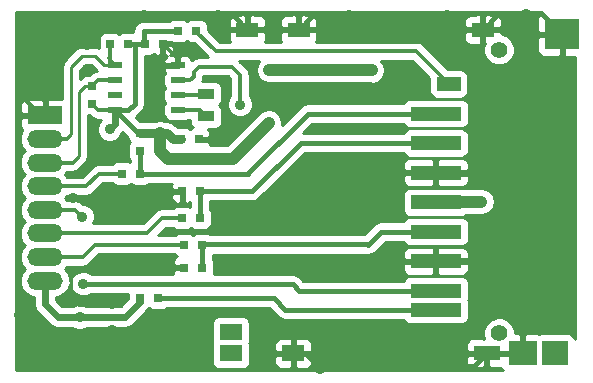
<source format=gtl>
G04 (created by PCBNEW-RS274X (2011-11-27 BZR 3249)-stable) date 21/02/2012 2:28:41 p.m.*
G01*
G70*
G90*
%MOIN*%
G04 Gerber Fmt 3.4, Leading zero omitted, Abs format*
%FSLAX34Y34*%
G04 APERTURE LIST*
%ADD10C,0.006000*%
%ADD11R,0.055000X0.035000*%
%ADD12R,0.045000X0.020000*%
%ADD13R,0.025000X0.031500*%
%ADD14R,0.076800X0.055100*%
%ADD15R,0.074800X0.051200*%
%ADD16R,0.114200X0.102400*%
%ADD17R,0.086600X0.050200*%
%ADD18R,0.094500X0.082700*%
%ADD19R,0.086600X0.082700*%
%ADD20C,0.055100*%
%ADD21R,0.169300X0.047200*%
%ADD22R,0.078700X0.047200*%
%ADD23R,0.031500X0.025000*%
%ADD24O,0.118100X0.059100*%
%ADD25R,0.118100X0.059100*%
%ADD26C,0.035000*%
%ADD27C,0.013800*%
%ADD28C,0.009800*%
%ADD29C,0.017700*%
%ADD30C,0.039400*%
%ADD31C,0.031500*%
%ADD32C,0.021700*%
%ADD33C,0.008300*%
%ADD34C,0.010000*%
G04 APERTURE END LIST*
G54D10*
G54D11*
X30677Y-23597D03*
X30677Y-24347D03*
G54D12*
X27631Y-24152D03*
X29731Y-24152D03*
X27631Y-23652D03*
X27631Y-23152D03*
X27631Y-22652D03*
X29731Y-23652D03*
X29731Y-23152D03*
X29731Y-22652D03*
G54D13*
X28080Y-21933D03*
X27480Y-21933D03*
X29846Y-25118D03*
X30446Y-25118D03*
X28629Y-21933D03*
X29229Y-21933D03*
G54D14*
X31504Y-32252D03*
X31504Y-31543D03*
G54D15*
X32055Y-21465D03*
X33768Y-21465D03*
X39910Y-21465D03*
G54D16*
X42547Y-21622D03*
G54D14*
X33591Y-32252D03*
G54D17*
X40028Y-32252D03*
G54D18*
X41228Y-32252D03*
G54D19*
X42311Y-32252D03*
G54D20*
X40441Y-31583D03*
X40441Y-22134D03*
G54D21*
X38339Y-30805D03*
X38339Y-30165D03*
X38339Y-29181D03*
X38339Y-28197D03*
X38339Y-27213D03*
X38339Y-26228D03*
X38339Y-25244D03*
X38339Y-24260D03*
G54D22*
X38768Y-23276D03*
G54D13*
X28468Y-30409D03*
X29068Y-30409D03*
X29759Y-21504D03*
X30359Y-21504D03*
X30489Y-26854D03*
X29889Y-26854D03*
X30560Y-29394D03*
X29960Y-29394D03*
G54D23*
X28488Y-24917D03*
X28488Y-25517D03*
G54D13*
X29960Y-28634D03*
X30560Y-28634D03*
X29889Y-27744D03*
X30489Y-27744D03*
X27885Y-26260D03*
X28485Y-26260D03*
G54D23*
X26870Y-23946D03*
X26870Y-23346D03*
G54D24*
X25311Y-25895D03*
X25311Y-25108D03*
G54D25*
X25311Y-24320D03*
G54D24*
X25311Y-26682D03*
X25311Y-27470D03*
X25311Y-28257D03*
X25311Y-29044D03*
X25311Y-29831D03*
G54D26*
X26551Y-27697D03*
X26579Y-29933D03*
X32776Y-22803D03*
X36209Y-22819D03*
X26461Y-31043D03*
X39854Y-27197D03*
X32776Y-24571D03*
X27465Y-24783D03*
X24457Y-30969D03*
X42598Y-30004D03*
X30079Y-22110D03*
X31579Y-24630D03*
X30461Y-32685D03*
X31882Y-27697D03*
X25071Y-31606D03*
X35433Y-24728D03*
X26709Y-21969D03*
X26724Y-22780D03*
X27315Y-26776D03*
X34480Y-32764D03*
X28598Y-20984D03*
X26079Y-20996D03*
X38760Y-32685D03*
X31079Y-20972D03*
X41331Y-20957D03*
X27760Y-25646D03*
X29012Y-24370D03*
X31402Y-29425D03*
X27559Y-30626D03*
X26272Y-30465D03*
X26244Y-27063D03*
X24528Y-23283D03*
X42598Y-25772D03*
X36331Y-23555D03*
X38720Y-20984D03*
X24598Y-32697D03*
X27551Y-29386D03*
X42614Y-22665D03*
X35433Y-20988D03*
X27559Y-31465D03*
X30449Y-31433D03*
X32106Y-22642D03*
X40020Y-26220D03*
X31811Y-23965D03*
G54D27*
X27631Y-23152D02*
X27064Y-23152D01*
G54D28*
X26433Y-23559D02*
X26433Y-25685D01*
X26646Y-23346D02*
X26433Y-23559D01*
G54D27*
X27064Y-23152D02*
X26870Y-23346D01*
G54D28*
X26433Y-25685D02*
X26223Y-25895D01*
G54D27*
X26223Y-25895D02*
X25311Y-25895D01*
G54D28*
X26870Y-23346D02*
X26646Y-23346D01*
G54D27*
X27480Y-22501D02*
X27631Y-22652D01*
G54D28*
X27278Y-22652D02*
X26961Y-22335D01*
X26177Y-22705D02*
X26173Y-22701D01*
G54D27*
X25311Y-25108D02*
X25999Y-25108D01*
G54D28*
X27631Y-22652D02*
X27278Y-22652D01*
X26177Y-24930D02*
X26177Y-22705D01*
X25999Y-25108D02*
X26177Y-24930D01*
G54D27*
X27457Y-22413D02*
X27480Y-22390D01*
X27480Y-22390D02*
X27480Y-22501D01*
X27480Y-21933D02*
X27480Y-22390D01*
G54D28*
X26961Y-22335D02*
X26539Y-22335D01*
X26539Y-22335D02*
X26173Y-22701D01*
G54D27*
X26692Y-26682D02*
X27114Y-26260D01*
X27114Y-26260D02*
X27885Y-26260D01*
X25311Y-26682D02*
X26692Y-26682D01*
X25311Y-27470D02*
X26324Y-27470D01*
X26324Y-27470D02*
X26551Y-27697D01*
G54D29*
X33776Y-30165D02*
X33564Y-29953D01*
X33776Y-30165D02*
X38339Y-30165D01*
G54D27*
X26599Y-29953D02*
X26618Y-29953D01*
X26579Y-29933D02*
X26599Y-29953D01*
G54D29*
X33564Y-29953D02*
X26618Y-29953D01*
G54D27*
X26660Y-28257D02*
X26685Y-28232D01*
X29197Y-27744D02*
X28709Y-28232D01*
X29197Y-27744D02*
X29889Y-27744D01*
X28709Y-28232D02*
X26685Y-28232D01*
X25311Y-28257D02*
X26660Y-28257D01*
X25311Y-29044D02*
X26562Y-29044D01*
X26972Y-28634D02*
X29960Y-28634D01*
X26562Y-29044D02*
X26972Y-28634D01*
G54D29*
X28598Y-21504D02*
X29759Y-21504D01*
G54D30*
X31574Y-25772D02*
X29409Y-25772D01*
G54D31*
X29566Y-25118D02*
X29365Y-24917D01*
G54D30*
X39854Y-27197D02*
X38355Y-27197D01*
G54D31*
X29846Y-25118D02*
X29566Y-25118D01*
G54D30*
X38339Y-27213D02*
X38355Y-27197D01*
G54D29*
X27631Y-24152D02*
X28084Y-24152D01*
G54D27*
X28468Y-30409D02*
X28468Y-30485D01*
G54D29*
X28084Y-24152D02*
X28299Y-23937D01*
G54D32*
X28468Y-30552D02*
X27977Y-31043D01*
G54D31*
X29365Y-24917D02*
X29138Y-24917D01*
G54D29*
X28598Y-21504D02*
X28598Y-21902D01*
G54D31*
X29138Y-24917D02*
X28488Y-24917D01*
G54D30*
X36193Y-22803D02*
X32776Y-22803D01*
G54D29*
X28396Y-24917D02*
X27631Y-24152D01*
G54D27*
X27631Y-24152D02*
X27076Y-24152D01*
G54D29*
X28598Y-21902D02*
X28629Y-21933D01*
X28299Y-21933D02*
X28629Y-21933D01*
G54D27*
X27076Y-24152D02*
X26870Y-23946D01*
G54D32*
X28468Y-30409D02*
X28468Y-30552D01*
G54D29*
X28488Y-24917D02*
X28396Y-24917D01*
G54D32*
X25728Y-31043D02*
X25311Y-30626D01*
X25311Y-30626D02*
X25311Y-29831D01*
X26461Y-31043D02*
X25728Y-31043D01*
X27465Y-24783D02*
X27631Y-24617D01*
G54D30*
X29409Y-25772D02*
X29138Y-25501D01*
G54D32*
X27977Y-31043D02*
X26461Y-31043D01*
G54D30*
X32776Y-24571D02*
X32775Y-24571D01*
G54D29*
X28299Y-23937D02*
X28299Y-21933D01*
X28080Y-21933D02*
X28299Y-21933D01*
G54D30*
X32775Y-24571D02*
X31574Y-25772D01*
G54D32*
X27631Y-24152D02*
X27631Y-24617D01*
G54D30*
X29138Y-25501D02*
X29138Y-24917D01*
X36209Y-22819D02*
X36193Y-22803D01*
G54D29*
X31465Y-24630D02*
X31579Y-24630D01*
X32055Y-21465D02*
X31562Y-20972D01*
X38760Y-32685D02*
X38681Y-32764D01*
G54D27*
X29731Y-22435D02*
X29550Y-22254D01*
G54D32*
X38339Y-29181D02*
X40960Y-29181D01*
G54D29*
X33968Y-32252D02*
X34480Y-32764D01*
X32990Y-23555D02*
X36331Y-23555D01*
X24610Y-32685D02*
X24598Y-32697D01*
G54D32*
X40020Y-26228D02*
X38339Y-26228D01*
G54D29*
X31562Y-20972D02*
X31079Y-20972D01*
G54D27*
X32316Y-22852D02*
X32106Y-22642D01*
G54D29*
X39595Y-32685D02*
X38760Y-32685D01*
X38300Y-29220D02*
X38339Y-29181D01*
G54D32*
X41063Y-26228D02*
X40020Y-26228D01*
G54D29*
X30461Y-32685D02*
X24610Y-32685D01*
G54D27*
X26709Y-21626D02*
X26709Y-21969D01*
X29550Y-22254D02*
X29229Y-21933D01*
G54D29*
X30977Y-25118D02*
X31465Y-24630D01*
X40028Y-32252D02*
X39595Y-32685D01*
X41228Y-32252D02*
X40028Y-32252D01*
G54D27*
X29731Y-22652D02*
X29731Y-22435D01*
X29550Y-22254D02*
X29935Y-22254D01*
X29206Y-22652D02*
X29012Y-22846D01*
G54D29*
X33591Y-32252D02*
X33968Y-32252D01*
G54D27*
X27654Y-29394D02*
X27559Y-29394D01*
G54D32*
X41331Y-28810D02*
X41331Y-25960D01*
G54D29*
X33768Y-21465D02*
X34245Y-20988D01*
X29889Y-26854D02*
X27393Y-26854D01*
X41331Y-22469D02*
X41516Y-22654D01*
G54D27*
X27559Y-29394D02*
X27551Y-29386D01*
G54D29*
X31067Y-20984D02*
X31079Y-20972D01*
G54D27*
X26079Y-20996D02*
X26709Y-21626D01*
G54D29*
X40418Y-20957D02*
X41331Y-20957D01*
X41882Y-20957D02*
X41331Y-20957D01*
X28598Y-20984D02*
X31067Y-20984D01*
X38681Y-32764D02*
X34480Y-32764D01*
X41516Y-22654D02*
X42603Y-22654D01*
X42598Y-25772D02*
X42598Y-30004D01*
G54D27*
X29935Y-22254D02*
X30079Y-22110D01*
X29731Y-22652D02*
X29206Y-22652D01*
X25159Y-24320D02*
X24528Y-23689D01*
X29012Y-22846D02*
X29012Y-24370D01*
G54D29*
X27736Y-29394D02*
X27654Y-29394D01*
X27401Y-31606D02*
X27531Y-31476D01*
X41331Y-20957D02*
X41331Y-22469D01*
G54D27*
X25311Y-24320D02*
X25159Y-24320D01*
G54D29*
X39910Y-21465D02*
X40418Y-20957D01*
X27559Y-31465D02*
X30417Y-31465D01*
X27393Y-26854D02*
X27315Y-26776D01*
G54D33*
X27551Y-29386D02*
X26456Y-29386D01*
G54D29*
X26433Y-30626D02*
X26272Y-30465D01*
G54D33*
X26201Y-30394D02*
X26272Y-30465D01*
X27256Y-26776D02*
X26969Y-27063D01*
X26969Y-27063D02*
X26244Y-27063D01*
X27315Y-26776D02*
X27256Y-26776D01*
G54D29*
X26433Y-30626D02*
X27559Y-30626D01*
G54D33*
X26201Y-29641D02*
X26201Y-30394D01*
X26456Y-29386D02*
X26201Y-29641D01*
G54D27*
X24528Y-22134D02*
X24528Y-23283D01*
X24528Y-23689D02*
X24528Y-23283D01*
G54D29*
X25666Y-20996D02*
X25169Y-21493D01*
X25666Y-20996D02*
X26079Y-20996D01*
X34245Y-20988D02*
X35433Y-20988D01*
X30446Y-25118D02*
X30977Y-25118D01*
X29960Y-29394D02*
X27736Y-29394D01*
G54D32*
X41331Y-22469D02*
X41331Y-25960D01*
G54D29*
X31915Y-24630D02*
X32316Y-24229D01*
G54D27*
X25169Y-21493D02*
X24528Y-22134D01*
G54D32*
X41331Y-25960D02*
X41063Y-26228D01*
G54D29*
X31579Y-24630D02*
X31915Y-24630D01*
X25071Y-31606D02*
X27401Y-31606D01*
X32316Y-24229D02*
X32990Y-23555D01*
X38716Y-20988D02*
X38720Y-20984D01*
X35433Y-20988D02*
X38716Y-20988D01*
X42547Y-21622D02*
X41882Y-20957D01*
X30417Y-31465D02*
X30449Y-31433D01*
G54D27*
X32316Y-24229D02*
X32316Y-22852D01*
G54D29*
X42603Y-22654D02*
X42614Y-22665D01*
G54D27*
X40020Y-26220D02*
X40020Y-26228D01*
G54D32*
X40960Y-29181D02*
X41331Y-28810D01*
G54D29*
X30489Y-26854D02*
X32219Y-26854D01*
X30489Y-27744D02*
X30489Y-26854D01*
X38339Y-25244D02*
X33829Y-25244D01*
X33829Y-25244D02*
X32219Y-26854D01*
G54D27*
X30622Y-23652D02*
X30677Y-23597D01*
X29731Y-23652D02*
X30622Y-23652D01*
G54D29*
X28488Y-26257D02*
X28488Y-25517D01*
X32111Y-26220D02*
X32071Y-26260D01*
X34071Y-24260D02*
X32111Y-26220D01*
X32071Y-26260D02*
X28485Y-26260D01*
X28485Y-26260D02*
X28488Y-26257D01*
X38339Y-24260D02*
X34071Y-24260D01*
G54D27*
X29731Y-24152D02*
X30482Y-24152D01*
X30482Y-24152D02*
X30677Y-24347D01*
X30359Y-21544D02*
X31000Y-22185D01*
X31000Y-22185D02*
X37677Y-22185D01*
X37677Y-22185D02*
X38768Y-23276D01*
X30359Y-21504D02*
X30359Y-21544D01*
X30272Y-22874D02*
X30272Y-23027D01*
X30147Y-23152D02*
X29731Y-23152D01*
X31811Y-22980D02*
X31536Y-22705D01*
X31536Y-22705D02*
X30441Y-22705D01*
X30441Y-22705D02*
X30272Y-22874D01*
X31811Y-23965D02*
X31811Y-22980D01*
X30272Y-23027D02*
X30147Y-23152D01*
G54D29*
X32929Y-30409D02*
X33325Y-30805D01*
X33325Y-30805D02*
X38339Y-30805D01*
X29068Y-30409D02*
X32929Y-30409D01*
X38339Y-28197D02*
X36524Y-28197D01*
X30560Y-29394D02*
X30560Y-28634D01*
X30560Y-28634D02*
X30572Y-28622D01*
X30572Y-28622D02*
X36099Y-28622D01*
X36524Y-28197D02*
X36099Y-28622D01*
X36099Y-28622D02*
X36092Y-28629D01*
G54D34*
X26662Y-22634D02*
X26837Y-22634D01*
X26582Y-22714D02*
X26917Y-22714D01*
X26502Y-22794D02*
X26997Y-22794D01*
X26476Y-22874D02*
X26914Y-22874D01*
X26476Y-22954D02*
X26810Y-22954D01*
X26476Y-23034D02*
X26548Y-23034D01*
X26154Y-29945D02*
X26154Y-29945D01*
X26121Y-30025D02*
X26158Y-30025D01*
X26088Y-30105D02*
X26191Y-30105D01*
X26025Y-30185D02*
X26230Y-30185D01*
X25945Y-30265D02*
X26310Y-30265D01*
X25780Y-30345D02*
X26463Y-30345D01*
X26695Y-30345D02*
X28094Y-30345D01*
X25669Y-30425D02*
X28089Y-30425D01*
X25696Y-30505D02*
X28009Y-30505D01*
X25776Y-30585D02*
X27929Y-30585D01*
X25856Y-30665D02*
X26262Y-30665D01*
X26658Y-30665D02*
X27849Y-30665D01*
X26732Y-24320D02*
X26793Y-24320D01*
X26732Y-24400D02*
X26883Y-24400D01*
X26732Y-24480D02*
X27167Y-24480D01*
X26732Y-24560D02*
X27097Y-24560D01*
X26732Y-24640D02*
X27064Y-24640D01*
X26732Y-24720D02*
X27040Y-24720D01*
X26732Y-24800D02*
X27040Y-24800D01*
X26732Y-24880D02*
X27046Y-24880D01*
X26732Y-24960D02*
X27079Y-24960D01*
X27852Y-24960D02*
X27961Y-24960D01*
X26732Y-25040D02*
X27121Y-25040D01*
X27809Y-25040D02*
X28041Y-25040D01*
X26732Y-25120D02*
X27201Y-25120D01*
X27729Y-25120D02*
X28094Y-25120D01*
X26732Y-25200D02*
X27361Y-25200D01*
X27569Y-25200D02*
X28137Y-25200D01*
X26732Y-25280D02*
X28107Y-25280D01*
X26732Y-25360D02*
X28082Y-25360D01*
X26732Y-25440D02*
X28082Y-25440D01*
X26732Y-25520D02*
X28082Y-25520D01*
X26732Y-25600D02*
X28082Y-25600D01*
X26732Y-25680D02*
X28082Y-25680D01*
X26717Y-25760D02*
X28111Y-25760D01*
X26681Y-25840D02*
X28150Y-25840D01*
X26621Y-25920D02*
X27591Y-25920D01*
X26540Y-26000D02*
X26939Y-26000D01*
X26476Y-26080D02*
X26842Y-26080D01*
X26391Y-26160D02*
X26762Y-26160D01*
X26033Y-26240D02*
X26682Y-26240D01*
X26016Y-26320D02*
X26602Y-26320D01*
X27104Y-28953D02*
X29645Y-28953D01*
X27025Y-29033D02*
X29687Y-29033D01*
X26945Y-29113D02*
X29616Y-29113D01*
X26865Y-29193D02*
X29586Y-29193D01*
X26784Y-29273D02*
X29586Y-29273D01*
X26613Y-29353D02*
X30010Y-29353D01*
X25989Y-29433D02*
X30010Y-29433D01*
X26060Y-29513D02*
X26482Y-29513D01*
X26676Y-29513D02*
X29586Y-29513D01*
X26102Y-29593D02*
X26318Y-29593D01*
X26840Y-29593D02*
X29586Y-29593D01*
X26135Y-29673D02*
X26238Y-29673D01*
X26157Y-29753D02*
X26193Y-29753D01*
X26157Y-29833D02*
X26159Y-29833D01*
X27246Y-26579D02*
X27570Y-26579D01*
X27167Y-26659D02*
X27694Y-26659D01*
X28076Y-26659D02*
X28294Y-26659D01*
X28676Y-26659D02*
X29515Y-26659D01*
X27087Y-26739D02*
X29515Y-26739D01*
X27007Y-26819D02*
X29939Y-26819D01*
X26927Y-26899D02*
X29939Y-26899D01*
X26804Y-26979D02*
X29515Y-26979D01*
X29839Y-26979D02*
X29939Y-26979D01*
X26001Y-27059D02*
X29515Y-27059D01*
X29839Y-27059D02*
X29939Y-27059D01*
X26047Y-27139D02*
X29548Y-27139D01*
X29839Y-27139D02*
X29939Y-27139D01*
X26512Y-27219D02*
X29620Y-27219D01*
X29819Y-27219D02*
X29839Y-27219D01*
X29839Y-27219D02*
X29959Y-27219D01*
X26700Y-27299D02*
X29839Y-27299D01*
X29839Y-27299D02*
X30151Y-27299D01*
X26834Y-27379D02*
X29620Y-27379D01*
X26912Y-27459D02*
X29059Y-27459D01*
X26945Y-27539D02*
X28950Y-27539D01*
X26976Y-27619D02*
X28870Y-27619D01*
X26976Y-27699D02*
X28790Y-27699D01*
X26976Y-27779D02*
X28710Y-27779D01*
X26944Y-27859D02*
X28630Y-27859D01*
X30059Y-21838D02*
X30059Y-21838D01*
X29179Y-21918D02*
X30281Y-21918D01*
X29179Y-21998D02*
X29279Y-21998D01*
X29557Y-21998D02*
X30361Y-21998D01*
X29179Y-22078D02*
X29279Y-22078D01*
X29603Y-22078D02*
X30441Y-22078D01*
X29179Y-22158D02*
X29279Y-22158D01*
X29596Y-22158D02*
X30521Y-22158D01*
X29179Y-22238D02*
X29279Y-22238D01*
X29558Y-22238D02*
X30601Y-22238D01*
X28854Y-22318D02*
X29005Y-22318D01*
X29139Y-22318D02*
X29319Y-22318D01*
X29635Y-22318D02*
X29827Y-22318D01*
X30041Y-22318D02*
X30681Y-22318D01*
X28637Y-22398D02*
X29308Y-22398D01*
X29681Y-22398D02*
X29781Y-22398D01*
X30154Y-22398D02*
X30377Y-22398D01*
X28637Y-22478D02*
X29267Y-22478D01*
X29681Y-22478D02*
X29781Y-22478D01*
X30193Y-22478D02*
X30216Y-22478D01*
X28637Y-22558D02*
X29274Y-22558D01*
X29681Y-22558D02*
X29781Y-22558D01*
X28637Y-22638D02*
X29681Y-22638D01*
X29681Y-22638D02*
X29781Y-22638D01*
X28637Y-22718D02*
X29302Y-22718D01*
X28637Y-22798D02*
X29257Y-22798D01*
X28637Y-22878D02*
X29289Y-22878D01*
X28637Y-22958D02*
X29275Y-22958D01*
X28637Y-23038D02*
X29257Y-23038D01*
X28637Y-23118D02*
X29257Y-23118D01*
X28637Y-23198D02*
X29257Y-23198D01*
X28637Y-23278D02*
X29257Y-23278D01*
X28637Y-23358D02*
X29281Y-23358D01*
X28637Y-23438D02*
X29283Y-23438D01*
X28637Y-23518D02*
X29257Y-23518D01*
X28637Y-23598D02*
X29257Y-23598D01*
X28637Y-23678D02*
X29257Y-23678D01*
X28637Y-23758D02*
X29257Y-23758D01*
X28637Y-23838D02*
X29273Y-23838D01*
X28637Y-23918D02*
X29292Y-23918D01*
X28625Y-23998D02*
X29258Y-23998D01*
X28604Y-24078D02*
X29257Y-24078D01*
X28550Y-24158D02*
X29257Y-24158D01*
X28476Y-24238D02*
X29257Y-24238D01*
X28396Y-24318D02*
X29265Y-24318D01*
X28355Y-24398D02*
X29300Y-24398D01*
X28435Y-24478D02*
X29097Y-24478D01*
X29178Y-24478D02*
X29401Y-24478D01*
X30061Y-24478D02*
X30153Y-24478D01*
X29546Y-24558D02*
X30153Y-24558D01*
X29662Y-24638D02*
X30181Y-24638D01*
X30035Y-24718D02*
X30246Y-24718D01*
X24341Y-20876D02*
X41890Y-20876D01*
X24341Y-20956D02*
X41778Y-20956D01*
X24341Y-21036D02*
X31502Y-21036D01*
X32005Y-21036D02*
X32105Y-21036D01*
X32608Y-21036D02*
X33215Y-21036D01*
X33718Y-21036D02*
X33818Y-21036D01*
X34321Y-21036D02*
X39357Y-21036D01*
X39860Y-21036D02*
X39960Y-21036D01*
X40463Y-21036D02*
X41737Y-21036D01*
X24341Y-21116D02*
X29541Y-21116D01*
X29977Y-21116D02*
X30141Y-21116D01*
X30577Y-21116D02*
X31450Y-21116D01*
X32005Y-21116D02*
X32105Y-21116D01*
X32659Y-21116D02*
X33163Y-21116D01*
X33718Y-21116D02*
X33818Y-21116D01*
X34372Y-21116D02*
X39305Y-21116D01*
X39860Y-21116D02*
X39960Y-21116D01*
X40514Y-21116D02*
X41726Y-21116D01*
X24341Y-21196D02*
X28462Y-21196D01*
X30685Y-21196D02*
X31431Y-21196D01*
X32005Y-21196D02*
X32105Y-21196D01*
X32678Y-21196D02*
X33144Y-21196D01*
X33718Y-21196D02*
X33818Y-21196D01*
X34391Y-21196D02*
X39286Y-21196D01*
X39860Y-21196D02*
X39960Y-21196D01*
X40533Y-21196D02*
X41726Y-21196D01*
X24341Y-21276D02*
X28351Y-21276D01*
X30723Y-21276D02*
X31431Y-21276D01*
X32005Y-21276D02*
X32105Y-21276D01*
X32678Y-21276D02*
X33144Y-21276D01*
X33718Y-21276D02*
X33818Y-21276D01*
X34391Y-21276D02*
X39286Y-21276D01*
X39860Y-21276D02*
X39960Y-21276D01*
X40533Y-21276D02*
X41726Y-21276D01*
X24341Y-21356D02*
X28298Y-21356D01*
X30733Y-21356D02*
X31434Y-21356D01*
X32005Y-21356D02*
X32105Y-21356D01*
X32676Y-21356D02*
X32679Y-21356D01*
X32679Y-21356D02*
X33147Y-21356D01*
X33718Y-21356D02*
X33818Y-21356D01*
X34389Y-21356D02*
X34392Y-21356D01*
X34392Y-21356D02*
X39289Y-21356D01*
X39860Y-21356D02*
X39960Y-21356D01*
X40531Y-21356D02*
X40534Y-21356D01*
X40534Y-21356D02*
X41726Y-21356D01*
X24341Y-21436D02*
X28273Y-21436D01*
X30733Y-21436D02*
X32005Y-21436D01*
X32005Y-21436D02*
X32679Y-21436D01*
X32679Y-21436D02*
X33718Y-21436D01*
X33718Y-21436D02*
X34392Y-21436D01*
X34392Y-21436D02*
X39860Y-21436D01*
X39860Y-21436D02*
X40534Y-21436D01*
X40534Y-21436D02*
X41726Y-21436D01*
X24341Y-21516D02*
X28260Y-21516D01*
X30782Y-21516D02*
X31492Y-21516D01*
X32618Y-21516D02*
X32679Y-21516D01*
X32679Y-21516D02*
X33205Y-21516D01*
X34331Y-21516D02*
X34392Y-21516D01*
X34392Y-21516D02*
X39347Y-21516D01*
X39860Y-21516D02*
X39960Y-21516D01*
X40473Y-21516D02*
X40534Y-21516D01*
X40534Y-21516D02*
X41732Y-21516D01*
X24341Y-21596D02*
X27183Y-21596D01*
X27777Y-21596D02*
X27783Y-21596D01*
X30862Y-21596D02*
X31432Y-21596D01*
X32679Y-21596D02*
X33145Y-21596D01*
X34392Y-21596D02*
X39287Y-21596D01*
X39860Y-21596D02*
X39960Y-21596D01*
X40534Y-21596D02*
X42597Y-21596D01*
X24341Y-21676D02*
X27126Y-21676D01*
X30942Y-21676D02*
X31432Y-21676D01*
X32679Y-21676D02*
X33145Y-21676D01*
X34392Y-21676D02*
X39287Y-21676D01*
X39860Y-21676D02*
X39960Y-21676D01*
X40707Y-21676D02*
X41784Y-21676D01*
X42497Y-21676D02*
X42597Y-21676D01*
X24341Y-21756D02*
X27106Y-21756D01*
X31022Y-21756D02*
X31432Y-21756D01*
X32679Y-21756D02*
X33145Y-21756D01*
X34392Y-21756D02*
X39287Y-21756D01*
X39860Y-21756D02*
X39960Y-21756D01*
X40805Y-21756D02*
X41727Y-21756D01*
X42497Y-21756D02*
X42597Y-21756D01*
X24341Y-21836D02*
X27106Y-21836D01*
X31102Y-21836D02*
X31460Y-21836D01*
X32651Y-21836D02*
X33173Y-21836D01*
X34364Y-21836D02*
X39315Y-21836D01*
X39860Y-21836D02*
X39960Y-21836D01*
X40885Y-21836D02*
X41727Y-21836D01*
X42497Y-21836D02*
X42597Y-21836D01*
X24341Y-21916D02*
X27106Y-21916D01*
X37838Y-21916D02*
X39379Y-21916D01*
X39853Y-21916D02*
X39860Y-21916D01*
X39860Y-21916D02*
X39962Y-21916D01*
X40918Y-21916D02*
X41727Y-21916D01*
X42497Y-21916D02*
X42597Y-21916D01*
X24341Y-21996D02*
X27106Y-21996D01*
X37939Y-21996D02*
X39860Y-21996D01*
X39860Y-21996D02*
X39929Y-21996D01*
X40951Y-21996D02*
X41727Y-21996D01*
X42497Y-21996D02*
X42597Y-21996D01*
X24341Y-22076D02*
X26399Y-22076D01*
X27101Y-22076D02*
X27106Y-22076D01*
X38019Y-22076D02*
X39860Y-22076D01*
X39860Y-22076D02*
X39916Y-22076D01*
X40966Y-22076D02*
X41727Y-22076D01*
X42497Y-22076D02*
X42597Y-22076D01*
X24341Y-22156D02*
X26295Y-22156D01*
X38099Y-22156D02*
X39860Y-22156D01*
X39860Y-22156D02*
X39916Y-22156D01*
X40966Y-22156D02*
X41727Y-22156D01*
X42497Y-22156D02*
X42597Y-22156D01*
X24341Y-22236D02*
X26215Y-22236D01*
X38179Y-22236D02*
X39860Y-22236D01*
X39860Y-22236D02*
X39916Y-22236D01*
X40966Y-22236D02*
X41749Y-22236D01*
X42497Y-22236D02*
X42597Y-22236D01*
X24341Y-22316D02*
X26135Y-22316D01*
X38259Y-22316D02*
X39860Y-22316D01*
X39860Y-22316D02*
X39949Y-22316D01*
X40935Y-22316D02*
X40966Y-22316D01*
X40966Y-22316D02*
X41806Y-22316D01*
X42497Y-22316D02*
X42597Y-22316D01*
X24341Y-22396D02*
X26055Y-22396D01*
X38339Y-22396D02*
X39860Y-22396D01*
X39860Y-22396D02*
X39982Y-22396D01*
X40901Y-22396D02*
X40966Y-22396D01*
X40966Y-22396D02*
X42497Y-22396D01*
X42497Y-22396D02*
X42982Y-22396D01*
X24341Y-22476D02*
X25975Y-22476D01*
X38419Y-22476D02*
X39860Y-22476D01*
X39860Y-22476D02*
X40041Y-22476D01*
X40842Y-22476D02*
X40966Y-22476D01*
X40966Y-22476D02*
X42497Y-22476D01*
X42497Y-22476D02*
X42982Y-22476D01*
X24341Y-22556D02*
X25917Y-22556D01*
X31838Y-22556D02*
X32413Y-22556D01*
X36560Y-22556D02*
X37597Y-22556D01*
X38499Y-22556D02*
X39860Y-22556D01*
X39860Y-22556D02*
X40121Y-22556D01*
X40762Y-22556D02*
X40966Y-22556D01*
X40966Y-22556D02*
X42497Y-22556D01*
X42497Y-22556D02*
X42982Y-22556D01*
X24341Y-22636D02*
X25887Y-22636D01*
X31918Y-22636D02*
X32362Y-22636D01*
X36614Y-22636D02*
X37677Y-22636D01*
X38579Y-22636D02*
X39860Y-22636D01*
X39860Y-22636D02*
X40281Y-22636D01*
X40601Y-22636D02*
X40966Y-22636D01*
X40966Y-22636D02*
X42497Y-22636D01*
X42497Y-22636D02*
X42982Y-22636D01*
X24341Y-22716D02*
X25878Y-22716D01*
X31998Y-22716D02*
X32346Y-22716D01*
X36635Y-22716D02*
X37757Y-22716D01*
X38659Y-22716D02*
X39860Y-22716D01*
X39860Y-22716D02*
X40966Y-22716D01*
X40966Y-22716D02*
X42497Y-22716D01*
X42497Y-22716D02*
X42982Y-22716D01*
X24341Y-22796D02*
X25878Y-22796D01*
X32064Y-22796D02*
X32330Y-22796D01*
X36650Y-22796D02*
X37837Y-22796D01*
X39222Y-22796D02*
X39860Y-22796D01*
X39860Y-22796D02*
X40966Y-22796D01*
X40966Y-22796D02*
X42497Y-22796D01*
X42497Y-22796D02*
X42982Y-22796D01*
X24341Y-22876D02*
X25878Y-22876D01*
X32109Y-22876D02*
X32344Y-22876D01*
X36644Y-22876D02*
X37917Y-22876D01*
X39349Y-22876D02*
X39860Y-22876D01*
X39860Y-22876D02*
X40966Y-22876D01*
X40966Y-22876D02*
X42497Y-22876D01*
X42497Y-22876D02*
X42982Y-22876D01*
X24341Y-22956D02*
X25878Y-22956D01*
X32125Y-22956D02*
X32360Y-22956D01*
X36629Y-22956D02*
X37997Y-22956D01*
X39395Y-22956D02*
X39860Y-22956D01*
X39860Y-22956D02*
X40966Y-22956D01*
X40966Y-22956D02*
X42497Y-22956D01*
X42497Y-22956D02*
X42982Y-22956D01*
X24341Y-23036D02*
X25878Y-23036D01*
X30590Y-23036D02*
X31416Y-23036D01*
X32130Y-23036D02*
X32405Y-23036D01*
X36592Y-23036D02*
X38077Y-23036D01*
X39410Y-23036D02*
X39860Y-23036D01*
X39860Y-23036D02*
X40966Y-23036D01*
X40966Y-23036D02*
X42497Y-23036D01*
X42497Y-23036D02*
X42982Y-23036D01*
X24341Y-23116D02*
X25878Y-23116D01*
X30574Y-23116D02*
X31492Y-23116D01*
X32130Y-23116D02*
X32458Y-23116D01*
X36538Y-23116D02*
X38126Y-23116D01*
X39410Y-23116D02*
X39860Y-23116D01*
X39860Y-23116D02*
X40966Y-23116D01*
X40966Y-23116D02*
X42497Y-23116D01*
X42497Y-23116D02*
X42982Y-23116D01*
X24341Y-23196D02*
X25878Y-23196D01*
X31057Y-23196D02*
X31492Y-23196D01*
X32130Y-23196D02*
X32576Y-23196D01*
X36434Y-23196D02*
X38126Y-23196D01*
X39410Y-23196D02*
X39860Y-23196D01*
X39860Y-23196D02*
X40966Y-23196D01*
X40966Y-23196D02*
X42497Y-23196D01*
X42497Y-23196D02*
X42982Y-23196D01*
X24341Y-23276D02*
X25878Y-23276D01*
X31158Y-23276D02*
X31492Y-23276D01*
X32130Y-23276D02*
X38126Y-23276D01*
X39410Y-23276D02*
X39860Y-23276D01*
X39860Y-23276D02*
X40966Y-23276D01*
X40966Y-23276D02*
X42497Y-23276D01*
X42497Y-23276D02*
X42982Y-23276D01*
X24341Y-23356D02*
X25878Y-23356D01*
X31193Y-23356D02*
X31492Y-23356D01*
X32130Y-23356D02*
X38126Y-23356D01*
X39410Y-23356D02*
X39860Y-23356D01*
X39860Y-23356D02*
X40966Y-23356D01*
X40966Y-23356D02*
X42497Y-23356D01*
X42497Y-23356D02*
X42982Y-23356D01*
X24341Y-23436D02*
X25878Y-23436D01*
X31201Y-23436D02*
X31492Y-23436D01*
X32130Y-23436D02*
X38126Y-23436D01*
X39410Y-23436D02*
X39860Y-23436D01*
X39860Y-23436D02*
X40966Y-23436D01*
X40966Y-23436D02*
X42497Y-23436D01*
X42497Y-23436D02*
X42982Y-23436D01*
X24341Y-23516D02*
X25878Y-23516D01*
X31201Y-23516D02*
X31492Y-23516D01*
X32130Y-23516D02*
X38126Y-23516D01*
X39410Y-23516D02*
X39860Y-23516D01*
X39860Y-23516D02*
X40966Y-23516D01*
X40966Y-23516D02*
X42497Y-23516D01*
X42497Y-23516D02*
X42982Y-23516D01*
X24341Y-23596D02*
X25878Y-23596D01*
X31201Y-23596D02*
X31492Y-23596D01*
X32130Y-23596D02*
X38141Y-23596D01*
X39396Y-23596D02*
X39860Y-23596D01*
X39860Y-23596D02*
X40966Y-23596D01*
X40966Y-23596D02*
X42497Y-23596D01*
X42497Y-23596D02*
X42982Y-23596D01*
X24341Y-23676D02*
X25878Y-23676D01*
X31201Y-23676D02*
X31492Y-23676D01*
X32130Y-23676D02*
X38187Y-23676D01*
X39349Y-23676D02*
X39860Y-23676D01*
X39860Y-23676D02*
X40966Y-23676D01*
X40966Y-23676D02*
X42497Y-23676D01*
X42497Y-23676D02*
X42982Y-23676D01*
X24341Y-23756D02*
X25878Y-23756D01*
X31201Y-23756D02*
X31437Y-23756D01*
X32184Y-23756D02*
X38314Y-23756D01*
X39223Y-23756D02*
X39860Y-23756D01*
X39860Y-23756D02*
X40966Y-23756D01*
X40966Y-23756D02*
X42497Y-23756D01*
X42497Y-23756D02*
X42982Y-23756D01*
X24341Y-23836D02*
X24558Y-23836D01*
X25260Y-23836D02*
X25362Y-23836D01*
X31196Y-23836D02*
X31404Y-23836D01*
X32217Y-23836D02*
X37329Y-23836D01*
X39349Y-23836D02*
X39860Y-23836D01*
X39860Y-23836D02*
X40966Y-23836D01*
X40966Y-23836D02*
X42497Y-23836D01*
X42497Y-23836D02*
X42982Y-23836D01*
X24341Y-23916D02*
X24496Y-23916D01*
X25261Y-23916D02*
X25361Y-23916D01*
X31160Y-23916D02*
X31386Y-23916D01*
X32236Y-23916D02*
X37267Y-23916D01*
X39409Y-23916D02*
X39860Y-23916D01*
X39860Y-23916D02*
X40966Y-23916D01*
X40966Y-23916D02*
X42497Y-23916D01*
X42497Y-23916D02*
X42982Y-23916D01*
X24341Y-23996D02*
X24471Y-23996D01*
X25261Y-23996D02*
X25361Y-23996D01*
X31128Y-23996D02*
X31386Y-23996D01*
X32236Y-23996D02*
X33869Y-23996D01*
X39434Y-23996D02*
X39860Y-23996D01*
X39860Y-23996D02*
X40966Y-23996D01*
X40966Y-23996D02*
X42497Y-23996D01*
X42497Y-23996D02*
X42982Y-23996D01*
X24341Y-24076D02*
X24471Y-24076D01*
X25261Y-24076D02*
X25361Y-24076D01*
X31181Y-24076D02*
X31398Y-24076D01*
X32226Y-24076D02*
X33776Y-24076D01*
X39434Y-24076D02*
X39860Y-24076D01*
X39860Y-24076D02*
X40966Y-24076D01*
X40966Y-24076D02*
X42497Y-24076D01*
X42497Y-24076D02*
X42982Y-24076D01*
X24341Y-24156D02*
X24471Y-24156D01*
X25261Y-24156D02*
X25361Y-24156D01*
X31201Y-24156D02*
X31430Y-24156D01*
X32192Y-24156D02*
X32614Y-24156D01*
X32936Y-24156D02*
X33696Y-24156D01*
X39434Y-24156D02*
X39860Y-24156D01*
X39860Y-24156D02*
X40966Y-24156D01*
X40966Y-24156D02*
X42497Y-24156D01*
X42497Y-24156D02*
X42982Y-24156D01*
X24341Y-24236D02*
X24499Y-24236D01*
X25261Y-24236D02*
X25361Y-24236D01*
X31201Y-24236D02*
X31481Y-24236D01*
X32141Y-24236D02*
X32487Y-24236D01*
X33063Y-24236D02*
X33616Y-24236D01*
X39434Y-24236D02*
X39860Y-24236D01*
X39860Y-24236D02*
X40966Y-24236D01*
X40966Y-24236D02*
X42497Y-24236D01*
X42497Y-24236D02*
X42982Y-24236D01*
X24341Y-24316D02*
X25261Y-24316D01*
X25261Y-24316D02*
X25361Y-24316D01*
X31201Y-24316D02*
X31561Y-24316D01*
X32061Y-24316D02*
X32398Y-24316D01*
X33132Y-24316D02*
X33536Y-24316D01*
X39434Y-24316D02*
X39860Y-24316D01*
X39860Y-24316D02*
X40966Y-24316D01*
X40966Y-24316D02*
X42497Y-24316D01*
X42497Y-24316D02*
X42982Y-24316D01*
X24341Y-24396D02*
X24507Y-24396D01*
X31201Y-24396D02*
X32318Y-24396D01*
X33186Y-24396D02*
X33456Y-24396D01*
X39434Y-24396D02*
X39860Y-24396D01*
X39860Y-24396D02*
X40966Y-24396D01*
X40966Y-24396D02*
X42497Y-24396D01*
X42497Y-24396D02*
X42982Y-24396D01*
X24341Y-24476D02*
X24472Y-24476D01*
X31201Y-24476D02*
X32238Y-24476D01*
X33204Y-24476D02*
X33376Y-24476D01*
X39434Y-24476D02*
X39860Y-24476D01*
X39860Y-24476D02*
X40966Y-24476D01*
X40966Y-24476D02*
X42497Y-24476D01*
X42497Y-24476D02*
X42982Y-24476D01*
X24341Y-24556D02*
X24472Y-24556D01*
X31201Y-24556D02*
X32158Y-24556D01*
X33220Y-24556D02*
X33296Y-24556D01*
X39430Y-24556D02*
X39860Y-24556D01*
X39860Y-24556D02*
X40966Y-24556D01*
X40966Y-24556D02*
X42497Y-24556D01*
X42497Y-24556D02*
X42982Y-24556D01*
X24341Y-24636D02*
X24472Y-24636D01*
X31175Y-24636D02*
X32078Y-24636D01*
X33210Y-24636D02*
X33216Y-24636D01*
X34173Y-24636D02*
X37282Y-24636D01*
X39397Y-24636D02*
X39860Y-24636D01*
X39860Y-24636D02*
X40966Y-24636D01*
X40966Y-24636D02*
X42497Y-24636D01*
X42497Y-24636D02*
X42982Y-24636D01*
X24341Y-24716D02*
X24494Y-24716D01*
X31110Y-24716D02*
X31998Y-24716D01*
X34093Y-24716D02*
X37374Y-24716D01*
X39305Y-24716D02*
X39860Y-24716D01*
X39860Y-24716D02*
X40966Y-24716D01*
X40966Y-24716D02*
X42497Y-24716D01*
X42497Y-24716D02*
X42982Y-24716D01*
X24341Y-24796D02*
X24550Y-24796D01*
X30758Y-24796D02*
X31918Y-24796D01*
X34013Y-24796D02*
X37354Y-24796D01*
X39323Y-24796D02*
X39860Y-24796D01*
X39860Y-24796D02*
X40966Y-24796D01*
X40966Y-24796D02*
X42497Y-24796D01*
X42497Y-24796D02*
X42982Y-24796D01*
X24341Y-24876D02*
X24517Y-24876D01*
X30805Y-24876D02*
X31838Y-24876D01*
X33933Y-24876D02*
X37278Y-24876D01*
X39399Y-24876D02*
X39860Y-24876D01*
X39860Y-24876D02*
X40966Y-24876D01*
X40966Y-24876D02*
X42497Y-24876D01*
X42497Y-24876D02*
X42982Y-24876D01*
X24341Y-24956D02*
X24483Y-24956D01*
X30820Y-24956D02*
X31758Y-24956D01*
X39432Y-24956D02*
X39860Y-24956D01*
X39860Y-24956D02*
X40966Y-24956D01*
X40966Y-24956D02*
X42497Y-24956D01*
X42497Y-24956D02*
X42982Y-24956D01*
X24341Y-25036D02*
X24465Y-25036D01*
X30791Y-25036D02*
X31678Y-25036D01*
X39434Y-25036D02*
X39860Y-25036D01*
X39860Y-25036D02*
X40966Y-25036D01*
X40966Y-25036D02*
X42497Y-25036D01*
X42497Y-25036D02*
X42982Y-25036D01*
X24341Y-25116D02*
X24465Y-25116D01*
X30396Y-25116D02*
X31598Y-25116D01*
X39434Y-25116D02*
X39860Y-25116D01*
X39860Y-25116D02*
X40966Y-25116D01*
X40966Y-25116D02*
X42497Y-25116D01*
X42497Y-25116D02*
X42982Y-25116D01*
X24341Y-25196D02*
X24465Y-25196D01*
X30787Y-25196D02*
X31518Y-25196D01*
X39434Y-25196D02*
X39860Y-25196D01*
X39860Y-25196D02*
X40966Y-25196D01*
X40966Y-25196D02*
X42497Y-25196D01*
X42497Y-25196D02*
X42982Y-25196D01*
X24341Y-25276D02*
X24491Y-25276D01*
X30820Y-25276D02*
X31438Y-25276D01*
X39434Y-25276D02*
X39860Y-25276D01*
X39860Y-25276D02*
X40966Y-25276D01*
X40966Y-25276D02*
X42497Y-25276D01*
X42497Y-25276D02*
X42982Y-25276D01*
X24341Y-25356D02*
X24524Y-25356D01*
X39434Y-25356D02*
X39860Y-25356D01*
X39860Y-25356D02*
X40966Y-25356D01*
X40966Y-25356D02*
X42497Y-25356D01*
X42497Y-25356D02*
X42982Y-25356D01*
X24341Y-25436D02*
X24572Y-25436D01*
X39434Y-25436D02*
X39860Y-25436D01*
X39860Y-25436D02*
X40966Y-25436D01*
X40966Y-25436D02*
X42497Y-25436D01*
X42497Y-25436D02*
X42982Y-25436D01*
X24341Y-25516D02*
X24622Y-25516D01*
X39434Y-25516D02*
X39860Y-25516D01*
X39860Y-25516D02*
X40966Y-25516D01*
X40966Y-25516D02*
X42497Y-25516D01*
X42497Y-25516D02*
X42982Y-25516D01*
X24341Y-25596D02*
X24545Y-25596D01*
X33955Y-25596D02*
X37272Y-25596D01*
X39407Y-25596D02*
X39860Y-25596D01*
X39860Y-25596D02*
X40966Y-25596D01*
X40966Y-25596D02*
X42497Y-25596D01*
X42497Y-25596D02*
X42982Y-25596D01*
X24341Y-25676D02*
X24511Y-25676D01*
X33875Y-25676D02*
X37337Y-25676D01*
X39341Y-25676D02*
X39860Y-25676D01*
X39860Y-25676D02*
X40966Y-25676D01*
X40966Y-25676D02*
X42497Y-25676D01*
X42497Y-25676D02*
X42982Y-25676D01*
X24341Y-25756D02*
X24478Y-25756D01*
X33795Y-25756D02*
X37411Y-25756D01*
X38241Y-25756D02*
X38437Y-25756D01*
X39266Y-25756D02*
X39860Y-25756D01*
X39860Y-25756D02*
X40966Y-25756D01*
X40966Y-25756D02*
X42497Y-25756D01*
X42497Y-25756D02*
X42982Y-25756D01*
X24341Y-25836D02*
X24465Y-25836D01*
X33715Y-25836D02*
X37297Y-25836D01*
X38289Y-25836D02*
X38389Y-25836D01*
X39381Y-25836D02*
X39860Y-25836D01*
X39860Y-25836D02*
X40966Y-25836D01*
X40966Y-25836D02*
X42497Y-25836D01*
X42497Y-25836D02*
X42982Y-25836D01*
X24341Y-25916D02*
X24465Y-25916D01*
X33635Y-25916D02*
X37255Y-25916D01*
X38289Y-25916D02*
X38389Y-25916D01*
X39422Y-25916D02*
X39860Y-25916D01*
X39860Y-25916D02*
X40966Y-25916D01*
X40966Y-25916D02*
X42497Y-25916D01*
X42497Y-25916D02*
X42982Y-25916D01*
X24341Y-25996D02*
X24465Y-25996D01*
X33555Y-25996D02*
X37243Y-25996D01*
X38289Y-25996D02*
X38389Y-25996D01*
X39434Y-25996D02*
X39860Y-25996D01*
X39860Y-25996D02*
X40966Y-25996D01*
X40966Y-25996D02*
X42497Y-25996D01*
X42497Y-25996D02*
X42982Y-25996D01*
X24341Y-26076D02*
X24496Y-26076D01*
X33475Y-26076D02*
X37243Y-26076D01*
X38289Y-26076D02*
X38389Y-26076D01*
X39434Y-26076D02*
X39860Y-26076D01*
X39860Y-26076D02*
X40966Y-26076D01*
X40966Y-26076D02*
X42497Y-26076D01*
X42497Y-26076D02*
X42982Y-26076D01*
X24341Y-26156D02*
X24529Y-26156D01*
X33395Y-26156D02*
X37283Y-26156D01*
X38289Y-26156D02*
X38389Y-26156D01*
X39395Y-26156D02*
X39435Y-26156D01*
X39435Y-26156D02*
X39860Y-26156D01*
X39860Y-26156D02*
X40966Y-26156D01*
X40966Y-26156D02*
X42497Y-26156D01*
X42497Y-26156D02*
X42982Y-26156D01*
X24341Y-26236D02*
X24585Y-26236D01*
X33315Y-26236D02*
X38289Y-26236D01*
X38289Y-26236D02*
X39435Y-26236D01*
X39435Y-26236D02*
X39860Y-26236D01*
X39860Y-26236D02*
X40966Y-26236D01*
X40966Y-26236D02*
X42497Y-26236D01*
X42497Y-26236D02*
X42982Y-26236D01*
X24341Y-26316D02*
X24609Y-26316D01*
X33235Y-26316D02*
X37267Y-26316D01*
X38289Y-26316D02*
X38389Y-26316D01*
X39411Y-26316D02*
X39435Y-26316D01*
X39435Y-26316D02*
X39860Y-26316D01*
X39860Y-26316D02*
X40966Y-26316D01*
X40966Y-26316D02*
X42497Y-26316D01*
X42497Y-26316D02*
X42982Y-26316D01*
X24341Y-26396D02*
X24539Y-26396D01*
X33155Y-26396D02*
X37244Y-26396D01*
X38289Y-26396D02*
X38389Y-26396D01*
X39435Y-26396D02*
X39435Y-26396D01*
X39435Y-26396D02*
X39860Y-26396D01*
X39860Y-26396D02*
X40966Y-26396D01*
X40966Y-26396D02*
X42497Y-26396D01*
X42497Y-26396D02*
X42982Y-26396D01*
X24341Y-26476D02*
X24506Y-26476D01*
X33075Y-26476D02*
X37244Y-26476D01*
X38289Y-26476D02*
X38389Y-26476D01*
X39435Y-26476D02*
X39435Y-26476D01*
X39435Y-26476D02*
X39860Y-26476D01*
X39860Y-26476D02*
X40966Y-26476D01*
X40966Y-26476D02*
X42497Y-26476D01*
X42497Y-26476D02*
X42982Y-26476D01*
X24341Y-26556D02*
X24472Y-26556D01*
X32995Y-26556D02*
X37262Y-26556D01*
X38289Y-26556D02*
X38389Y-26556D01*
X39417Y-26556D02*
X39435Y-26556D01*
X39435Y-26556D02*
X39860Y-26556D01*
X39860Y-26556D02*
X40966Y-26556D01*
X40966Y-26556D02*
X42497Y-26556D01*
X42497Y-26556D02*
X42982Y-26556D01*
X24341Y-26636D02*
X24465Y-26636D01*
X32915Y-26636D02*
X37313Y-26636D01*
X38289Y-26636D02*
X38389Y-26636D01*
X39365Y-26636D02*
X39435Y-26636D01*
X39435Y-26636D02*
X39860Y-26636D01*
X39860Y-26636D02*
X40966Y-26636D01*
X40966Y-26636D02*
X42497Y-26636D01*
X42497Y-26636D02*
X42982Y-26636D01*
X24341Y-26716D02*
X24465Y-26716D01*
X32835Y-26716D02*
X38289Y-26716D01*
X38289Y-26716D02*
X39435Y-26716D01*
X39435Y-26716D02*
X39860Y-26716D01*
X39860Y-26716D02*
X40966Y-26716D01*
X40966Y-26716D02*
X42497Y-26716D01*
X42497Y-26716D02*
X42982Y-26716D01*
X24341Y-26796D02*
X24469Y-26796D01*
X32755Y-26796D02*
X37322Y-26796D01*
X40042Y-26796D02*
X40966Y-26796D01*
X40966Y-26796D02*
X42497Y-26796D01*
X42497Y-26796D02*
X42982Y-26796D01*
X24341Y-26876D02*
X24502Y-26876D01*
X32675Y-26876D02*
X37265Y-26876D01*
X40162Y-26876D02*
X40966Y-26876D01*
X40966Y-26876D02*
X42497Y-26876D01*
X42497Y-26876D02*
X42982Y-26876D01*
X24341Y-26956D02*
X24535Y-26956D01*
X32595Y-26956D02*
X37244Y-26956D01*
X40220Y-26956D02*
X40966Y-26956D01*
X40966Y-26956D02*
X42497Y-26956D01*
X42497Y-26956D02*
X42982Y-26956D01*
X24341Y-27036D02*
X24598Y-27036D01*
X32515Y-27036D02*
X37244Y-27036D01*
X40268Y-27036D02*
X40966Y-27036D01*
X40966Y-27036D02*
X42497Y-27036D01*
X42497Y-27036D02*
X42982Y-27036D01*
X24341Y-27116D02*
X24596Y-27116D01*
X32424Y-27116D02*
X37244Y-27116D01*
X40284Y-27116D02*
X40966Y-27116D01*
X40966Y-27116D02*
X42497Y-27116D01*
X42497Y-27116D02*
X42982Y-27116D01*
X24341Y-27196D02*
X24534Y-27196D01*
X30827Y-27196D02*
X37244Y-27196D01*
X40300Y-27196D02*
X40966Y-27196D01*
X40966Y-27196D02*
X42497Y-27196D01*
X42497Y-27196D02*
X42982Y-27196D01*
X24341Y-27276D02*
X24501Y-27276D01*
X30827Y-27276D02*
X37244Y-27276D01*
X40286Y-27276D02*
X40301Y-27276D01*
X40301Y-27276D02*
X40966Y-27276D01*
X40966Y-27276D02*
X42497Y-27276D01*
X42497Y-27276D02*
X42982Y-27276D01*
X24341Y-27356D02*
X24467Y-27356D01*
X30827Y-27356D02*
X37244Y-27356D01*
X40270Y-27356D02*
X40301Y-27356D01*
X40301Y-27356D02*
X40966Y-27356D01*
X40966Y-27356D02*
X42497Y-27356D01*
X42497Y-27356D02*
X42982Y-27356D01*
X24341Y-27436D02*
X24465Y-27436D01*
X30827Y-27436D02*
X37244Y-27436D01*
X40222Y-27436D02*
X40301Y-27436D01*
X40301Y-27436D02*
X40966Y-27436D01*
X40966Y-27436D02*
X42497Y-27436D01*
X42497Y-27436D02*
X42982Y-27436D01*
X24341Y-27516D02*
X24465Y-27516D01*
X30854Y-27516D02*
X37252Y-27516D01*
X40166Y-27516D02*
X40301Y-27516D01*
X40301Y-27516D02*
X40966Y-27516D01*
X40966Y-27516D02*
X42497Y-27516D01*
X42497Y-27516D02*
X42982Y-27516D01*
X24341Y-27596D02*
X24474Y-27596D01*
X30863Y-27596D02*
X37288Y-27596D01*
X40046Y-27596D02*
X40301Y-27596D01*
X40301Y-27596D02*
X40966Y-27596D01*
X40966Y-27596D02*
X42497Y-27596D01*
X42497Y-27596D02*
X42982Y-27596D01*
X24341Y-27676D02*
X24507Y-27676D01*
X30863Y-27676D02*
X37391Y-27676D01*
X39288Y-27676D02*
X40301Y-27676D01*
X40301Y-27676D02*
X40966Y-27676D01*
X40966Y-27676D02*
X42497Y-27676D01*
X42497Y-27676D02*
X42982Y-27676D01*
X24341Y-27756D02*
X24540Y-27756D01*
X30863Y-27756D02*
X37346Y-27756D01*
X39332Y-27756D02*
X40301Y-27756D01*
X40301Y-27756D02*
X40966Y-27756D01*
X40966Y-27756D02*
X42497Y-27756D01*
X42497Y-27756D02*
X42982Y-27756D01*
X24341Y-27836D02*
X24610Y-27836D01*
X30863Y-27836D02*
X37275Y-27836D01*
X39402Y-27836D02*
X40301Y-27836D01*
X40301Y-27836D02*
X40966Y-27836D01*
X40966Y-27836D02*
X42497Y-27836D01*
X42497Y-27836D02*
X42982Y-27836D01*
X24341Y-27916D02*
X24584Y-27916D01*
X30863Y-27916D02*
X36348Y-27916D01*
X39434Y-27916D02*
X40301Y-27916D01*
X40301Y-27916D02*
X40966Y-27916D01*
X40966Y-27916D02*
X42497Y-27916D01*
X42497Y-27916D02*
X42982Y-27916D01*
X24341Y-27996D02*
X24529Y-27996D01*
X30845Y-27996D02*
X36247Y-27996D01*
X39434Y-27996D02*
X40301Y-27996D01*
X40301Y-27996D02*
X40966Y-27996D01*
X40966Y-27996D02*
X42497Y-27996D01*
X42497Y-27996D02*
X42982Y-27996D01*
X24341Y-28076D02*
X24495Y-28076D01*
X29316Y-28076D02*
X29587Y-28076D01*
X30791Y-28076D02*
X36167Y-28076D01*
X39434Y-28076D02*
X40301Y-28076D01*
X40301Y-28076D02*
X40966Y-28076D01*
X40966Y-28076D02*
X42497Y-28076D01*
X42497Y-28076D02*
X42982Y-28076D01*
X24341Y-28156D02*
X24465Y-28156D01*
X29236Y-28156D02*
X36087Y-28156D01*
X39434Y-28156D02*
X40301Y-28156D01*
X40301Y-28156D02*
X40966Y-28156D01*
X40966Y-28156D02*
X42497Y-28156D01*
X42497Y-28156D02*
X42982Y-28156D01*
X24341Y-28236D02*
X24465Y-28236D01*
X29156Y-28236D02*
X29766Y-28236D01*
X30154Y-28236D02*
X30366Y-28236D01*
X30754Y-28236D02*
X36007Y-28236D01*
X39434Y-28236D02*
X40301Y-28236D01*
X40301Y-28236D02*
X40966Y-28236D01*
X40966Y-28236D02*
X42497Y-28236D01*
X42497Y-28236D02*
X42982Y-28236D01*
X24341Y-28316D02*
X24465Y-28316D01*
X39434Y-28316D02*
X40301Y-28316D01*
X40301Y-28316D02*
X40966Y-28316D01*
X40966Y-28316D02*
X42497Y-28316D01*
X42497Y-28316D02*
X42982Y-28316D01*
X24341Y-28396D02*
X24479Y-28396D01*
X39434Y-28396D02*
X40301Y-28396D01*
X40301Y-28396D02*
X40966Y-28396D01*
X40966Y-28396D02*
X42497Y-28396D01*
X42497Y-28396D02*
X42982Y-28396D01*
X24341Y-28476D02*
X24512Y-28476D01*
X39434Y-28476D02*
X40301Y-28476D01*
X40301Y-28476D02*
X40966Y-28476D01*
X40966Y-28476D02*
X42497Y-28476D01*
X42497Y-28476D02*
X42982Y-28476D01*
X24341Y-28556D02*
X24545Y-28556D01*
X36643Y-28556D02*
X37275Y-28556D01*
X39404Y-28556D02*
X40301Y-28556D01*
X40301Y-28556D02*
X40966Y-28556D01*
X40966Y-28556D02*
X42497Y-28556D01*
X42497Y-28556D02*
X42982Y-28556D01*
X24341Y-28636D02*
X24623Y-28636D01*
X36563Y-28636D02*
X37344Y-28636D01*
X39334Y-28636D02*
X40301Y-28636D01*
X40301Y-28636D02*
X40966Y-28636D01*
X40966Y-28636D02*
X42497Y-28636D01*
X42497Y-28636D02*
X42982Y-28636D01*
X24341Y-28716D02*
X24571Y-28716D01*
X36483Y-28716D02*
X37395Y-28716D01*
X38248Y-28716D02*
X38430Y-28716D01*
X39282Y-28716D02*
X40301Y-28716D01*
X40301Y-28716D02*
X40966Y-28716D01*
X40966Y-28716D02*
X42497Y-28716D01*
X42497Y-28716D02*
X42982Y-28716D01*
X24341Y-28796D02*
X24523Y-28796D01*
X36403Y-28796D02*
X37290Y-28796D01*
X38289Y-28796D02*
X38389Y-28796D01*
X39388Y-28796D02*
X40301Y-28796D01*
X40301Y-28796D02*
X40966Y-28796D01*
X40966Y-28796D02*
X42497Y-28796D01*
X42497Y-28796D02*
X42982Y-28796D01*
X24341Y-28876D02*
X24490Y-28876D01*
X36319Y-28876D02*
X37252Y-28876D01*
X38289Y-28876D02*
X38389Y-28876D01*
X39425Y-28876D02*
X40301Y-28876D01*
X40301Y-28876D02*
X40966Y-28876D01*
X40966Y-28876D02*
X42497Y-28876D01*
X42497Y-28876D02*
X42982Y-28876D01*
X24341Y-28956D02*
X24465Y-28956D01*
X36147Y-28956D02*
X37243Y-28956D01*
X38289Y-28956D02*
X38389Y-28956D01*
X39434Y-28956D02*
X40301Y-28956D01*
X40301Y-28956D02*
X40966Y-28956D01*
X40966Y-28956D02*
X42497Y-28956D01*
X42497Y-28956D02*
X42982Y-28956D01*
X24341Y-29036D02*
X24465Y-29036D01*
X30898Y-29036D02*
X37243Y-29036D01*
X38289Y-29036D02*
X38389Y-29036D01*
X39434Y-29036D02*
X40301Y-29036D01*
X40301Y-29036D02*
X40966Y-29036D01*
X40966Y-29036D02*
X42497Y-29036D01*
X42497Y-29036D02*
X42982Y-29036D01*
X24341Y-29116D02*
X24465Y-29116D01*
X30904Y-29116D02*
X37290Y-29116D01*
X38289Y-29116D02*
X38389Y-29116D01*
X39388Y-29116D02*
X39435Y-29116D01*
X39435Y-29116D02*
X40301Y-29116D01*
X40301Y-29116D02*
X40966Y-29116D01*
X40966Y-29116D02*
X42497Y-29116D01*
X42497Y-29116D02*
X42982Y-29116D01*
X24341Y-29196D02*
X24484Y-29196D01*
X30934Y-29196D02*
X38289Y-29196D01*
X38289Y-29196D02*
X39435Y-29196D01*
X39435Y-29196D02*
X40301Y-29196D01*
X40301Y-29196D02*
X40966Y-29196D01*
X40966Y-29196D02*
X42497Y-29196D01*
X42497Y-29196D02*
X42982Y-29196D01*
X24341Y-29276D02*
X24517Y-29276D01*
X30934Y-29276D02*
X37260Y-29276D01*
X38289Y-29276D02*
X38389Y-29276D01*
X39418Y-29276D02*
X39435Y-29276D01*
X39435Y-29276D02*
X40301Y-29276D01*
X40301Y-29276D02*
X40966Y-29276D01*
X40966Y-29276D02*
X42497Y-29276D01*
X42497Y-29276D02*
X42982Y-29276D01*
X24341Y-29356D02*
X24556Y-29356D01*
X30934Y-29356D02*
X37244Y-29356D01*
X38289Y-29356D02*
X38389Y-29356D01*
X39435Y-29356D02*
X39435Y-29356D01*
X39435Y-29356D02*
X40301Y-29356D01*
X40301Y-29356D02*
X40966Y-29356D01*
X40966Y-29356D02*
X42497Y-29356D01*
X42497Y-29356D02*
X42982Y-29356D01*
X24341Y-29436D02*
X24636Y-29436D01*
X30934Y-29436D02*
X37244Y-29436D01*
X38289Y-29436D02*
X38389Y-29436D01*
X39435Y-29436D02*
X39435Y-29436D01*
X39435Y-29436D02*
X40301Y-29436D01*
X40301Y-29436D02*
X40966Y-29436D01*
X40966Y-29436D02*
X42497Y-29436D01*
X42497Y-29436D02*
X42982Y-29436D01*
X24341Y-29516D02*
X24558Y-29516D01*
X30934Y-29516D02*
X37265Y-29516D01*
X38289Y-29516D02*
X38389Y-29516D01*
X39414Y-29516D02*
X39435Y-29516D01*
X39435Y-29516D02*
X40301Y-29516D01*
X40301Y-29516D02*
X40966Y-29516D01*
X40966Y-29516D02*
X42497Y-29516D01*
X42497Y-29516D02*
X42982Y-29516D01*
X24341Y-29596D02*
X24518Y-29596D01*
X30934Y-29596D02*
X37320Y-29596D01*
X38289Y-29596D02*
X38389Y-29596D01*
X39358Y-29596D02*
X39435Y-29596D01*
X39435Y-29596D02*
X40301Y-29596D01*
X40301Y-29596D02*
X40966Y-29596D01*
X40966Y-29596D02*
X42497Y-29596D01*
X42497Y-29596D02*
X42982Y-29596D01*
X24341Y-29676D02*
X24485Y-29676D01*
X33745Y-29676D02*
X38289Y-29676D01*
X38289Y-29676D02*
X39435Y-29676D01*
X39435Y-29676D02*
X40301Y-29676D01*
X40301Y-29676D02*
X40966Y-29676D01*
X40966Y-29676D02*
X42497Y-29676D01*
X42497Y-29676D02*
X42982Y-29676D01*
X24341Y-29756D02*
X24465Y-29756D01*
X33845Y-29756D02*
X37314Y-29756D01*
X39364Y-29756D02*
X39435Y-29756D01*
X39435Y-29756D02*
X40301Y-29756D01*
X40301Y-29756D02*
X40966Y-29756D01*
X40966Y-29756D02*
X42497Y-29756D01*
X42497Y-29756D02*
X42982Y-29756D01*
X24341Y-29836D02*
X24465Y-29836D01*
X39415Y-29836D02*
X39435Y-29836D01*
X39435Y-29836D02*
X40301Y-29836D01*
X40301Y-29836D02*
X40966Y-29836D01*
X40966Y-29836D02*
X42497Y-29836D01*
X42497Y-29836D02*
X42982Y-29836D01*
X24341Y-29916D02*
X24465Y-29916D01*
X39434Y-29916D02*
X39435Y-29916D01*
X39435Y-29916D02*
X40301Y-29916D01*
X40301Y-29916D02*
X40966Y-29916D01*
X40966Y-29916D02*
X42497Y-29916D01*
X42497Y-29916D02*
X42982Y-29916D01*
X24341Y-29996D02*
X24490Y-29996D01*
X39434Y-29996D02*
X39435Y-29996D01*
X39435Y-29996D02*
X40301Y-29996D01*
X40301Y-29996D02*
X40966Y-29996D01*
X40966Y-29996D02*
X42497Y-29996D01*
X42497Y-29996D02*
X42982Y-29996D01*
X24341Y-30076D02*
X24523Y-30076D01*
X39434Y-30076D02*
X39435Y-30076D01*
X39435Y-30076D02*
X40301Y-30076D01*
X40301Y-30076D02*
X40966Y-30076D01*
X40966Y-30076D02*
X42497Y-30076D01*
X42497Y-30076D02*
X42982Y-30076D01*
X24341Y-30156D02*
X24569Y-30156D01*
X39434Y-30156D02*
X39435Y-30156D01*
X39435Y-30156D02*
X40301Y-30156D01*
X40301Y-30156D02*
X40966Y-30156D01*
X40966Y-30156D02*
X42497Y-30156D01*
X42497Y-30156D02*
X42982Y-30156D01*
X24341Y-30236D02*
X24649Y-30236D01*
X39434Y-30236D02*
X39435Y-30236D01*
X39435Y-30236D02*
X40301Y-30236D01*
X40301Y-30236D02*
X40966Y-30236D01*
X40966Y-30236D02*
X42497Y-30236D01*
X42497Y-30236D02*
X42982Y-30236D01*
X24341Y-30316D02*
X24774Y-30316D01*
X39434Y-30316D02*
X39435Y-30316D01*
X39435Y-30316D02*
X40301Y-30316D01*
X40301Y-30316D02*
X40966Y-30316D01*
X40966Y-30316D02*
X42497Y-30316D01*
X42497Y-30316D02*
X42982Y-30316D01*
X24341Y-30396D02*
X24953Y-30396D01*
X39434Y-30396D02*
X39435Y-30396D01*
X39435Y-30396D02*
X40301Y-30396D01*
X40301Y-30396D02*
X40966Y-30396D01*
X40966Y-30396D02*
X42497Y-30396D01*
X42497Y-30396D02*
X42982Y-30396D01*
X24341Y-30476D02*
X24953Y-30476D01*
X39423Y-30476D02*
X39435Y-30476D01*
X39435Y-30476D02*
X40301Y-30476D01*
X40301Y-30476D02*
X40966Y-30476D01*
X40966Y-30476D02*
X42497Y-30476D01*
X42497Y-30476D02*
X42982Y-30476D01*
X24341Y-30556D02*
X24953Y-30556D01*
X39434Y-30556D02*
X39435Y-30556D01*
X39435Y-30556D02*
X40301Y-30556D01*
X40301Y-30556D02*
X40966Y-30556D01*
X40966Y-30556D02*
X42497Y-30556D01*
X42497Y-30556D02*
X42982Y-30556D01*
X24341Y-30636D02*
X24955Y-30636D01*
X39434Y-30636D02*
X39435Y-30636D01*
X39435Y-30636D02*
X40301Y-30636D01*
X40301Y-30636D02*
X40966Y-30636D01*
X40966Y-30636D02*
X42497Y-30636D01*
X42497Y-30636D02*
X42982Y-30636D01*
X24341Y-30716D02*
X24971Y-30716D01*
X39434Y-30716D02*
X39435Y-30716D01*
X39435Y-30716D02*
X40301Y-30716D01*
X40301Y-30716D02*
X40966Y-30716D01*
X40966Y-30716D02*
X42497Y-30716D01*
X42497Y-30716D02*
X42982Y-30716D01*
X24341Y-30796D02*
X25003Y-30796D01*
X28727Y-30796D02*
X28848Y-30796D01*
X29288Y-30796D02*
X32838Y-30796D01*
X39434Y-30796D02*
X39435Y-30796D01*
X39435Y-30796D02*
X40301Y-30796D01*
X40301Y-30796D02*
X40966Y-30796D01*
X40966Y-30796D02*
X42497Y-30796D01*
X42497Y-30796D02*
X42982Y-30796D01*
X24341Y-30876D02*
X25056Y-30876D01*
X28650Y-30876D02*
X32918Y-30876D01*
X39434Y-30876D02*
X39435Y-30876D01*
X39435Y-30876D02*
X40301Y-30876D01*
X40301Y-30876D02*
X40966Y-30876D01*
X40966Y-30876D02*
X42497Y-30876D01*
X42497Y-30876D02*
X42982Y-30876D01*
X24341Y-30956D02*
X25135Y-30956D01*
X28570Y-30956D02*
X32998Y-30956D01*
X39434Y-30956D02*
X39435Y-30956D01*
X39435Y-30956D02*
X40301Y-30956D01*
X40301Y-30956D02*
X40966Y-30956D01*
X40966Y-30956D02*
X42497Y-30956D01*
X42497Y-30956D02*
X42982Y-30956D01*
X24341Y-31036D02*
X25215Y-31036D01*
X28490Y-31036D02*
X31029Y-31036D01*
X31978Y-31036D02*
X33078Y-31036D01*
X39434Y-31036D02*
X39435Y-31036D01*
X39435Y-31036D02*
X40301Y-31036D01*
X40301Y-31036D02*
X40966Y-31036D01*
X40966Y-31036D02*
X42497Y-31036D01*
X42497Y-31036D02*
X42982Y-31036D01*
X24341Y-31116D02*
X25295Y-31116D01*
X28410Y-31116D02*
X30920Y-31116D01*
X32088Y-31116D02*
X33195Y-31116D01*
X39424Y-31116D02*
X39434Y-31116D01*
X39434Y-31116D02*
X39435Y-31116D01*
X39435Y-31116D02*
X40196Y-31116D01*
X40685Y-31116D02*
X40966Y-31116D01*
X40966Y-31116D02*
X42497Y-31116D01*
X42497Y-31116D02*
X42982Y-31116D01*
X24341Y-31196D02*
X25375Y-31196D01*
X28330Y-31196D02*
X30880Y-31196D01*
X32127Y-31196D02*
X37296Y-31196D01*
X39382Y-31196D02*
X39434Y-31196D01*
X39434Y-31196D02*
X39435Y-31196D01*
X39435Y-31196D02*
X40085Y-31196D01*
X40796Y-31196D02*
X40966Y-31196D01*
X40966Y-31196D02*
X42497Y-31196D01*
X42497Y-31196D02*
X42982Y-31196D01*
X24341Y-31276D02*
X25455Y-31276D01*
X28250Y-31276D02*
X30871Y-31276D01*
X32137Y-31276D02*
X37410Y-31276D01*
X39268Y-31276D02*
X39434Y-31276D01*
X39434Y-31276D02*
X39435Y-31276D01*
X39435Y-31276D02*
X40005Y-31276D01*
X40876Y-31276D02*
X40966Y-31276D01*
X40966Y-31276D02*
X42497Y-31276D01*
X42497Y-31276D02*
X42982Y-31276D01*
X24341Y-31356D02*
X25566Y-31356D01*
X28141Y-31356D02*
X30871Y-31356D01*
X32137Y-31356D02*
X39434Y-31356D01*
X39434Y-31356D02*
X39435Y-31356D01*
X39435Y-31356D02*
X39966Y-31356D01*
X40915Y-31356D02*
X40966Y-31356D01*
X40966Y-31356D02*
X42497Y-31356D01*
X42497Y-31356D02*
X42982Y-31356D01*
X24341Y-31436D02*
X26300Y-31436D01*
X26623Y-31436D02*
X30871Y-31436D01*
X32137Y-31436D02*
X39434Y-31436D01*
X39434Y-31436D02*
X39435Y-31436D01*
X39435Y-31436D02*
X39933Y-31436D01*
X40948Y-31436D02*
X40966Y-31436D01*
X40966Y-31436D02*
X42497Y-31436D01*
X42497Y-31436D02*
X42982Y-31436D01*
X24341Y-31516D02*
X30871Y-31516D01*
X32137Y-31516D02*
X39434Y-31516D01*
X39434Y-31516D02*
X39435Y-31516D01*
X39435Y-31516D02*
X39916Y-31516D01*
X40966Y-31516D02*
X42497Y-31516D01*
X42497Y-31516D02*
X42982Y-31516D01*
X24341Y-31596D02*
X30871Y-31596D01*
X32137Y-31596D02*
X39434Y-31596D01*
X39434Y-31596D02*
X39435Y-31596D01*
X39435Y-31596D02*
X39916Y-31596D01*
X41123Y-31596D02*
X41333Y-31596D01*
X41764Y-31596D02*
X41814Y-31596D01*
X42808Y-31596D02*
X42982Y-31596D01*
X24341Y-31676D02*
X30871Y-31676D01*
X32137Y-31676D02*
X39434Y-31676D01*
X39434Y-31676D02*
X39435Y-31676D01*
X39435Y-31676D02*
X39916Y-31676D01*
X41178Y-31676D02*
X41278Y-31676D01*
X42933Y-31676D02*
X42982Y-31676D01*
X24341Y-31756D02*
X30871Y-31756D01*
X32137Y-31756D02*
X33089Y-31756D01*
X33508Y-31756D02*
X33674Y-31756D01*
X34092Y-31756D02*
X39434Y-31756D01*
X39434Y-31756D02*
X39435Y-31756D01*
X39435Y-31756D02*
X39535Y-31756D01*
X39921Y-31756D02*
X39928Y-31756D01*
X41178Y-31756D02*
X41278Y-31756D01*
X42979Y-31756D02*
X42982Y-31756D01*
X24341Y-31836D02*
X30871Y-31836D01*
X32137Y-31836D02*
X32996Y-31836D01*
X33541Y-31836D02*
X33641Y-31836D01*
X34186Y-31836D02*
X39408Y-31836D01*
X41178Y-31836D02*
X41278Y-31836D01*
X24341Y-31916D02*
X30875Y-31916D01*
X32131Y-31916D02*
X32962Y-31916D01*
X33541Y-31916D02*
X33641Y-31916D01*
X34219Y-31916D02*
X39360Y-31916D01*
X41178Y-31916D02*
X41278Y-31916D01*
X24341Y-31996D02*
X30871Y-31996D01*
X32137Y-31996D02*
X32957Y-31996D01*
X33541Y-31996D02*
X33641Y-31996D01*
X34224Y-31996D02*
X39345Y-31996D01*
X41178Y-31996D02*
X41278Y-31996D01*
X24341Y-32076D02*
X30871Y-32076D01*
X32137Y-32076D02*
X32957Y-32076D01*
X33541Y-32076D02*
X33641Y-32076D01*
X34224Y-32076D02*
X39345Y-32076D01*
X41178Y-32076D02*
X41278Y-32076D01*
X24341Y-32156D02*
X30871Y-32156D01*
X32137Y-32156D02*
X32973Y-32156D01*
X33541Y-32156D02*
X33641Y-32156D01*
X34209Y-32156D02*
X34225Y-32156D01*
X34225Y-32156D02*
X39361Y-32156D01*
X41178Y-32156D02*
X41278Y-32156D01*
X24341Y-32236D02*
X30871Y-32236D01*
X32137Y-32236D02*
X33541Y-32236D01*
X33541Y-32236D02*
X34225Y-32236D01*
X34225Y-32236D02*
X41178Y-32236D01*
X41178Y-32236D02*
X41278Y-32236D01*
X24341Y-32316D02*
X30871Y-32316D01*
X32137Y-32316D02*
X33005Y-32316D01*
X33541Y-32316D02*
X33641Y-32316D01*
X34177Y-32316D02*
X34225Y-32316D01*
X34225Y-32316D02*
X39393Y-32316D01*
X39978Y-32316D02*
X40078Y-32316D01*
X24341Y-32396D02*
X30871Y-32396D01*
X32137Y-32396D02*
X32958Y-32396D01*
X33541Y-32396D02*
X33641Y-32396D01*
X34225Y-32396D02*
X34225Y-32396D01*
X34225Y-32396D02*
X39346Y-32396D01*
X39978Y-32396D02*
X40078Y-32396D01*
X24341Y-32476D02*
X30871Y-32476D01*
X32137Y-32476D02*
X32958Y-32476D01*
X33541Y-32476D02*
X33641Y-32476D01*
X34225Y-32476D02*
X34225Y-32476D01*
X34225Y-32476D02*
X39346Y-32476D01*
X39978Y-32476D02*
X40078Y-32476D01*
X24341Y-32556D02*
X30871Y-32556D01*
X32137Y-32556D02*
X32958Y-32556D01*
X33541Y-32556D02*
X33641Y-32556D01*
X34225Y-32556D02*
X34225Y-32556D01*
X34225Y-32556D02*
X39348Y-32556D01*
X39978Y-32556D02*
X40078Y-32556D01*
X24341Y-32636D02*
X30896Y-32636D01*
X32113Y-32636D02*
X32137Y-32636D01*
X32137Y-32636D02*
X32983Y-32636D01*
X33541Y-32636D02*
X33641Y-32636D01*
X34200Y-32636D02*
X34225Y-32636D01*
X34225Y-32636D02*
X39381Y-32636D01*
X39978Y-32636D02*
X40078Y-32636D01*
X24341Y-32716D02*
X30957Y-32716D01*
X32051Y-32716D02*
X32137Y-32716D01*
X32137Y-32716D02*
X33044Y-32716D01*
X33540Y-32716D02*
X33541Y-32716D01*
X33541Y-32716D02*
X33642Y-32716D01*
X34138Y-32716D02*
X34225Y-32716D01*
X34225Y-32716D02*
X39459Y-32716D01*
X39953Y-32716D02*
X39978Y-32716D01*
X39978Y-32716D02*
X40103Y-32716D01*
X24341Y-32796D02*
X32137Y-32796D01*
X32137Y-32796D02*
X33541Y-32796D01*
X33541Y-32796D02*
X34225Y-32796D01*
X34225Y-32796D02*
X39978Y-32796D01*
X39978Y-32796D02*
X40541Y-32796D01*
X27040Y-22837D02*
X26941Y-22857D01*
X26899Y-22884D01*
X26838Y-22926D01*
X26836Y-22928D01*
X26792Y-22972D01*
X26664Y-22972D01*
X26572Y-23010D01*
X26502Y-23080D01*
X26496Y-23093D01*
X26476Y-23106D01*
X26476Y-22820D01*
X26662Y-22634D01*
X26837Y-22634D01*
X27040Y-22837D01*
X26662Y-22634D02*
X26837Y-22634D01*
X26582Y-22714D02*
X26917Y-22714D01*
X26502Y-22794D02*
X26997Y-22794D01*
X26476Y-22874D02*
X26914Y-22874D01*
X26476Y-22954D02*
X26810Y-22954D01*
X26476Y-23034D02*
X26548Y-23034D01*
X26154Y-29945D02*
X26154Y-29945D01*
X26121Y-30025D02*
X26158Y-30025D01*
X26088Y-30105D02*
X26191Y-30105D01*
X26025Y-30185D02*
X26230Y-30185D01*
X25945Y-30265D02*
X26310Y-30265D01*
X25780Y-30345D02*
X26463Y-30345D01*
X26695Y-30345D02*
X28094Y-30345D01*
X25669Y-30425D02*
X28089Y-30425D01*
X25696Y-30505D02*
X28009Y-30505D01*
X25776Y-30585D02*
X27929Y-30585D01*
X25856Y-30665D02*
X26262Y-30665D01*
X26658Y-30665D02*
X27849Y-30665D01*
X26732Y-24320D02*
X26793Y-24320D01*
X26732Y-24400D02*
X26883Y-24400D01*
X26732Y-24480D02*
X27167Y-24480D01*
X26732Y-24560D02*
X27097Y-24560D01*
X26732Y-24640D02*
X27064Y-24640D01*
X26732Y-24720D02*
X27040Y-24720D01*
X26732Y-24800D02*
X27040Y-24800D01*
X26732Y-24880D02*
X27046Y-24880D01*
X26732Y-24960D02*
X27079Y-24960D01*
X27852Y-24960D02*
X27961Y-24960D01*
X26732Y-25040D02*
X27121Y-25040D01*
X27809Y-25040D02*
X28041Y-25040D01*
X26732Y-25120D02*
X27201Y-25120D01*
X27729Y-25120D02*
X28094Y-25120D01*
X26732Y-25200D02*
X27361Y-25200D01*
X27569Y-25200D02*
X28137Y-25200D01*
X26732Y-25280D02*
X28107Y-25280D01*
X26732Y-25360D02*
X28082Y-25360D01*
X26732Y-25440D02*
X28082Y-25440D01*
X26732Y-25520D02*
X28082Y-25520D01*
X26732Y-25600D02*
X28082Y-25600D01*
X26732Y-25680D02*
X28082Y-25680D01*
X26717Y-25760D02*
X28111Y-25760D01*
X26681Y-25840D02*
X28150Y-25840D01*
X26621Y-25920D02*
X27591Y-25920D01*
X26540Y-26000D02*
X26939Y-26000D01*
X26476Y-26080D02*
X26842Y-26080D01*
X26391Y-26160D02*
X26762Y-26160D01*
X26033Y-26240D02*
X26682Y-26240D01*
X26016Y-26320D02*
X26602Y-26320D01*
X27104Y-28953D02*
X29645Y-28953D01*
X27025Y-29033D02*
X29687Y-29033D01*
X26945Y-29113D02*
X29616Y-29113D01*
X26865Y-29193D02*
X29586Y-29193D01*
X26784Y-29273D02*
X29586Y-29273D01*
X26613Y-29353D02*
X30010Y-29353D01*
X25989Y-29433D02*
X30010Y-29433D01*
X26060Y-29513D02*
X26482Y-29513D01*
X26676Y-29513D02*
X29586Y-29513D01*
X26102Y-29593D02*
X26318Y-29593D01*
X26840Y-29593D02*
X29586Y-29593D01*
X26135Y-29673D02*
X26238Y-29673D01*
X26157Y-29753D02*
X26193Y-29753D01*
X26157Y-29833D02*
X26159Y-29833D01*
X27246Y-26579D02*
X27570Y-26579D01*
X27167Y-26659D02*
X27694Y-26659D01*
X28076Y-26659D02*
X28294Y-26659D01*
X28676Y-26659D02*
X29515Y-26659D01*
X27087Y-26739D02*
X29515Y-26739D01*
X27007Y-26819D02*
X29939Y-26819D01*
X26927Y-26899D02*
X29939Y-26899D01*
X26804Y-26979D02*
X29515Y-26979D01*
X29839Y-26979D02*
X29939Y-26979D01*
X26001Y-27059D02*
X29515Y-27059D01*
X29839Y-27059D02*
X29939Y-27059D01*
X26047Y-27139D02*
X29548Y-27139D01*
X29839Y-27139D02*
X29939Y-27139D01*
X26512Y-27219D02*
X29620Y-27219D01*
X29819Y-27219D02*
X29839Y-27219D01*
X29839Y-27219D02*
X29959Y-27219D01*
X26700Y-27299D02*
X29839Y-27299D01*
X29839Y-27299D02*
X30151Y-27299D01*
X26834Y-27379D02*
X29620Y-27379D01*
X26912Y-27459D02*
X29059Y-27459D01*
X26945Y-27539D02*
X28950Y-27539D01*
X26976Y-27619D02*
X28870Y-27619D01*
X26976Y-27699D02*
X28790Y-27699D01*
X26976Y-27779D02*
X28710Y-27779D01*
X26944Y-27859D02*
X28630Y-27859D01*
X30059Y-21838D02*
X30059Y-21838D01*
X29179Y-21918D02*
X30281Y-21918D01*
X29179Y-21998D02*
X29279Y-21998D01*
X29557Y-21998D02*
X30361Y-21998D01*
X29179Y-22078D02*
X29279Y-22078D01*
X29603Y-22078D02*
X30441Y-22078D01*
X29179Y-22158D02*
X29279Y-22158D01*
X29596Y-22158D02*
X30521Y-22158D01*
X29179Y-22238D02*
X29279Y-22238D01*
X29558Y-22238D02*
X30601Y-22238D01*
X28854Y-22318D02*
X29005Y-22318D01*
X29139Y-22318D02*
X29319Y-22318D01*
X29635Y-22318D02*
X29827Y-22318D01*
X30041Y-22318D02*
X30681Y-22318D01*
X28637Y-22398D02*
X29308Y-22398D01*
X29681Y-22398D02*
X29781Y-22398D01*
X30154Y-22398D02*
X30377Y-22398D01*
X28637Y-22478D02*
X29267Y-22478D01*
X29681Y-22478D02*
X29781Y-22478D01*
X30193Y-22478D02*
X30216Y-22478D01*
X28637Y-22558D02*
X29274Y-22558D01*
X29681Y-22558D02*
X29781Y-22558D01*
X28637Y-22638D02*
X29681Y-22638D01*
X29681Y-22638D02*
X29781Y-22638D01*
X28637Y-22718D02*
X29302Y-22718D01*
X28637Y-22798D02*
X29257Y-22798D01*
X28637Y-22878D02*
X29289Y-22878D01*
X28637Y-22958D02*
X29275Y-22958D01*
X28637Y-23038D02*
X29257Y-23038D01*
X28637Y-23118D02*
X29257Y-23118D01*
X28637Y-23198D02*
X29257Y-23198D01*
X28637Y-23278D02*
X29257Y-23278D01*
X28637Y-23358D02*
X29281Y-23358D01*
X28637Y-23438D02*
X29283Y-23438D01*
X28637Y-23518D02*
X29257Y-23518D01*
X28637Y-23598D02*
X29257Y-23598D01*
X28637Y-23678D02*
X29257Y-23678D01*
X28637Y-23758D02*
X29257Y-23758D01*
X28637Y-23838D02*
X29273Y-23838D01*
X28637Y-23918D02*
X29292Y-23918D01*
X28625Y-23998D02*
X29258Y-23998D01*
X28604Y-24078D02*
X29257Y-24078D01*
X28550Y-24158D02*
X29257Y-24158D01*
X28476Y-24238D02*
X29257Y-24238D01*
X28396Y-24318D02*
X29265Y-24318D01*
X28355Y-24398D02*
X29300Y-24398D01*
X28435Y-24478D02*
X29097Y-24478D01*
X29178Y-24478D02*
X29401Y-24478D01*
X30061Y-24478D02*
X30153Y-24478D01*
X29546Y-24558D02*
X30153Y-24558D01*
X29662Y-24638D02*
X30181Y-24638D01*
X30035Y-24718D02*
X30246Y-24718D01*
X24341Y-20876D02*
X41890Y-20876D01*
X24341Y-20956D02*
X41778Y-20956D01*
X24341Y-21036D02*
X31502Y-21036D01*
X32005Y-21036D02*
X32105Y-21036D01*
X32608Y-21036D02*
X33215Y-21036D01*
X33718Y-21036D02*
X33818Y-21036D01*
X34321Y-21036D02*
X39357Y-21036D01*
X39860Y-21036D02*
X39960Y-21036D01*
X40463Y-21036D02*
X41737Y-21036D01*
X24341Y-21116D02*
X29541Y-21116D01*
X29977Y-21116D02*
X30141Y-21116D01*
X30577Y-21116D02*
X31450Y-21116D01*
X32005Y-21116D02*
X32105Y-21116D01*
X32659Y-21116D02*
X33163Y-21116D01*
X33718Y-21116D02*
X33818Y-21116D01*
X34372Y-21116D02*
X39305Y-21116D01*
X39860Y-21116D02*
X39960Y-21116D01*
X40514Y-21116D02*
X41726Y-21116D01*
X24341Y-21196D02*
X28462Y-21196D01*
X30685Y-21196D02*
X31431Y-21196D01*
X32005Y-21196D02*
X32105Y-21196D01*
X32678Y-21196D02*
X33144Y-21196D01*
X33718Y-21196D02*
X33818Y-21196D01*
X34391Y-21196D02*
X39286Y-21196D01*
X39860Y-21196D02*
X39960Y-21196D01*
X40533Y-21196D02*
X41726Y-21196D01*
X24341Y-21276D02*
X28351Y-21276D01*
X30723Y-21276D02*
X31431Y-21276D01*
X32005Y-21276D02*
X32105Y-21276D01*
X32678Y-21276D02*
X33144Y-21276D01*
X33718Y-21276D02*
X33818Y-21276D01*
X34391Y-21276D02*
X39286Y-21276D01*
X39860Y-21276D02*
X39960Y-21276D01*
X40533Y-21276D02*
X41726Y-21276D01*
X24341Y-21356D02*
X28298Y-21356D01*
X30733Y-21356D02*
X31434Y-21356D01*
X32005Y-21356D02*
X32105Y-21356D01*
X32676Y-21356D02*
X32679Y-21356D01*
X32679Y-21356D02*
X33147Y-21356D01*
X33718Y-21356D02*
X33818Y-21356D01*
X34389Y-21356D02*
X34392Y-21356D01*
X34392Y-21356D02*
X39289Y-21356D01*
X39860Y-21356D02*
X39960Y-21356D01*
X40531Y-21356D02*
X40534Y-21356D01*
X40534Y-21356D02*
X41726Y-21356D01*
X24341Y-21436D02*
X28273Y-21436D01*
X30733Y-21436D02*
X32005Y-21436D01*
X32005Y-21436D02*
X32679Y-21436D01*
X32679Y-21436D02*
X33718Y-21436D01*
X33718Y-21436D02*
X34392Y-21436D01*
X34392Y-21436D02*
X39860Y-21436D01*
X39860Y-21436D02*
X40534Y-21436D01*
X40534Y-21436D02*
X41726Y-21436D01*
X24341Y-21516D02*
X28260Y-21516D01*
X30782Y-21516D02*
X31492Y-21516D01*
X32618Y-21516D02*
X32679Y-21516D01*
X32679Y-21516D02*
X33205Y-21516D01*
X34331Y-21516D02*
X34392Y-21516D01*
X34392Y-21516D02*
X39347Y-21516D01*
X39860Y-21516D02*
X39960Y-21516D01*
X40473Y-21516D02*
X40534Y-21516D01*
X40534Y-21516D02*
X41732Y-21516D01*
X24341Y-21596D02*
X27183Y-21596D01*
X27777Y-21596D02*
X27783Y-21596D01*
X30862Y-21596D02*
X31432Y-21596D01*
X32679Y-21596D02*
X33145Y-21596D01*
X34392Y-21596D02*
X39287Y-21596D01*
X39860Y-21596D02*
X39960Y-21596D01*
X40534Y-21596D02*
X42597Y-21596D01*
X24341Y-21676D02*
X27126Y-21676D01*
X30942Y-21676D02*
X31432Y-21676D01*
X32679Y-21676D02*
X33145Y-21676D01*
X34392Y-21676D02*
X39287Y-21676D01*
X39860Y-21676D02*
X39960Y-21676D01*
X40707Y-21676D02*
X41784Y-21676D01*
X42497Y-21676D02*
X42597Y-21676D01*
X24341Y-21756D02*
X27106Y-21756D01*
X31022Y-21756D02*
X31432Y-21756D01*
X32679Y-21756D02*
X33145Y-21756D01*
X34392Y-21756D02*
X39287Y-21756D01*
X39860Y-21756D02*
X39960Y-21756D01*
X40805Y-21756D02*
X41727Y-21756D01*
X42497Y-21756D02*
X42597Y-21756D01*
X24341Y-21836D02*
X27106Y-21836D01*
X31102Y-21836D02*
X31460Y-21836D01*
X32651Y-21836D02*
X33173Y-21836D01*
X34364Y-21836D02*
X39315Y-21836D01*
X39860Y-21836D02*
X39960Y-21836D01*
X40885Y-21836D02*
X41727Y-21836D01*
X42497Y-21836D02*
X42597Y-21836D01*
X24341Y-21916D02*
X27106Y-21916D01*
X37838Y-21916D02*
X39379Y-21916D01*
X39853Y-21916D02*
X39860Y-21916D01*
X39860Y-21916D02*
X39962Y-21916D01*
X40918Y-21916D02*
X41727Y-21916D01*
X42497Y-21916D02*
X42597Y-21916D01*
X24341Y-21996D02*
X27106Y-21996D01*
X37939Y-21996D02*
X39860Y-21996D01*
X39860Y-21996D02*
X39929Y-21996D01*
X40951Y-21996D02*
X41727Y-21996D01*
X42497Y-21996D02*
X42597Y-21996D01*
X24341Y-22076D02*
X26399Y-22076D01*
X27101Y-22076D02*
X27106Y-22076D01*
X38019Y-22076D02*
X39860Y-22076D01*
X39860Y-22076D02*
X39916Y-22076D01*
X40966Y-22076D02*
X41727Y-22076D01*
X42497Y-22076D02*
X42597Y-22076D01*
X24341Y-22156D02*
X26295Y-22156D01*
X38099Y-22156D02*
X39860Y-22156D01*
X39860Y-22156D02*
X39916Y-22156D01*
X40966Y-22156D02*
X41727Y-22156D01*
X42497Y-22156D02*
X42597Y-22156D01*
X24341Y-22236D02*
X26215Y-22236D01*
X38179Y-22236D02*
X39860Y-22236D01*
X39860Y-22236D02*
X39916Y-22236D01*
X40966Y-22236D02*
X41749Y-22236D01*
X42497Y-22236D02*
X42597Y-22236D01*
X24341Y-22316D02*
X26135Y-22316D01*
X38259Y-22316D02*
X39860Y-22316D01*
X39860Y-22316D02*
X39949Y-22316D01*
X40935Y-22316D02*
X40966Y-22316D01*
X40966Y-22316D02*
X41806Y-22316D01*
X42497Y-22316D02*
X42597Y-22316D01*
X24341Y-22396D02*
X26055Y-22396D01*
X38339Y-22396D02*
X39860Y-22396D01*
X39860Y-22396D02*
X39982Y-22396D01*
X40901Y-22396D02*
X40966Y-22396D01*
X40966Y-22396D02*
X42497Y-22396D01*
X42497Y-22396D02*
X42982Y-22396D01*
X24341Y-22476D02*
X25975Y-22476D01*
X38419Y-22476D02*
X39860Y-22476D01*
X39860Y-22476D02*
X40041Y-22476D01*
X40842Y-22476D02*
X40966Y-22476D01*
X40966Y-22476D02*
X42497Y-22476D01*
X42497Y-22476D02*
X42982Y-22476D01*
X24341Y-22556D02*
X25917Y-22556D01*
X31838Y-22556D02*
X32413Y-22556D01*
X36560Y-22556D02*
X37597Y-22556D01*
X38499Y-22556D02*
X39860Y-22556D01*
X39860Y-22556D02*
X40121Y-22556D01*
X40762Y-22556D02*
X40966Y-22556D01*
X40966Y-22556D02*
X42497Y-22556D01*
X42497Y-22556D02*
X42982Y-22556D01*
X24341Y-22636D02*
X25887Y-22636D01*
X31918Y-22636D02*
X32362Y-22636D01*
X36614Y-22636D02*
X37677Y-22636D01*
X38579Y-22636D02*
X39860Y-22636D01*
X39860Y-22636D02*
X40281Y-22636D01*
X40601Y-22636D02*
X40966Y-22636D01*
X40966Y-22636D02*
X42497Y-22636D01*
X42497Y-22636D02*
X42982Y-22636D01*
X24341Y-22716D02*
X25878Y-22716D01*
X31998Y-22716D02*
X32346Y-22716D01*
X36635Y-22716D02*
X37757Y-22716D01*
X38659Y-22716D02*
X39860Y-22716D01*
X39860Y-22716D02*
X40966Y-22716D01*
X40966Y-22716D02*
X42497Y-22716D01*
X42497Y-22716D02*
X42982Y-22716D01*
X24341Y-22796D02*
X25878Y-22796D01*
X32064Y-22796D02*
X32330Y-22796D01*
X36650Y-22796D02*
X37837Y-22796D01*
X39222Y-22796D02*
X39860Y-22796D01*
X39860Y-22796D02*
X40966Y-22796D01*
X40966Y-22796D02*
X42497Y-22796D01*
X42497Y-22796D02*
X42982Y-22796D01*
X24341Y-22876D02*
X25878Y-22876D01*
X32109Y-22876D02*
X32344Y-22876D01*
X36644Y-22876D02*
X37917Y-22876D01*
X39349Y-22876D02*
X39860Y-22876D01*
X39860Y-22876D02*
X40966Y-22876D01*
X40966Y-22876D02*
X42497Y-22876D01*
X42497Y-22876D02*
X42982Y-22876D01*
X24341Y-22956D02*
X25878Y-22956D01*
X32125Y-22956D02*
X32360Y-22956D01*
X36629Y-22956D02*
X37997Y-22956D01*
X39395Y-22956D02*
X39860Y-22956D01*
X39860Y-22956D02*
X40966Y-22956D01*
X40966Y-22956D02*
X42497Y-22956D01*
X42497Y-22956D02*
X42982Y-22956D01*
X24341Y-23036D02*
X25878Y-23036D01*
X30590Y-23036D02*
X31416Y-23036D01*
X32130Y-23036D02*
X32405Y-23036D01*
X36592Y-23036D02*
X38077Y-23036D01*
X39410Y-23036D02*
X39860Y-23036D01*
X39860Y-23036D02*
X40966Y-23036D01*
X40966Y-23036D02*
X42497Y-23036D01*
X42497Y-23036D02*
X42982Y-23036D01*
X24341Y-23116D02*
X25878Y-23116D01*
X30574Y-23116D02*
X31492Y-23116D01*
X32130Y-23116D02*
X32458Y-23116D01*
X36538Y-23116D02*
X38126Y-23116D01*
X39410Y-23116D02*
X39860Y-23116D01*
X39860Y-23116D02*
X40966Y-23116D01*
X40966Y-23116D02*
X42497Y-23116D01*
X42497Y-23116D02*
X42982Y-23116D01*
X24341Y-23196D02*
X25878Y-23196D01*
X31057Y-23196D02*
X31492Y-23196D01*
X32130Y-23196D02*
X32576Y-23196D01*
X36434Y-23196D02*
X38126Y-23196D01*
X39410Y-23196D02*
X39860Y-23196D01*
X39860Y-23196D02*
X40966Y-23196D01*
X40966Y-23196D02*
X42497Y-23196D01*
X42497Y-23196D02*
X42982Y-23196D01*
X24341Y-23276D02*
X25878Y-23276D01*
X31158Y-23276D02*
X31492Y-23276D01*
X32130Y-23276D02*
X38126Y-23276D01*
X39410Y-23276D02*
X39860Y-23276D01*
X39860Y-23276D02*
X40966Y-23276D01*
X40966Y-23276D02*
X42497Y-23276D01*
X42497Y-23276D02*
X42982Y-23276D01*
X24341Y-23356D02*
X25878Y-23356D01*
X31193Y-23356D02*
X31492Y-23356D01*
X32130Y-23356D02*
X38126Y-23356D01*
X39410Y-23356D02*
X39860Y-23356D01*
X39860Y-23356D02*
X40966Y-23356D01*
X40966Y-23356D02*
X42497Y-23356D01*
X42497Y-23356D02*
X42982Y-23356D01*
X24341Y-23436D02*
X25878Y-23436D01*
X31201Y-23436D02*
X31492Y-23436D01*
X32130Y-23436D02*
X38126Y-23436D01*
X39410Y-23436D02*
X39860Y-23436D01*
X39860Y-23436D02*
X40966Y-23436D01*
X40966Y-23436D02*
X42497Y-23436D01*
X42497Y-23436D02*
X42982Y-23436D01*
X24341Y-23516D02*
X25878Y-23516D01*
X31201Y-23516D02*
X31492Y-23516D01*
X32130Y-23516D02*
X38126Y-23516D01*
X39410Y-23516D02*
X39860Y-23516D01*
X39860Y-23516D02*
X40966Y-23516D01*
X40966Y-23516D02*
X42497Y-23516D01*
X42497Y-23516D02*
X42982Y-23516D01*
X24341Y-23596D02*
X25878Y-23596D01*
X31201Y-23596D02*
X31492Y-23596D01*
X32130Y-23596D02*
X38141Y-23596D01*
X39396Y-23596D02*
X39860Y-23596D01*
X39860Y-23596D02*
X40966Y-23596D01*
X40966Y-23596D02*
X42497Y-23596D01*
X42497Y-23596D02*
X42982Y-23596D01*
X24341Y-23676D02*
X25878Y-23676D01*
X31201Y-23676D02*
X31492Y-23676D01*
X32130Y-23676D02*
X38187Y-23676D01*
X39349Y-23676D02*
X39860Y-23676D01*
X39860Y-23676D02*
X40966Y-23676D01*
X40966Y-23676D02*
X42497Y-23676D01*
X42497Y-23676D02*
X42982Y-23676D01*
X24341Y-23756D02*
X25878Y-23756D01*
X31201Y-23756D02*
X31437Y-23756D01*
X32184Y-23756D02*
X38314Y-23756D01*
X39223Y-23756D02*
X39860Y-23756D01*
X39860Y-23756D02*
X40966Y-23756D01*
X40966Y-23756D02*
X42497Y-23756D01*
X42497Y-23756D02*
X42982Y-23756D01*
X24341Y-23836D02*
X24558Y-23836D01*
X25260Y-23836D02*
X25362Y-23836D01*
X31196Y-23836D02*
X31404Y-23836D01*
X32217Y-23836D02*
X37329Y-23836D01*
X39349Y-23836D02*
X39860Y-23836D01*
X39860Y-23836D02*
X40966Y-23836D01*
X40966Y-23836D02*
X42497Y-23836D01*
X42497Y-23836D02*
X42982Y-23836D01*
X24341Y-23916D02*
X24496Y-23916D01*
X25261Y-23916D02*
X25361Y-23916D01*
X31160Y-23916D02*
X31386Y-23916D01*
X32236Y-23916D02*
X37267Y-23916D01*
X39409Y-23916D02*
X39860Y-23916D01*
X39860Y-23916D02*
X40966Y-23916D01*
X40966Y-23916D02*
X42497Y-23916D01*
X42497Y-23916D02*
X42982Y-23916D01*
X24341Y-23996D02*
X24471Y-23996D01*
X25261Y-23996D02*
X25361Y-23996D01*
X31128Y-23996D02*
X31386Y-23996D01*
X32236Y-23996D02*
X33869Y-23996D01*
X39434Y-23996D02*
X39860Y-23996D01*
X39860Y-23996D02*
X40966Y-23996D01*
X40966Y-23996D02*
X42497Y-23996D01*
X42497Y-23996D02*
X42982Y-23996D01*
X24341Y-24076D02*
X24471Y-24076D01*
X25261Y-24076D02*
X25361Y-24076D01*
X31181Y-24076D02*
X31398Y-24076D01*
X32226Y-24076D02*
X33776Y-24076D01*
X39434Y-24076D02*
X39860Y-24076D01*
X39860Y-24076D02*
X40966Y-24076D01*
X40966Y-24076D02*
X42497Y-24076D01*
X42497Y-24076D02*
X42982Y-24076D01*
X24341Y-24156D02*
X24471Y-24156D01*
X25261Y-24156D02*
X25361Y-24156D01*
X31201Y-24156D02*
X31430Y-24156D01*
X32192Y-24156D02*
X32614Y-24156D01*
X32936Y-24156D02*
X33696Y-24156D01*
X39434Y-24156D02*
X39860Y-24156D01*
X39860Y-24156D02*
X40966Y-24156D01*
X40966Y-24156D02*
X42497Y-24156D01*
X42497Y-24156D02*
X42982Y-24156D01*
X24341Y-24236D02*
X24499Y-24236D01*
X25261Y-24236D02*
X25361Y-24236D01*
X31201Y-24236D02*
X31481Y-24236D01*
X32141Y-24236D02*
X32487Y-24236D01*
X33063Y-24236D02*
X33616Y-24236D01*
X39434Y-24236D02*
X39860Y-24236D01*
X39860Y-24236D02*
X40966Y-24236D01*
X40966Y-24236D02*
X42497Y-24236D01*
X42497Y-24236D02*
X42982Y-24236D01*
X24341Y-24316D02*
X25261Y-24316D01*
X25261Y-24316D02*
X25361Y-24316D01*
X31201Y-24316D02*
X31561Y-24316D01*
X32061Y-24316D02*
X32398Y-24316D01*
X33132Y-24316D02*
X33536Y-24316D01*
X39434Y-24316D02*
X39860Y-24316D01*
X39860Y-24316D02*
X40966Y-24316D01*
X40966Y-24316D02*
X42497Y-24316D01*
X42497Y-24316D02*
X42982Y-24316D01*
X24341Y-24396D02*
X24507Y-24396D01*
X31201Y-24396D02*
X32318Y-24396D01*
X33186Y-24396D02*
X33456Y-24396D01*
X39434Y-24396D02*
X39860Y-24396D01*
X39860Y-24396D02*
X40966Y-24396D01*
X40966Y-24396D02*
X42497Y-24396D01*
X42497Y-24396D02*
X42982Y-24396D01*
X24341Y-24476D02*
X24472Y-24476D01*
X31201Y-24476D02*
X32238Y-24476D01*
X33204Y-24476D02*
X33376Y-24476D01*
X39434Y-24476D02*
X39860Y-24476D01*
X39860Y-24476D02*
X40966Y-24476D01*
X40966Y-24476D02*
X42497Y-24476D01*
X42497Y-24476D02*
X42982Y-24476D01*
X24341Y-24556D02*
X24472Y-24556D01*
X31201Y-24556D02*
X32158Y-24556D01*
X33220Y-24556D02*
X33296Y-24556D01*
X39430Y-24556D02*
X39860Y-24556D01*
X39860Y-24556D02*
X40966Y-24556D01*
X40966Y-24556D02*
X42497Y-24556D01*
X42497Y-24556D02*
X42982Y-24556D01*
X24341Y-24636D02*
X24472Y-24636D01*
X31175Y-24636D02*
X32078Y-24636D01*
X33210Y-24636D02*
X33216Y-24636D01*
X34173Y-24636D02*
X37282Y-24636D01*
X39397Y-24636D02*
X39860Y-24636D01*
X39860Y-24636D02*
X40966Y-24636D01*
X40966Y-24636D02*
X42497Y-24636D01*
X42497Y-24636D02*
X42982Y-24636D01*
X24341Y-24716D02*
X24494Y-24716D01*
X31110Y-24716D02*
X31998Y-24716D01*
X34093Y-24716D02*
X37374Y-24716D01*
X39305Y-24716D02*
X39860Y-24716D01*
X39860Y-24716D02*
X40966Y-24716D01*
X40966Y-24716D02*
X42497Y-24716D01*
X42497Y-24716D02*
X42982Y-24716D01*
X24341Y-24796D02*
X24550Y-24796D01*
X30758Y-24796D02*
X31918Y-24796D01*
X34013Y-24796D02*
X37354Y-24796D01*
X39323Y-24796D02*
X39860Y-24796D01*
X39860Y-24796D02*
X40966Y-24796D01*
X40966Y-24796D02*
X42497Y-24796D01*
X42497Y-24796D02*
X42982Y-24796D01*
X24341Y-24876D02*
X24517Y-24876D01*
X30805Y-24876D02*
X31838Y-24876D01*
X33933Y-24876D02*
X37278Y-24876D01*
X39399Y-24876D02*
X39860Y-24876D01*
X39860Y-24876D02*
X40966Y-24876D01*
X40966Y-24876D02*
X42497Y-24876D01*
X42497Y-24876D02*
X42982Y-24876D01*
X24341Y-24956D02*
X24483Y-24956D01*
X30820Y-24956D02*
X31758Y-24956D01*
X39432Y-24956D02*
X39860Y-24956D01*
X39860Y-24956D02*
X40966Y-24956D01*
X40966Y-24956D02*
X42497Y-24956D01*
X42497Y-24956D02*
X42982Y-24956D01*
X24341Y-25036D02*
X24465Y-25036D01*
X30791Y-25036D02*
X31678Y-25036D01*
X39434Y-25036D02*
X39860Y-25036D01*
X39860Y-25036D02*
X40966Y-25036D01*
X40966Y-25036D02*
X42497Y-25036D01*
X42497Y-25036D02*
X42982Y-25036D01*
X24341Y-25116D02*
X24465Y-25116D01*
X30396Y-25116D02*
X31598Y-25116D01*
X39434Y-25116D02*
X39860Y-25116D01*
X39860Y-25116D02*
X40966Y-25116D01*
X40966Y-25116D02*
X42497Y-25116D01*
X42497Y-25116D02*
X42982Y-25116D01*
X24341Y-25196D02*
X24465Y-25196D01*
X30787Y-25196D02*
X31518Y-25196D01*
X39434Y-25196D02*
X39860Y-25196D01*
X39860Y-25196D02*
X40966Y-25196D01*
X40966Y-25196D02*
X42497Y-25196D01*
X42497Y-25196D02*
X42982Y-25196D01*
X24341Y-25276D02*
X24491Y-25276D01*
X30820Y-25276D02*
X31438Y-25276D01*
X39434Y-25276D02*
X39860Y-25276D01*
X39860Y-25276D02*
X40966Y-25276D01*
X40966Y-25276D02*
X42497Y-25276D01*
X42497Y-25276D02*
X42982Y-25276D01*
X24341Y-25356D02*
X24524Y-25356D01*
X39434Y-25356D02*
X39860Y-25356D01*
X39860Y-25356D02*
X40966Y-25356D01*
X40966Y-25356D02*
X42497Y-25356D01*
X42497Y-25356D02*
X42982Y-25356D01*
X24341Y-25436D02*
X24572Y-25436D01*
X39434Y-25436D02*
X39860Y-25436D01*
X39860Y-25436D02*
X40966Y-25436D01*
X40966Y-25436D02*
X42497Y-25436D01*
X42497Y-25436D02*
X42982Y-25436D01*
X24341Y-25516D02*
X24622Y-25516D01*
X39434Y-25516D02*
X39860Y-25516D01*
X39860Y-25516D02*
X40966Y-25516D01*
X40966Y-25516D02*
X42497Y-25516D01*
X42497Y-25516D02*
X42982Y-25516D01*
X24341Y-25596D02*
X24545Y-25596D01*
X33955Y-25596D02*
X37272Y-25596D01*
X39407Y-25596D02*
X39860Y-25596D01*
X39860Y-25596D02*
X40966Y-25596D01*
X40966Y-25596D02*
X42497Y-25596D01*
X42497Y-25596D02*
X42982Y-25596D01*
X24341Y-25676D02*
X24511Y-25676D01*
X33875Y-25676D02*
X37337Y-25676D01*
X39341Y-25676D02*
X39860Y-25676D01*
X39860Y-25676D02*
X40966Y-25676D01*
X40966Y-25676D02*
X42497Y-25676D01*
X42497Y-25676D02*
X42982Y-25676D01*
X24341Y-25756D02*
X24478Y-25756D01*
X33795Y-25756D02*
X37411Y-25756D01*
X38241Y-25756D02*
X38437Y-25756D01*
X39266Y-25756D02*
X39860Y-25756D01*
X39860Y-25756D02*
X40966Y-25756D01*
X40966Y-25756D02*
X42497Y-25756D01*
X42497Y-25756D02*
X42982Y-25756D01*
X24341Y-25836D02*
X24465Y-25836D01*
X33715Y-25836D02*
X37297Y-25836D01*
X38289Y-25836D02*
X38389Y-25836D01*
X39381Y-25836D02*
X39860Y-25836D01*
X39860Y-25836D02*
X40966Y-25836D01*
X40966Y-25836D02*
X42497Y-25836D01*
X42497Y-25836D02*
X42982Y-25836D01*
X24341Y-25916D02*
X24465Y-25916D01*
X33635Y-25916D02*
X37255Y-25916D01*
X38289Y-25916D02*
X38389Y-25916D01*
X39422Y-25916D02*
X39860Y-25916D01*
X39860Y-25916D02*
X40966Y-25916D01*
X40966Y-25916D02*
X42497Y-25916D01*
X42497Y-25916D02*
X42982Y-25916D01*
X24341Y-25996D02*
X24465Y-25996D01*
X33555Y-25996D02*
X37243Y-25996D01*
X38289Y-25996D02*
X38389Y-25996D01*
X39434Y-25996D02*
X39860Y-25996D01*
X39860Y-25996D02*
X40966Y-25996D01*
X40966Y-25996D02*
X42497Y-25996D01*
X42497Y-25996D02*
X42982Y-25996D01*
X24341Y-26076D02*
X24496Y-26076D01*
X33475Y-26076D02*
X37243Y-26076D01*
X38289Y-26076D02*
X38389Y-26076D01*
X39434Y-26076D02*
X39860Y-26076D01*
X39860Y-26076D02*
X40966Y-26076D01*
X40966Y-26076D02*
X42497Y-26076D01*
X42497Y-26076D02*
X42982Y-26076D01*
X24341Y-26156D02*
X24529Y-26156D01*
X33395Y-26156D02*
X37283Y-26156D01*
X38289Y-26156D02*
X38389Y-26156D01*
X39395Y-26156D02*
X39435Y-26156D01*
X39435Y-26156D02*
X39860Y-26156D01*
X39860Y-26156D02*
X40966Y-26156D01*
X40966Y-26156D02*
X42497Y-26156D01*
X42497Y-26156D02*
X42982Y-26156D01*
X24341Y-26236D02*
X24585Y-26236D01*
X33315Y-26236D02*
X38289Y-26236D01*
X38289Y-26236D02*
X39435Y-26236D01*
X39435Y-26236D02*
X39860Y-26236D01*
X39860Y-26236D02*
X40966Y-26236D01*
X40966Y-26236D02*
X42497Y-26236D01*
X42497Y-26236D02*
X42982Y-26236D01*
X24341Y-26316D02*
X24609Y-26316D01*
X33235Y-26316D02*
X37267Y-26316D01*
X38289Y-26316D02*
X38389Y-26316D01*
X39411Y-26316D02*
X39435Y-26316D01*
X39435Y-26316D02*
X39860Y-26316D01*
X39860Y-26316D02*
X40966Y-26316D01*
X40966Y-26316D02*
X42497Y-26316D01*
X42497Y-26316D02*
X42982Y-26316D01*
X24341Y-26396D02*
X24539Y-26396D01*
X33155Y-26396D02*
X37244Y-26396D01*
X38289Y-26396D02*
X38389Y-26396D01*
X39435Y-26396D02*
X39435Y-26396D01*
X39435Y-26396D02*
X39860Y-26396D01*
X39860Y-26396D02*
X40966Y-26396D01*
X40966Y-26396D02*
X42497Y-26396D01*
X42497Y-26396D02*
X42982Y-26396D01*
X24341Y-26476D02*
X24506Y-26476D01*
X33075Y-26476D02*
X37244Y-26476D01*
X38289Y-26476D02*
X38389Y-26476D01*
X39435Y-26476D02*
X39435Y-26476D01*
X39435Y-26476D02*
X39860Y-26476D01*
X39860Y-26476D02*
X40966Y-26476D01*
X40966Y-26476D02*
X42497Y-26476D01*
X42497Y-26476D02*
X42982Y-26476D01*
X24341Y-26556D02*
X24472Y-26556D01*
X32995Y-26556D02*
X37262Y-26556D01*
X38289Y-26556D02*
X38389Y-26556D01*
X39417Y-26556D02*
X39435Y-26556D01*
X39435Y-26556D02*
X39860Y-26556D01*
X39860Y-26556D02*
X40966Y-26556D01*
X40966Y-26556D02*
X42497Y-26556D01*
X42497Y-26556D02*
X42982Y-26556D01*
X24341Y-26636D02*
X24465Y-26636D01*
X32915Y-26636D02*
X37313Y-26636D01*
X38289Y-26636D02*
X38389Y-26636D01*
X39365Y-26636D02*
X39435Y-26636D01*
X39435Y-26636D02*
X39860Y-26636D01*
X39860Y-26636D02*
X40966Y-26636D01*
X40966Y-26636D02*
X42497Y-26636D01*
X42497Y-26636D02*
X42982Y-26636D01*
X24341Y-26716D02*
X24465Y-26716D01*
X32835Y-26716D02*
X38289Y-26716D01*
X38289Y-26716D02*
X39435Y-26716D01*
X39435Y-26716D02*
X39860Y-26716D01*
X39860Y-26716D02*
X40966Y-26716D01*
X40966Y-26716D02*
X42497Y-26716D01*
X42497Y-26716D02*
X42982Y-26716D01*
X24341Y-26796D02*
X24469Y-26796D01*
X32755Y-26796D02*
X37322Y-26796D01*
X40042Y-26796D02*
X40966Y-26796D01*
X40966Y-26796D02*
X42497Y-26796D01*
X42497Y-26796D02*
X42982Y-26796D01*
X24341Y-26876D02*
X24502Y-26876D01*
X32675Y-26876D02*
X37265Y-26876D01*
X40162Y-26876D02*
X40966Y-26876D01*
X40966Y-26876D02*
X42497Y-26876D01*
X42497Y-26876D02*
X42982Y-26876D01*
X24341Y-26956D02*
X24535Y-26956D01*
X32595Y-26956D02*
X37244Y-26956D01*
X40220Y-26956D02*
X40966Y-26956D01*
X40966Y-26956D02*
X42497Y-26956D01*
X42497Y-26956D02*
X42982Y-26956D01*
X24341Y-27036D02*
X24598Y-27036D01*
X32515Y-27036D02*
X37244Y-27036D01*
X40268Y-27036D02*
X40966Y-27036D01*
X40966Y-27036D02*
X42497Y-27036D01*
X42497Y-27036D02*
X42982Y-27036D01*
X24341Y-27116D02*
X24596Y-27116D01*
X32424Y-27116D02*
X37244Y-27116D01*
X40284Y-27116D02*
X40966Y-27116D01*
X40966Y-27116D02*
X42497Y-27116D01*
X42497Y-27116D02*
X42982Y-27116D01*
X24341Y-27196D02*
X24534Y-27196D01*
X30827Y-27196D02*
X37244Y-27196D01*
X40300Y-27196D02*
X40966Y-27196D01*
X40966Y-27196D02*
X42497Y-27196D01*
X42497Y-27196D02*
X42982Y-27196D01*
X24341Y-27276D02*
X24501Y-27276D01*
X30827Y-27276D02*
X37244Y-27276D01*
X40286Y-27276D02*
X40301Y-27276D01*
X40301Y-27276D02*
X40966Y-27276D01*
X40966Y-27276D02*
X42497Y-27276D01*
X42497Y-27276D02*
X42982Y-27276D01*
X24341Y-27356D02*
X24467Y-27356D01*
X30827Y-27356D02*
X37244Y-27356D01*
X40270Y-27356D02*
X40301Y-27356D01*
X40301Y-27356D02*
X40966Y-27356D01*
X40966Y-27356D02*
X42497Y-27356D01*
X42497Y-27356D02*
X42982Y-27356D01*
X24341Y-27436D02*
X24465Y-27436D01*
X30827Y-27436D02*
X37244Y-27436D01*
X40222Y-27436D02*
X40301Y-27436D01*
X40301Y-27436D02*
X40966Y-27436D01*
X40966Y-27436D02*
X42497Y-27436D01*
X42497Y-27436D02*
X42982Y-27436D01*
X24341Y-27516D02*
X24465Y-27516D01*
X30854Y-27516D02*
X37252Y-27516D01*
X40166Y-27516D02*
X40301Y-27516D01*
X40301Y-27516D02*
X40966Y-27516D01*
X40966Y-27516D02*
X42497Y-27516D01*
X42497Y-27516D02*
X42982Y-27516D01*
X24341Y-27596D02*
X24474Y-27596D01*
X30863Y-27596D02*
X37288Y-27596D01*
X40046Y-27596D02*
X40301Y-27596D01*
X40301Y-27596D02*
X40966Y-27596D01*
X40966Y-27596D02*
X42497Y-27596D01*
X42497Y-27596D02*
X42982Y-27596D01*
X24341Y-27676D02*
X24507Y-27676D01*
X30863Y-27676D02*
X37391Y-27676D01*
X39288Y-27676D02*
X40301Y-27676D01*
X40301Y-27676D02*
X40966Y-27676D01*
X40966Y-27676D02*
X42497Y-27676D01*
X42497Y-27676D02*
X42982Y-27676D01*
X24341Y-27756D02*
X24540Y-27756D01*
X30863Y-27756D02*
X37346Y-27756D01*
X39332Y-27756D02*
X40301Y-27756D01*
X40301Y-27756D02*
X40966Y-27756D01*
X40966Y-27756D02*
X42497Y-27756D01*
X42497Y-27756D02*
X42982Y-27756D01*
X24341Y-27836D02*
X24610Y-27836D01*
X30863Y-27836D02*
X37275Y-27836D01*
X39402Y-27836D02*
X40301Y-27836D01*
X40301Y-27836D02*
X40966Y-27836D01*
X40966Y-27836D02*
X42497Y-27836D01*
X42497Y-27836D02*
X42982Y-27836D01*
X24341Y-27916D02*
X24584Y-27916D01*
X30863Y-27916D02*
X36348Y-27916D01*
X39434Y-27916D02*
X40301Y-27916D01*
X40301Y-27916D02*
X40966Y-27916D01*
X40966Y-27916D02*
X42497Y-27916D01*
X42497Y-27916D02*
X42982Y-27916D01*
X24341Y-27996D02*
X24529Y-27996D01*
X30845Y-27996D02*
X36247Y-27996D01*
X39434Y-27996D02*
X40301Y-27996D01*
X40301Y-27996D02*
X40966Y-27996D01*
X40966Y-27996D02*
X42497Y-27996D01*
X42497Y-27996D02*
X42982Y-27996D01*
X24341Y-28076D02*
X24495Y-28076D01*
X29316Y-28076D02*
X29587Y-28076D01*
X30791Y-28076D02*
X36167Y-28076D01*
X39434Y-28076D02*
X40301Y-28076D01*
X40301Y-28076D02*
X40966Y-28076D01*
X40966Y-28076D02*
X42497Y-28076D01*
X42497Y-28076D02*
X42982Y-28076D01*
X24341Y-28156D02*
X24465Y-28156D01*
X29236Y-28156D02*
X36087Y-28156D01*
X39434Y-28156D02*
X40301Y-28156D01*
X40301Y-28156D02*
X40966Y-28156D01*
X40966Y-28156D02*
X42497Y-28156D01*
X42497Y-28156D02*
X42982Y-28156D01*
X24341Y-28236D02*
X24465Y-28236D01*
X29156Y-28236D02*
X29766Y-28236D01*
X30154Y-28236D02*
X30366Y-28236D01*
X30754Y-28236D02*
X36007Y-28236D01*
X39434Y-28236D02*
X40301Y-28236D01*
X40301Y-28236D02*
X40966Y-28236D01*
X40966Y-28236D02*
X42497Y-28236D01*
X42497Y-28236D02*
X42982Y-28236D01*
X24341Y-28316D02*
X24465Y-28316D01*
X39434Y-28316D02*
X40301Y-28316D01*
X40301Y-28316D02*
X40966Y-28316D01*
X40966Y-28316D02*
X42497Y-28316D01*
X42497Y-28316D02*
X42982Y-28316D01*
X24341Y-28396D02*
X24479Y-28396D01*
X39434Y-28396D02*
X40301Y-28396D01*
X40301Y-28396D02*
X40966Y-28396D01*
X40966Y-28396D02*
X42497Y-28396D01*
X42497Y-28396D02*
X42982Y-28396D01*
X24341Y-28476D02*
X24512Y-28476D01*
X39434Y-28476D02*
X40301Y-28476D01*
X40301Y-28476D02*
X40966Y-28476D01*
X40966Y-28476D02*
X42497Y-28476D01*
X42497Y-28476D02*
X42982Y-28476D01*
X24341Y-28556D02*
X24545Y-28556D01*
X36643Y-28556D02*
X37275Y-28556D01*
X39404Y-28556D02*
X40301Y-28556D01*
X40301Y-28556D02*
X40966Y-28556D01*
X40966Y-28556D02*
X42497Y-28556D01*
X42497Y-28556D02*
X42982Y-28556D01*
X24341Y-28636D02*
X24623Y-28636D01*
X36563Y-28636D02*
X37344Y-28636D01*
X39334Y-28636D02*
X40301Y-28636D01*
X40301Y-28636D02*
X40966Y-28636D01*
X40966Y-28636D02*
X42497Y-28636D01*
X42497Y-28636D02*
X42982Y-28636D01*
X24341Y-28716D02*
X24571Y-28716D01*
X36483Y-28716D02*
X37395Y-28716D01*
X38248Y-28716D02*
X38430Y-28716D01*
X39282Y-28716D02*
X40301Y-28716D01*
X40301Y-28716D02*
X40966Y-28716D01*
X40966Y-28716D02*
X42497Y-28716D01*
X42497Y-28716D02*
X42982Y-28716D01*
X24341Y-28796D02*
X24523Y-28796D01*
X36403Y-28796D02*
X37290Y-28796D01*
X38289Y-28796D02*
X38389Y-28796D01*
X39388Y-28796D02*
X40301Y-28796D01*
X40301Y-28796D02*
X40966Y-28796D01*
X40966Y-28796D02*
X42497Y-28796D01*
X42497Y-28796D02*
X42982Y-28796D01*
X24341Y-28876D02*
X24490Y-28876D01*
X36319Y-28876D02*
X37252Y-28876D01*
X38289Y-28876D02*
X38389Y-28876D01*
X39425Y-28876D02*
X40301Y-28876D01*
X40301Y-28876D02*
X40966Y-28876D01*
X40966Y-28876D02*
X42497Y-28876D01*
X42497Y-28876D02*
X42982Y-28876D01*
X24341Y-28956D02*
X24465Y-28956D01*
X36147Y-28956D02*
X37243Y-28956D01*
X38289Y-28956D02*
X38389Y-28956D01*
X39434Y-28956D02*
X40301Y-28956D01*
X40301Y-28956D02*
X40966Y-28956D01*
X40966Y-28956D02*
X42497Y-28956D01*
X42497Y-28956D02*
X42982Y-28956D01*
X24341Y-29036D02*
X24465Y-29036D01*
X30898Y-29036D02*
X37243Y-29036D01*
X38289Y-29036D02*
X38389Y-29036D01*
X39434Y-29036D02*
X40301Y-29036D01*
X40301Y-29036D02*
X40966Y-29036D01*
X40966Y-29036D02*
X42497Y-29036D01*
X42497Y-29036D02*
X42982Y-29036D01*
X24341Y-29116D02*
X24465Y-29116D01*
X30904Y-29116D02*
X37290Y-29116D01*
X38289Y-29116D02*
X38389Y-29116D01*
X39388Y-29116D02*
X39435Y-29116D01*
X39435Y-29116D02*
X40301Y-29116D01*
X40301Y-29116D02*
X40966Y-29116D01*
X40966Y-29116D02*
X42497Y-29116D01*
X42497Y-29116D02*
X42982Y-29116D01*
X24341Y-29196D02*
X24484Y-29196D01*
X30934Y-29196D02*
X38289Y-29196D01*
X38289Y-29196D02*
X39435Y-29196D01*
X39435Y-29196D02*
X40301Y-29196D01*
X40301Y-29196D02*
X40966Y-29196D01*
X40966Y-29196D02*
X42497Y-29196D01*
X42497Y-29196D02*
X42982Y-29196D01*
X24341Y-29276D02*
X24517Y-29276D01*
X30934Y-29276D02*
X37260Y-29276D01*
X38289Y-29276D02*
X38389Y-29276D01*
X39418Y-29276D02*
X39435Y-29276D01*
X39435Y-29276D02*
X40301Y-29276D01*
X40301Y-29276D02*
X40966Y-29276D01*
X40966Y-29276D02*
X42497Y-29276D01*
X42497Y-29276D02*
X42982Y-29276D01*
X24341Y-29356D02*
X24556Y-29356D01*
X30934Y-29356D02*
X37244Y-29356D01*
X38289Y-29356D02*
X38389Y-29356D01*
X39435Y-29356D02*
X39435Y-29356D01*
X39435Y-29356D02*
X40301Y-29356D01*
X40301Y-29356D02*
X40966Y-29356D01*
X40966Y-29356D02*
X42497Y-29356D01*
X42497Y-29356D02*
X42982Y-29356D01*
X24341Y-29436D02*
X24636Y-29436D01*
X30934Y-29436D02*
X37244Y-29436D01*
X38289Y-29436D02*
X38389Y-29436D01*
X39435Y-29436D02*
X39435Y-29436D01*
X39435Y-29436D02*
X40301Y-29436D01*
X40301Y-29436D02*
X40966Y-29436D01*
X40966Y-29436D02*
X42497Y-29436D01*
X42497Y-29436D02*
X42982Y-29436D01*
X24341Y-29516D02*
X24558Y-29516D01*
X30934Y-29516D02*
X37265Y-29516D01*
X38289Y-29516D02*
X38389Y-29516D01*
X39414Y-29516D02*
X39435Y-29516D01*
X39435Y-29516D02*
X40301Y-29516D01*
X40301Y-29516D02*
X40966Y-29516D01*
X40966Y-29516D02*
X42497Y-29516D01*
X42497Y-29516D02*
X42982Y-29516D01*
X24341Y-29596D02*
X24518Y-29596D01*
X30934Y-29596D02*
X37320Y-29596D01*
X38289Y-29596D02*
X38389Y-29596D01*
X39358Y-29596D02*
X39435Y-29596D01*
X39435Y-29596D02*
X40301Y-29596D01*
X40301Y-29596D02*
X40966Y-29596D01*
X40966Y-29596D02*
X42497Y-29596D01*
X42497Y-29596D02*
X42982Y-29596D01*
X24341Y-29676D02*
X24485Y-29676D01*
X33745Y-29676D02*
X38289Y-29676D01*
X38289Y-29676D02*
X39435Y-29676D01*
X39435Y-29676D02*
X40301Y-29676D01*
X40301Y-29676D02*
X40966Y-29676D01*
X40966Y-29676D02*
X42497Y-29676D01*
X42497Y-29676D02*
X42982Y-29676D01*
X24341Y-29756D02*
X24465Y-29756D01*
X33845Y-29756D02*
X37314Y-29756D01*
X39364Y-29756D02*
X39435Y-29756D01*
X39435Y-29756D02*
X40301Y-29756D01*
X40301Y-29756D02*
X40966Y-29756D01*
X40966Y-29756D02*
X42497Y-29756D01*
X42497Y-29756D02*
X42982Y-29756D01*
X24341Y-29836D02*
X24465Y-29836D01*
X39415Y-29836D02*
X39435Y-29836D01*
X39435Y-29836D02*
X40301Y-29836D01*
X40301Y-29836D02*
X40966Y-29836D01*
X40966Y-29836D02*
X42497Y-29836D01*
X42497Y-29836D02*
X42982Y-29836D01*
X24341Y-29916D02*
X24465Y-29916D01*
X39434Y-29916D02*
X39435Y-29916D01*
X39435Y-29916D02*
X40301Y-29916D01*
X40301Y-29916D02*
X40966Y-29916D01*
X40966Y-29916D02*
X42497Y-29916D01*
X42497Y-29916D02*
X42982Y-29916D01*
X24341Y-29996D02*
X24490Y-29996D01*
X39434Y-29996D02*
X39435Y-29996D01*
X39435Y-29996D02*
X40301Y-29996D01*
X40301Y-29996D02*
X40966Y-29996D01*
X40966Y-29996D02*
X42497Y-29996D01*
X42497Y-29996D02*
X42982Y-29996D01*
X24341Y-30076D02*
X24523Y-30076D01*
X39434Y-30076D02*
X39435Y-30076D01*
X39435Y-30076D02*
X40301Y-30076D01*
X40301Y-30076D02*
X40966Y-30076D01*
X40966Y-30076D02*
X42497Y-30076D01*
X42497Y-30076D02*
X42982Y-30076D01*
X24341Y-30156D02*
X24569Y-30156D01*
X39434Y-30156D02*
X39435Y-30156D01*
X39435Y-30156D02*
X40301Y-30156D01*
X40301Y-30156D02*
X40966Y-30156D01*
X40966Y-30156D02*
X42497Y-30156D01*
X42497Y-30156D02*
X42982Y-30156D01*
X24341Y-30236D02*
X24649Y-30236D01*
X39434Y-30236D02*
X39435Y-30236D01*
X39435Y-30236D02*
X40301Y-30236D01*
X40301Y-30236D02*
X40966Y-30236D01*
X40966Y-30236D02*
X42497Y-30236D01*
X42497Y-30236D02*
X42982Y-30236D01*
X24341Y-30316D02*
X24774Y-30316D01*
X39434Y-30316D02*
X39435Y-30316D01*
X39435Y-30316D02*
X40301Y-30316D01*
X40301Y-30316D02*
X40966Y-30316D01*
X40966Y-30316D02*
X42497Y-30316D01*
X42497Y-30316D02*
X42982Y-30316D01*
X24341Y-30396D02*
X24953Y-30396D01*
X39434Y-30396D02*
X39435Y-30396D01*
X39435Y-30396D02*
X40301Y-30396D01*
X40301Y-30396D02*
X40966Y-30396D01*
X40966Y-30396D02*
X42497Y-30396D01*
X42497Y-30396D02*
X42982Y-30396D01*
X24341Y-30476D02*
X24953Y-30476D01*
X39423Y-30476D02*
X39435Y-30476D01*
X39435Y-30476D02*
X40301Y-30476D01*
X40301Y-30476D02*
X40966Y-30476D01*
X40966Y-30476D02*
X42497Y-30476D01*
X42497Y-30476D02*
X42982Y-30476D01*
X24341Y-30556D02*
X24953Y-30556D01*
X39434Y-30556D02*
X39435Y-30556D01*
X39435Y-30556D02*
X40301Y-30556D01*
X40301Y-30556D02*
X40966Y-30556D01*
X40966Y-30556D02*
X42497Y-30556D01*
X42497Y-30556D02*
X42982Y-30556D01*
X24341Y-30636D02*
X24955Y-30636D01*
X39434Y-30636D02*
X39435Y-30636D01*
X39435Y-30636D02*
X40301Y-30636D01*
X40301Y-30636D02*
X40966Y-30636D01*
X40966Y-30636D02*
X42497Y-30636D01*
X42497Y-30636D02*
X42982Y-30636D01*
X24341Y-30716D02*
X24971Y-30716D01*
X39434Y-30716D02*
X39435Y-30716D01*
X39435Y-30716D02*
X40301Y-30716D01*
X40301Y-30716D02*
X40966Y-30716D01*
X40966Y-30716D02*
X42497Y-30716D01*
X42497Y-30716D02*
X42982Y-30716D01*
X24341Y-30796D02*
X25003Y-30796D01*
X28727Y-30796D02*
X28848Y-30796D01*
X29288Y-30796D02*
X32838Y-30796D01*
X39434Y-30796D02*
X39435Y-30796D01*
X39435Y-30796D02*
X40301Y-30796D01*
X40301Y-30796D02*
X40966Y-30796D01*
X40966Y-30796D02*
X42497Y-30796D01*
X42497Y-30796D02*
X42982Y-30796D01*
X24341Y-30876D02*
X25056Y-30876D01*
X28650Y-30876D02*
X32918Y-30876D01*
X39434Y-30876D02*
X39435Y-30876D01*
X39435Y-30876D02*
X40301Y-30876D01*
X40301Y-30876D02*
X40966Y-30876D01*
X40966Y-30876D02*
X42497Y-30876D01*
X42497Y-30876D02*
X42982Y-30876D01*
X24341Y-30956D02*
X25135Y-30956D01*
X28570Y-30956D02*
X32998Y-30956D01*
X39434Y-30956D02*
X39435Y-30956D01*
X39435Y-30956D02*
X40301Y-30956D01*
X40301Y-30956D02*
X40966Y-30956D01*
X40966Y-30956D02*
X42497Y-30956D01*
X42497Y-30956D02*
X42982Y-30956D01*
X24341Y-31036D02*
X25215Y-31036D01*
X28490Y-31036D02*
X31029Y-31036D01*
X31978Y-31036D02*
X33078Y-31036D01*
X39434Y-31036D02*
X39435Y-31036D01*
X39435Y-31036D02*
X40301Y-31036D01*
X40301Y-31036D02*
X40966Y-31036D01*
X40966Y-31036D02*
X42497Y-31036D01*
X42497Y-31036D02*
X42982Y-31036D01*
X24341Y-31116D02*
X25295Y-31116D01*
X28410Y-31116D02*
X30920Y-31116D01*
X32088Y-31116D02*
X33195Y-31116D01*
X39424Y-31116D02*
X39434Y-31116D01*
X39434Y-31116D02*
X39435Y-31116D01*
X39435Y-31116D02*
X40196Y-31116D01*
X40685Y-31116D02*
X40966Y-31116D01*
X40966Y-31116D02*
X42497Y-31116D01*
X42497Y-31116D02*
X42982Y-31116D01*
X24341Y-31196D02*
X25375Y-31196D01*
X28330Y-31196D02*
X30880Y-31196D01*
X32127Y-31196D02*
X37296Y-31196D01*
X39382Y-31196D02*
X39434Y-31196D01*
X39434Y-31196D02*
X39435Y-31196D01*
X39435Y-31196D02*
X40085Y-31196D01*
X40796Y-31196D02*
X40966Y-31196D01*
X40966Y-31196D02*
X42497Y-31196D01*
X42497Y-31196D02*
X42982Y-31196D01*
X24341Y-31276D02*
X25455Y-31276D01*
X28250Y-31276D02*
X30871Y-31276D01*
X32137Y-31276D02*
X37410Y-31276D01*
X39268Y-31276D02*
X39434Y-31276D01*
X39434Y-31276D02*
X39435Y-31276D01*
X39435Y-31276D02*
X40005Y-31276D01*
X40876Y-31276D02*
X40966Y-31276D01*
X40966Y-31276D02*
X42497Y-31276D01*
X42497Y-31276D02*
X42982Y-31276D01*
X24341Y-31356D02*
X25566Y-31356D01*
X28141Y-31356D02*
X30871Y-31356D01*
X32137Y-31356D02*
X39434Y-31356D01*
X39434Y-31356D02*
X39435Y-31356D01*
X39435Y-31356D02*
X39966Y-31356D01*
X40915Y-31356D02*
X40966Y-31356D01*
X40966Y-31356D02*
X42497Y-31356D01*
X42497Y-31356D02*
X42982Y-31356D01*
X24341Y-31436D02*
X26300Y-31436D01*
X26623Y-31436D02*
X30871Y-31436D01*
X32137Y-31436D02*
X39434Y-31436D01*
X39434Y-31436D02*
X39435Y-31436D01*
X39435Y-31436D02*
X39933Y-31436D01*
X40948Y-31436D02*
X40966Y-31436D01*
X40966Y-31436D02*
X42497Y-31436D01*
X42497Y-31436D02*
X42982Y-31436D01*
X24341Y-31516D02*
X30871Y-31516D01*
X32137Y-31516D02*
X39434Y-31516D01*
X39434Y-31516D02*
X39435Y-31516D01*
X39435Y-31516D02*
X39916Y-31516D01*
X40966Y-31516D02*
X42497Y-31516D01*
X42497Y-31516D02*
X42982Y-31516D01*
X24341Y-31596D02*
X30871Y-31596D01*
X32137Y-31596D02*
X39434Y-31596D01*
X39434Y-31596D02*
X39435Y-31596D01*
X39435Y-31596D02*
X39916Y-31596D01*
X41123Y-31596D02*
X41333Y-31596D01*
X41764Y-31596D02*
X41814Y-31596D01*
X42808Y-31596D02*
X42982Y-31596D01*
X24341Y-31676D02*
X30871Y-31676D01*
X32137Y-31676D02*
X39434Y-31676D01*
X39434Y-31676D02*
X39435Y-31676D01*
X39435Y-31676D02*
X39916Y-31676D01*
X41178Y-31676D02*
X41278Y-31676D01*
X42933Y-31676D02*
X42982Y-31676D01*
X24341Y-31756D02*
X30871Y-31756D01*
X32137Y-31756D02*
X33089Y-31756D01*
X33508Y-31756D02*
X33674Y-31756D01*
X34092Y-31756D02*
X39434Y-31756D01*
X39434Y-31756D02*
X39435Y-31756D01*
X39435Y-31756D02*
X39535Y-31756D01*
X39921Y-31756D02*
X39928Y-31756D01*
X41178Y-31756D02*
X41278Y-31756D01*
X42979Y-31756D02*
X42982Y-31756D01*
X24341Y-31836D02*
X30871Y-31836D01*
X32137Y-31836D02*
X32996Y-31836D01*
X33541Y-31836D02*
X33641Y-31836D01*
X34186Y-31836D02*
X39408Y-31836D01*
X41178Y-31836D02*
X41278Y-31836D01*
X24341Y-31916D02*
X30875Y-31916D01*
X32131Y-31916D02*
X32962Y-31916D01*
X33541Y-31916D02*
X33641Y-31916D01*
X34219Y-31916D02*
X39360Y-31916D01*
X41178Y-31916D02*
X41278Y-31916D01*
X24341Y-31996D02*
X30871Y-31996D01*
X32137Y-31996D02*
X32957Y-31996D01*
X33541Y-31996D02*
X33641Y-31996D01*
X34224Y-31996D02*
X39345Y-31996D01*
X41178Y-31996D02*
X41278Y-31996D01*
X24341Y-32076D02*
X30871Y-32076D01*
X32137Y-32076D02*
X32957Y-32076D01*
X33541Y-32076D02*
X33641Y-32076D01*
X34224Y-32076D02*
X39345Y-32076D01*
X41178Y-32076D02*
X41278Y-32076D01*
X24341Y-32156D02*
X30871Y-32156D01*
X32137Y-32156D02*
X32973Y-32156D01*
X33541Y-32156D02*
X33641Y-32156D01*
X34209Y-32156D02*
X34225Y-32156D01*
X34225Y-32156D02*
X39361Y-32156D01*
X41178Y-32156D02*
X41278Y-32156D01*
X24341Y-32236D02*
X30871Y-32236D01*
X32137Y-32236D02*
X33541Y-32236D01*
X33541Y-32236D02*
X34225Y-32236D01*
X34225Y-32236D02*
X41178Y-32236D01*
X41178Y-32236D02*
X41278Y-32236D01*
X24341Y-32316D02*
X30871Y-32316D01*
X32137Y-32316D02*
X33005Y-32316D01*
X33541Y-32316D02*
X33641Y-32316D01*
X34177Y-32316D02*
X34225Y-32316D01*
X34225Y-32316D02*
X39393Y-32316D01*
X39978Y-32316D02*
X40078Y-32316D01*
X24341Y-32396D02*
X30871Y-32396D01*
X32137Y-32396D02*
X32958Y-32396D01*
X33541Y-32396D02*
X33641Y-32396D01*
X34225Y-32396D02*
X34225Y-32396D01*
X34225Y-32396D02*
X39346Y-32396D01*
X39978Y-32396D02*
X40078Y-32396D01*
X24341Y-32476D02*
X30871Y-32476D01*
X32137Y-32476D02*
X32958Y-32476D01*
X33541Y-32476D02*
X33641Y-32476D01*
X34225Y-32476D02*
X34225Y-32476D01*
X34225Y-32476D02*
X39346Y-32476D01*
X39978Y-32476D02*
X40078Y-32476D01*
X24341Y-32556D02*
X30871Y-32556D01*
X32137Y-32556D02*
X32958Y-32556D01*
X33541Y-32556D02*
X33641Y-32556D01*
X34225Y-32556D02*
X34225Y-32556D01*
X34225Y-32556D02*
X39348Y-32556D01*
X39978Y-32556D02*
X40078Y-32556D01*
X24341Y-32636D02*
X30896Y-32636D01*
X32113Y-32636D02*
X32137Y-32636D01*
X32137Y-32636D02*
X32983Y-32636D01*
X33541Y-32636D02*
X33641Y-32636D01*
X34200Y-32636D02*
X34225Y-32636D01*
X34225Y-32636D02*
X39381Y-32636D01*
X39978Y-32636D02*
X40078Y-32636D01*
X24341Y-32716D02*
X30957Y-32716D01*
X32051Y-32716D02*
X32137Y-32716D01*
X32137Y-32716D02*
X33044Y-32716D01*
X33540Y-32716D02*
X33541Y-32716D01*
X33541Y-32716D02*
X33642Y-32716D01*
X34138Y-32716D02*
X34225Y-32716D01*
X34225Y-32716D02*
X39459Y-32716D01*
X39953Y-32716D02*
X39978Y-32716D01*
X39978Y-32716D02*
X40103Y-32716D01*
X24341Y-32796D02*
X32137Y-32796D01*
X32137Y-32796D02*
X33541Y-32796D01*
X33541Y-32796D02*
X34225Y-32796D01*
X34225Y-32796D02*
X39978Y-32796D01*
X39978Y-32796D02*
X40541Y-32796D01*
X28094Y-30420D02*
X27829Y-30685D01*
X26704Y-30685D01*
X26702Y-30683D01*
X26546Y-30618D01*
X26377Y-30618D01*
X26221Y-30682D01*
X26218Y-30685D01*
X25876Y-30685D01*
X25669Y-30477D01*
X25669Y-30366D01*
X25728Y-30366D01*
X25925Y-30285D01*
X26075Y-30134D01*
X26154Y-29945D01*
X26154Y-30017D01*
X26218Y-30173D01*
X26338Y-30293D01*
X26494Y-30358D01*
X26663Y-30358D01*
X26819Y-30294D01*
X26822Y-30291D01*
X28094Y-30291D01*
X28094Y-30301D01*
X28094Y-30420D01*
X26662Y-22634D02*
X26837Y-22634D01*
X26582Y-22714D02*
X26917Y-22714D01*
X26502Y-22794D02*
X26997Y-22794D01*
X26476Y-22874D02*
X26914Y-22874D01*
X26476Y-22954D02*
X26810Y-22954D01*
X26476Y-23034D02*
X26548Y-23034D01*
X26154Y-29945D02*
X26154Y-29945D01*
X26121Y-30025D02*
X26158Y-30025D01*
X26088Y-30105D02*
X26191Y-30105D01*
X26025Y-30185D02*
X26230Y-30185D01*
X25945Y-30265D02*
X26310Y-30265D01*
X25780Y-30345D02*
X26463Y-30345D01*
X26695Y-30345D02*
X28094Y-30345D01*
X25669Y-30425D02*
X28089Y-30425D01*
X25696Y-30505D02*
X28009Y-30505D01*
X25776Y-30585D02*
X27929Y-30585D01*
X25856Y-30665D02*
X26262Y-30665D01*
X26658Y-30665D02*
X27849Y-30665D01*
X26732Y-24320D02*
X26793Y-24320D01*
X26732Y-24400D02*
X26883Y-24400D01*
X26732Y-24480D02*
X27167Y-24480D01*
X26732Y-24560D02*
X27097Y-24560D01*
X26732Y-24640D02*
X27064Y-24640D01*
X26732Y-24720D02*
X27040Y-24720D01*
X26732Y-24800D02*
X27040Y-24800D01*
X26732Y-24880D02*
X27046Y-24880D01*
X26732Y-24960D02*
X27079Y-24960D01*
X27852Y-24960D02*
X27961Y-24960D01*
X26732Y-25040D02*
X27121Y-25040D01*
X27809Y-25040D02*
X28041Y-25040D01*
X26732Y-25120D02*
X27201Y-25120D01*
X27729Y-25120D02*
X28094Y-25120D01*
X26732Y-25200D02*
X27361Y-25200D01*
X27569Y-25200D02*
X28137Y-25200D01*
X26732Y-25280D02*
X28107Y-25280D01*
X26732Y-25360D02*
X28082Y-25360D01*
X26732Y-25440D02*
X28082Y-25440D01*
X26732Y-25520D02*
X28082Y-25520D01*
X26732Y-25600D02*
X28082Y-25600D01*
X26732Y-25680D02*
X28082Y-25680D01*
X26717Y-25760D02*
X28111Y-25760D01*
X26681Y-25840D02*
X28150Y-25840D01*
X26621Y-25920D02*
X27591Y-25920D01*
X26540Y-26000D02*
X26939Y-26000D01*
X26476Y-26080D02*
X26842Y-26080D01*
X26391Y-26160D02*
X26762Y-26160D01*
X26033Y-26240D02*
X26682Y-26240D01*
X26016Y-26320D02*
X26602Y-26320D01*
X27104Y-28953D02*
X29645Y-28953D01*
X27025Y-29033D02*
X29687Y-29033D01*
X26945Y-29113D02*
X29616Y-29113D01*
X26865Y-29193D02*
X29586Y-29193D01*
X26784Y-29273D02*
X29586Y-29273D01*
X26613Y-29353D02*
X30010Y-29353D01*
X25989Y-29433D02*
X30010Y-29433D01*
X26060Y-29513D02*
X26482Y-29513D01*
X26676Y-29513D02*
X29586Y-29513D01*
X26102Y-29593D02*
X26318Y-29593D01*
X26840Y-29593D02*
X29586Y-29593D01*
X26135Y-29673D02*
X26238Y-29673D01*
X26157Y-29753D02*
X26193Y-29753D01*
X26157Y-29833D02*
X26159Y-29833D01*
X27246Y-26579D02*
X27570Y-26579D01*
X27167Y-26659D02*
X27694Y-26659D01*
X28076Y-26659D02*
X28294Y-26659D01*
X28676Y-26659D02*
X29515Y-26659D01*
X27087Y-26739D02*
X29515Y-26739D01*
X27007Y-26819D02*
X29939Y-26819D01*
X26927Y-26899D02*
X29939Y-26899D01*
X26804Y-26979D02*
X29515Y-26979D01*
X29839Y-26979D02*
X29939Y-26979D01*
X26001Y-27059D02*
X29515Y-27059D01*
X29839Y-27059D02*
X29939Y-27059D01*
X26047Y-27139D02*
X29548Y-27139D01*
X29839Y-27139D02*
X29939Y-27139D01*
X26512Y-27219D02*
X29620Y-27219D01*
X29819Y-27219D02*
X29839Y-27219D01*
X29839Y-27219D02*
X29959Y-27219D01*
X26700Y-27299D02*
X29839Y-27299D01*
X29839Y-27299D02*
X30151Y-27299D01*
X26834Y-27379D02*
X29620Y-27379D01*
X26912Y-27459D02*
X29059Y-27459D01*
X26945Y-27539D02*
X28950Y-27539D01*
X26976Y-27619D02*
X28870Y-27619D01*
X26976Y-27699D02*
X28790Y-27699D01*
X26976Y-27779D02*
X28710Y-27779D01*
X26944Y-27859D02*
X28630Y-27859D01*
X30059Y-21838D02*
X30059Y-21838D01*
X29179Y-21918D02*
X30281Y-21918D01*
X29179Y-21998D02*
X29279Y-21998D01*
X29557Y-21998D02*
X30361Y-21998D01*
X29179Y-22078D02*
X29279Y-22078D01*
X29603Y-22078D02*
X30441Y-22078D01*
X29179Y-22158D02*
X29279Y-22158D01*
X29596Y-22158D02*
X30521Y-22158D01*
X29179Y-22238D02*
X29279Y-22238D01*
X29558Y-22238D02*
X30601Y-22238D01*
X28854Y-22318D02*
X29005Y-22318D01*
X29139Y-22318D02*
X29319Y-22318D01*
X29635Y-22318D02*
X29827Y-22318D01*
X30041Y-22318D02*
X30681Y-22318D01*
X28637Y-22398D02*
X29308Y-22398D01*
X29681Y-22398D02*
X29781Y-22398D01*
X30154Y-22398D02*
X30377Y-22398D01*
X28637Y-22478D02*
X29267Y-22478D01*
X29681Y-22478D02*
X29781Y-22478D01*
X30193Y-22478D02*
X30216Y-22478D01*
X28637Y-22558D02*
X29274Y-22558D01*
X29681Y-22558D02*
X29781Y-22558D01*
X28637Y-22638D02*
X29681Y-22638D01*
X29681Y-22638D02*
X29781Y-22638D01*
X28637Y-22718D02*
X29302Y-22718D01*
X28637Y-22798D02*
X29257Y-22798D01*
X28637Y-22878D02*
X29289Y-22878D01*
X28637Y-22958D02*
X29275Y-22958D01*
X28637Y-23038D02*
X29257Y-23038D01*
X28637Y-23118D02*
X29257Y-23118D01*
X28637Y-23198D02*
X29257Y-23198D01*
X28637Y-23278D02*
X29257Y-23278D01*
X28637Y-23358D02*
X29281Y-23358D01*
X28637Y-23438D02*
X29283Y-23438D01*
X28637Y-23518D02*
X29257Y-23518D01*
X28637Y-23598D02*
X29257Y-23598D01*
X28637Y-23678D02*
X29257Y-23678D01*
X28637Y-23758D02*
X29257Y-23758D01*
X28637Y-23838D02*
X29273Y-23838D01*
X28637Y-23918D02*
X29292Y-23918D01*
X28625Y-23998D02*
X29258Y-23998D01*
X28604Y-24078D02*
X29257Y-24078D01*
X28550Y-24158D02*
X29257Y-24158D01*
X28476Y-24238D02*
X29257Y-24238D01*
X28396Y-24318D02*
X29265Y-24318D01*
X28355Y-24398D02*
X29300Y-24398D01*
X28435Y-24478D02*
X29097Y-24478D01*
X29178Y-24478D02*
X29401Y-24478D01*
X30061Y-24478D02*
X30153Y-24478D01*
X29546Y-24558D02*
X30153Y-24558D01*
X29662Y-24638D02*
X30181Y-24638D01*
X30035Y-24718D02*
X30246Y-24718D01*
X24341Y-20876D02*
X41890Y-20876D01*
X24341Y-20956D02*
X41778Y-20956D01*
X24341Y-21036D02*
X31502Y-21036D01*
X32005Y-21036D02*
X32105Y-21036D01*
X32608Y-21036D02*
X33215Y-21036D01*
X33718Y-21036D02*
X33818Y-21036D01*
X34321Y-21036D02*
X39357Y-21036D01*
X39860Y-21036D02*
X39960Y-21036D01*
X40463Y-21036D02*
X41737Y-21036D01*
X24341Y-21116D02*
X29541Y-21116D01*
X29977Y-21116D02*
X30141Y-21116D01*
X30577Y-21116D02*
X31450Y-21116D01*
X32005Y-21116D02*
X32105Y-21116D01*
X32659Y-21116D02*
X33163Y-21116D01*
X33718Y-21116D02*
X33818Y-21116D01*
X34372Y-21116D02*
X39305Y-21116D01*
X39860Y-21116D02*
X39960Y-21116D01*
X40514Y-21116D02*
X41726Y-21116D01*
X24341Y-21196D02*
X28462Y-21196D01*
X30685Y-21196D02*
X31431Y-21196D01*
X32005Y-21196D02*
X32105Y-21196D01*
X32678Y-21196D02*
X33144Y-21196D01*
X33718Y-21196D02*
X33818Y-21196D01*
X34391Y-21196D02*
X39286Y-21196D01*
X39860Y-21196D02*
X39960Y-21196D01*
X40533Y-21196D02*
X41726Y-21196D01*
X24341Y-21276D02*
X28351Y-21276D01*
X30723Y-21276D02*
X31431Y-21276D01*
X32005Y-21276D02*
X32105Y-21276D01*
X32678Y-21276D02*
X33144Y-21276D01*
X33718Y-21276D02*
X33818Y-21276D01*
X34391Y-21276D02*
X39286Y-21276D01*
X39860Y-21276D02*
X39960Y-21276D01*
X40533Y-21276D02*
X41726Y-21276D01*
X24341Y-21356D02*
X28298Y-21356D01*
X30733Y-21356D02*
X31434Y-21356D01*
X32005Y-21356D02*
X32105Y-21356D01*
X32676Y-21356D02*
X32679Y-21356D01*
X32679Y-21356D02*
X33147Y-21356D01*
X33718Y-21356D02*
X33818Y-21356D01*
X34389Y-21356D02*
X34392Y-21356D01*
X34392Y-21356D02*
X39289Y-21356D01*
X39860Y-21356D02*
X39960Y-21356D01*
X40531Y-21356D02*
X40534Y-21356D01*
X40534Y-21356D02*
X41726Y-21356D01*
X24341Y-21436D02*
X28273Y-21436D01*
X30733Y-21436D02*
X32005Y-21436D01*
X32005Y-21436D02*
X32679Y-21436D01*
X32679Y-21436D02*
X33718Y-21436D01*
X33718Y-21436D02*
X34392Y-21436D01*
X34392Y-21436D02*
X39860Y-21436D01*
X39860Y-21436D02*
X40534Y-21436D01*
X40534Y-21436D02*
X41726Y-21436D01*
X24341Y-21516D02*
X28260Y-21516D01*
X30782Y-21516D02*
X31492Y-21516D01*
X32618Y-21516D02*
X32679Y-21516D01*
X32679Y-21516D02*
X33205Y-21516D01*
X34331Y-21516D02*
X34392Y-21516D01*
X34392Y-21516D02*
X39347Y-21516D01*
X39860Y-21516D02*
X39960Y-21516D01*
X40473Y-21516D02*
X40534Y-21516D01*
X40534Y-21516D02*
X41732Y-21516D01*
X24341Y-21596D02*
X27183Y-21596D01*
X27777Y-21596D02*
X27783Y-21596D01*
X30862Y-21596D02*
X31432Y-21596D01*
X32679Y-21596D02*
X33145Y-21596D01*
X34392Y-21596D02*
X39287Y-21596D01*
X39860Y-21596D02*
X39960Y-21596D01*
X40534Y-21596D02*
X42597Y-21596D01*
X24341Y-21676D02*
X27126Y-21676D01*
X30942Y-21676D02*
X31432Y-21676D01*
X32679Y-21676D02*
X33145Y-21676D01*
X34392Y-21676D02*
X39287Y-21676D01*
X39860Y-21676D02*
X39960Y-21676D01*
X40707Y-21676D02*
X41784Y-21676D01*
X42497Y-21676D02*
X42597Y-21676D01*
X24341Y-21756D02*
X27106Y-21756D01*
X31022Y-21756D02*
X31432Y-21756D01*
X32679Y-21756D02*
X33145Y-21756D01*
X34392Y-21756D02*
X39287Y-21756D01*
X39860Y-21756D02*
X39960Y-21756D01*
X40805Y-21756D02*
X41727Y-21756D01*
X42497Y-21756D02*
X42597Y-21756D01*
X24341Y-21836D02*
X27106Y-21836D01*
X31102Y-21836D02*
X31460Y-21836D01*
X32651Y-21836D02*
X33173Y-21836D01*
X34364Y-21836D02*
X39315Y-21836D01*
X39860Y-21836D02*
X39960Y-21836D01*
X40885Y-21836D02*
X41727Y-21836D01*
X42497Y-21836D02*
X42597Y-21836D01*
X24341Y-21916D02*
X27106Y-21916D01*
X37838Y-21916D02*
X39379Y-21916D01*
X39853Y-21916D02*
X39860Y-21916D01*
X39860Y-21916D02*
X39962Y-21916D01*
X40918Y-21916D02*
X41727Y-21916D01*
X42497Y-21916D02*
X42597Y-21916D01*
X24341Y-21996D02*
X27106Y-21996D01*
X37939Y-21996D02*
X39860Y-21996D01*
X39860Y-21996D02*
X39929Y-21996D01*
X40951Y-21996D02*
X41727Y-21996D01*
X42497Y-21996D02*
X42597Y-21996D01*
X24341Y-22076D02*
X26399Y-22076D01*
X27101Y-22076D02*
X27106Y-22076D01*
X38019Y-22076D02*
X39860Y-22076D01*
X39860Y-22076D02*
X39916Y-22076D01*
X40966Y-22076D02*
X41727Y-22076D01*
X42497Y-22076D02*
X42597Y-22076D01*
X24341Y-22156D02*
X26295Y-22156D01*
X38099Y-22156D02*
X39860Y-22156D01*
X39860Y-22156D02*
X39916Y-22156D01*
X40966Y-22156D02*
X41727Y-22156D01*
X42497Y-22156D02*
X42597Y-22156D01*
X24341Y-22236D02*
X26215Y-22236D01*
X38179Y-22236D02*
X39860Y-22236D01*
X39860Y-22236D02*
X39916Y-22236D01*
X40966Y-22236D02*
X41749Y-22236D01*
X42497Y-22236D02*
X42597Y-22236D01*
X24341Y-22316D02*
X26135Y-22316D01*
X38259Y-22316D02*
X39860Y-22316D01*
X39860Y-22316D02*
X39949Y-22316D01*
X40935Y-22316D02*
X40966Y-22316D01*
X40966Y-22316D02*
X41806Y-22316D01*
X42497Y-22316D02*
X42597Y-22316D01*
X24341Y-22396D02*
X26055Y-22396D01*
X38339Y-22396D02*
X39860Y-22396D01*
X39860Y-22396D02*
X39982Y-22396D01*
X40901Y-22396D02*
X40966Y-22396D01*
X40966Y-22396D02*
X42497Y-22396D01*
X42497Y-22396D02*
X42982Y-22396D01*
X24341Y-22476D02*
X25975Y-22476D01*
X38419Y-22476D02*
X39860Y-22476D01*
X39860Y-22476D02*
X40041Y-22476D01*
X40842Y-22476D02*
X40966Y-22476D01*
X40966Y-22476D02*
X42497Y-22476D01*
X42497Y-22476D02*
X42982Y-22476D01*
X24341Y-22556D02*
X25917Y-22556D01*
X31838Y-22556D02*
X32413Y-22556D01*
X36560Y-22556D02*
X37597Y-22556D01*
X38499Y-22556D02*
X39860Y-22556D01*
X39860Y-22556D02*
X40121Y-22556D01*
X40762Y-22556D02*
X40966Y-22556D01*
X40966Y-22556D02*
X42497Y-22556D01*
X42497Y-22556D02*
X42982Y-22556D01*
X24341Y-22636D02*
X25887Y-22636D01*
X31918Y-22636D02*
X32362Y-22636D01*
X36614Y-22636D02*
X37677Y-22636D01*
X38579Y-22636D02*
X39860Y-22636D01*
X39860Y-22636D02*
X40281Y-22636D01*
X40601Y-22636D02*
X40966Y-22636D01*
X40966Y-22636D02*
X42497Y-22636D01*
X42497Y-22636D02*
X42982Y-22636D01*
X24341Y-22716D02*
X25878Y-22716D01*
X31998Y-22716D02*
X32346Y-22716D01*
X36635Y-22716D02*
X37757Y-22716D01*
X38659Y-22716D02*
X39860Y-22716D01*
X39860Y-22716D02*
X40966Y-22716D01*
X40966Y-22716D02*
X42497Y-22716D01*
X42497Y-22716D02*
X42982Y-22716D01*
X24341Y-22796D02*
X25878Y-22796D01*
X32064Y-22796D02*
X32330Y-22796D01*
X36650Y-22796D02*
X37837Y-22796D01*
X39222Y-22796D02*
X39860Y-22796D01*
X39860Y-22796D02*
X40966Y-22796D01*
X40966Y-22796D02*
X42497Y-22796D01*
X42497Y-22796D02*
X42982Y-22796D01*
X24341Y-22876D02*
X25878Y-22876D01*
X32109Y-22876D02*
X32344Y-22876D01*
X36644Y-22876D02*
X37917Y-22876D01*
X39349Y-22876D02*
X39860Y-22876D01*
X39860Y-22876D02*
X40966Y-22876D01*
X40966Y-22876D02*
X42497Y-22876D01*
X42497Y-22876D02*
X42982Y-22876D01*
X24341Y-22956D02*
X25878Y-22956D01*
X32125Y-22956D02*
X32360Y-22956D01*
X36629Y-22956D02*
X37997Y-22956D01*
X39395Y-22956D02*
X39860Y-22956D01*
X39860Y-22956D02*
X40966Y-22956D01*
X40966Y-22956D02*
X42497Y-22956D01*
X42497Y-22956D02*
X42982Y-22956D01*
X24341Y-23036D02*
X25878Y-23036D01*
X30590Y-23036D02*
X31416Y-23036D01*
X32130Y-23036D02*
X32405Y-23036D01*
X36592Y-23036D02*
X38077Y-23036D01*
X39410Y-23036D02*
X39860Y-23036D01*
X39860Y-23036D02*
X40966Y-23036D01*
X40966Y-23036D02*
X42497Y-23036D01*
X42497Y-23036D02*
X42982Y-23036D01*
X24341Y-23116D02*
X25878Y-23116D01*
X30574Y-23116D02*
X31492Y-23116D01*
X32130Y-23116D02*
X32458Y-23116D01*
X36538Y-23116D02*
X38126Y-23116D01*
X39410Y-23116D02*
X39860Y-23116D01*
X39860Y-23116D02*
X40966Y-23116D01*
X40966Y-23116D02*
X42497Y-23116D01*
X42497Y-23116D02*
X42982Y-23116D01*
X24341Y-23196D02*
X25878Y-23196D01*
X31057Y-23196D02*
X31492Y-23196D01*
X32130Y-23196D02*
X32576Y-23196D01*
X36434Y-23196D02*
X38126Y-23196D01*
X39410Y-23196D02*
X39860Y-23196D01*
X39860Y-23196D02*
X40966Y-23196D01*
X40966Y-23196D02*
X42497Y-23196D01*
X42497Y-23196D02*
X42982Y-23196D01*
X24341Y-23276D02*
X25878Y-23276D01*
X31158Y-23276D02*
X31492Y-23276D01*
X32130Y-23276D02*
X38126Y-23276D01*
X39410Y-23276D02*
X39860Y-23276D01*
X39860Y-23276D02*
X40966Y-23276D01*
X40966Y-23276D02*
X42497Y-23276D01*
X42497Y-23276D02*
X42982Y-23276D01*
X24341Y-23356D02*
X25878Y-23356D01*
X31193Y-23356D02*
X31492Y-23356D01*
X32130Y-23356D02*
X38126Y-23356D01*
X39410Y-23356D02*
X39860Y-23356D01*
X39860Y-23356D02*
X40966Y-23356D01*
X40966Y-23356D02*
X42497Y-23356D01*
X42497Y-23356D02*
X42982Y-23356D01*
X24341Y-23436D02*
X25878Y-23436D01*
X31201Y-23436D02*
X31492Y-23436D01*
X32130Y-23436D02*
X38126Y-23436D01*
X39410Y-23436D02*
X39860Y-23436D01*
X39860Y-23436D02*
X40966Y-23436D01*
X40966Y-23436D02*
X42497Y-23436D01*
X42497Y-23436D02*
X42982Y-23436D01*
X24341Y-23516D02*
X25878Y-23516D01*
X31201Y-23516D02*
X31492Y-23516D01*
X32130Y-23516D02*
X38126Y-23516D01*
X39410Y-23516D02*
X39860Y-23516D01*
X39860Y-23516D02*
X40966Y-23516D01*
X40966Y-23516D02*
X42497Y-23516D01*
X42497Y-23516D02*
X42982Y-23516D01*
X24341Y-23596D02*
X25878Y-23596D01*
X31201Y-23596D02*
X31492Y-23596D01*
X32130Y-23596D02*
X38141Y-23596D01*
X39396Y-23596D02*
X39860Y-23596D01*
X39860Y-23596D02*
X40966Y-23596D01*
X40966Y-23596D02*
X42497Y-23596D01*
X42497Y-23596D02*
X42982Y-23596D01*
X24341Y-23676D02*
X25878Y-23676D01*
X31201Y-23676D02*
X31492Y-23676D01*
X32130Y-23676D02*
X38187Y-23676D01*
X39349Y-23676D02*
X39860Y-23676D01*
X39860Y-23676D02*
X40966Y-23676D01*
X40966Y-23676D02*
X42497Y-23676D01*
X42497Y-23676D02*
X42982Y-23676D01*
X24341Y-23756D02*
X25878Y-23756D01*
X31201Y-23756D02*
X31437Y-23756D01*
X32184Y-23756D02*
X38314Y-23756D01*
X39223Y-23756D02*
X39860Y-23756D01*
X39860Y-23756D02*
X40966Y-23756D01*
X40966Y-23756D02*
X42497Y-23756D01*
X42497Y-23756D02*
X42982Y-23756D01*
X24341Y-23836D02*
X24558Y-23836D01*
X25260Y-23836D02*
X25362Y-23836D01*
X31196Y-23836D02*
X31404Y-23836D01*
X32217Y-23836D02*
X37329Y-23836D01*
X39349Y-23836D02*
X39860Y-23836D01*
X39860Y-23836D02*
X40966Y-23836D01*
X40966Y-23836D02*
X42497Y-23836D01*
X42497Y-23836D02*
X42982Y-23836D01*
X24341Y-23916D02*
X24496Y-23916D01*
X25261Y-23916D02*
X25361Y-23916D01*
X31160Y-23916D02*
X31386Y-23916D01*
X32236Y-23916D02*
X37267Y-23916D01*
X39409Y-23916D02*
X39860Y-23916D01*
X39860Y-23916D02*
X40966Y-23916D01*
X40966Y-23916D02*
X42497Y-23916D01*
X42497Y-23916D02*
X42982Y-23916D01*
X24341Y-23996D02*
X24471Y-23996D01*
X25261Y-23996D02*
X25361Y-23996D01*
X31128Y-23996D02*
X31386Y-23996D01*
X32236Y-23996D02*
X33869Y-23996D01*
X39434Y-23996D02*
X39860Y-23996D01*
X39860Y-23996D02*
X40966Y-23996D01*
X40966Y-23996D02*
X42497Y-23996D01*
X42497Y-23996D02*
X42982Y-23996D01*
X24341Y-24076D02*
X24471Y-24076D01*
X25261Y-24076D02*
X25361Y-24076D01*
X31181Y-24076D02*
X31398Y-24076D01*
X32226Y-24076D02*
X33776Y-24076D01*
X39434Y-24076D02*
X39860Y-24076D01*
X39860Y-24076D02*
X40966Y-24076D01*
X40966Y-24076D02*
X42497Y-24076D01*
X42497Y-24076D02*
X42982Y-24076D01*
X24341Y-24156D02*
X24471Y-24156D01*
X25261Y-24156D02*
X25361Y-24156D01*
X31201Y-24156D02*
X31430Y-24156D01*
X32192Y-24156D02*
X32614Y-24156D01*
X32936Y-24156D02*
X33696Y-24156D01*
X39434Y-24156D02*
X39860Y-24156D01*
X39860Y-24156D02*
X40966Y-24156D01*
X40966Y-24156D02*
X42497Y-24156D01*
X42497Y-24156D02*
X42982Y-24156D01*
X24341Y-24236D02*
X24499Y-24236D01*
X25261Y-24236D02*
X25361Y-24236D01*
X31201Y-24236D02*
X31481Y-24236D01*
X32141Y-24236D02*
X32487Y-24236D01*
X33063Y-24236D02*
X33616Y-24236D01*
X39434Y-24236D02*
X39860Y-24236D01*
X39860Y-24236D02*
X40966Y-24236D01*
X40966Y-24236D02*
X42497Y-24236D01*
X42497Y-24236D02*
X42982Y-24236D01*
X24341Y-24316D02*
X25261Y-24316D01*
X25261Y-24316D02*
X25361Y-24316D01*
X31201Y-24316D02*
X31561Y-24316D01*
X32061Y-24316D02*
X32398Y-24316D01*
X33132Y-24316D02*
X33536Y-24316D01*
X39434Y-24316D02*
X39860Y-24316D01*
X39860Y-24316D02*
X40966Y-24316D01*
X40966Y-24316D02*
X42497Y-24316D01*
X42497Y-24316D02*
X42982Y-24316D01*
X24341Y-24396D02*
X24507Y-24396D01*
X31201Y-24396D02*
X32318Y-24396D01*
X33186Y-24396D02*
X33456Y-24396D01*
X39434Y-24396D02*
X39860Y-24396D01*
X39860Y-24396D02*
X40966Y-24396D01*
X40966Y-24396D02*
X42497Y-24396D01*
X42497Y-24396D02*
X42982Y-24396D01*
X24341Y-24476D02*
X24472Y-24476D01*
X31201Y-24476D02*
X32238Y-24476D01*
X33204Y-24476D02*
X33376Y-24476D01*
X39434Y-24476D02*
X39860Y-24476D01*
X39860Y-24476D02*
X40966Y-24476D01*
X40966Y-24476D02*
X42497Y-24476D01*
X42497Y-24476D02*
X42982Y-24476D01*
X24341Y-24556D02*
X24472Y-24556D01*
X31201Y-24556D02*
X32158Y-24556D01*
X33220Y-24556D02*
X33296Y-24556D01*
X39430Y-24556D02*
X39860Y-24556D01*
X39860Y-24556D02*
X40966Y-24556D01*
X40966Y-24556D02*
X42497Y-24556D01*
X42497Y-24556D02*
X42982Y-24556D01*
X24341Y-24636D02*
X24472Y-24636D01*
X31175Y-24636D02*
X32078Y-24636D01*
X33210Y-24636D02*
X33216Y-24636D01*
X34173Y-24636D02*
X37282Y-24636D01*
X39397Y-24636D02*
X39860Y-24636D01*
X39860Y-24636D02*
X40966Y-24636D01*
X40966Y-24636D02*
X42497Y-24636D01*
X42497Y-24636D02*
X42982Y-24636D01*
X24341Y-24716D02*
X24494Y-24716D01*
X31110Y-24716D02*
X31998Y-24716D01*
X34093Y-24716D02*
X37374Y-24716D01*
X39305Y-24716D02*
X39860Y-24716D01*
X39860Y-24716D02*
X40966Y-24716D01*
X40966Y-24716D02*
X42497Y-24716D01*
X42497Y-24716D02*
X42982Y-24716D01*
X24341Y-24796D02*
X24550Y-24796D01*
X30758Y-24796D02*
X31918Y-24796D01*
X34013Y-24796D02*
X37354Y-24796D01*
X39323Y-24796D02*
X39860Y-24796D01*
X39860Y-24796D02*
X40966Y-24796D01*
X40966Y-24796D02*
X42497Y-24796D01*
X42497Y-24796D02*
X42982Y-24796D01*
X24341Y-24876D02*
X24517Y-24876D01*
X30805Y-24876D02*
X31838Y-24876D01*
X33933Y-24876D02*
X37278Y-24876D01*
X39399Y-24876D02*
X39860Y-24876D01*
X39860Y-24876D02*
X40966Y-24876D01*
X40966Y-24876D02*
X42497Y-24876D01*
X42497Y-24876D02*
X42982Y-24876D01*
X24341Y-24956D02*
X24483Y-24956D01*
X30820Y-24956D02*
X31758Y-24956D01*
X39432Y-24956D02*
X39860Y-24956D01*
X39860Y-24956D02*
X40966Y-24956D01*
X40966Y-24956D02*
X42497Y-24956D01*
X42497Y-24956D02*
X42982Y-24956D01*
X24341Y-25036D02*
X24465Y-25036D01*
X30791Y-25036D02*
X31678Y-25036D01*
X39434Y-25036D02*
X39860Y-25036D01*
X39860Y-25036D02*
X40966Y-25036D01*
X40966Y-25036D02*
X42497Y-25036D01*
X42497Y-25036D02*
X42982Y-25036D01*
X24341Y-25116D02*
X24465Y-25116D01*
X30396Y-25116D02*
X31598Y-25116D01*
X39434Y-25116D02*
X39860Y-25116D01*
X39860Y-25116D02*
X40966Y-25116D01*
X40966Y-25116D02*
X42497Y-25116D01*
X42497Y-25116D02*
X42982Y-25116D01*
X24341Y-25196D02*
X24465Y-25196D01*
X30787Y-25196D02*
X31518Y-25196D01*
X39434Y-25196D02*
X39860Y-25196D01*
X39860Y-25196D02*
X40966Y-25196D01*
X40966Y-25196D02*
X42497Y-25196D01*
X42497Y-25196D02*
X42982Y-25196D01*
X24341Y-25276D02*
X24491Y-25276D01*
X30820Y-25276D02*
X31438Y-25276D01*
X39434Y-25276D02*
X39860Y-25276D01*
X39860Y-25276D02*
X40966Y-25276D01*
X40966Y-25276D02*
X42497Y-25276D01*
X42497Y-25276D02*
X42982Y-25276D01*
X24341Y-25356D02*
X24524Y-25356D01*
X39434Y-25356D02*
X39860Y-25356D01*
X39860Y-25356D02*
X40966Y-25356D01*
X40966Y-25356D02*
X42497Y-25356D01*
X42497Y-25356D02*
X42982Y-25356D01*
X24341Y-25436D02*
X24572Y-25436D01*
X39434Y-25436D02*
X39860Y-25436D01*
X39860Y-25436D02*
X40966Y-25436D01*
X40966Y-25436D02*
X42497Y-25436D01*
X42497Y-25436D02*
X42982Y-25436D01*
X24341Y-25516D02*
X24622Y-25516D01*
X39434Y-25516D02*
X39860Y-25516D01*
X39860Y-25516D02*
X40966Y-25516D01*
X40966Y-25516D02*
X42497Y-25516D01*
X42497Y-25516D02*
X42982Y-25516D01*
X24341Y-25596D02*
X24545Y-25596D01*
X33955Y-25596D02*
X37272Y-25596D01*
X39407Y-25596D02*
X39860Y-25596D01*
X39860Y-25596D02*
X40966Y-25596D01*
X40966Y-25596D02*
X42497Y-25596D01*
X42497Y-25596D02*
X42982Y-25596D01*
X24341Y-25676D02*
X24511Y-25676D01*
X33875Y-25676D02*
X37337Y-25676D01*
X39341Y-25676D02*
X39860Y-25676D01*
X39860Y-25676D02*
X40966Y-25676D01*
X40966Y-25676D02*
X42497Y-25676D01*
X42497Y-25676D02*
X42982Y-25676D01*
X24341Y-25756D02*
X24478Y-25756D01*
X33795Y-25756D02*
X37411Y-25756D01*
X38241Y-25756D02*
X38437Y-25756D01*
X39266Y-25756D02*
X39860Y-25756D01*
X39860Y-25756D02*
X40966Y-25756D01*
X40966Y-25756D02*
X42497Y-25756D01*
X42497Y-25756D02*
X42982Y-25756D01*
X24341Y-25836D02*
X24465Y-25836D01*
X33715Y-25836D02*
X37297Y-25836D01*
X38289Y-25836D02*
X38389Y-25836D01*
X39381Y-25836D02*
X39860Y-25836D01*
X39860Y-25836D02*
X40966Y-25836D01*
X40966Y-25836D02*
X42497Y-25836D01*
X42497Y-25836D02*
X42982Y-25836D01*
X24341Y-25916D02*
X24465Y-25916D01*
X33635Y-25916D02*
X37255Y-25916D01*
X38289Y-25916D02*
X38389Y-25916D01*
X39422Y-25916D02*
X39860Y-25916D01*
X39860Y-25916D02*
X40966Y-25916D01*
X40966Y-25916D02*
X42497Y-25916D01*
X42497Y-25916D02*
X42982Y-25916D01*
X24341Y-25996D02*
X24465Y-25996D01*
X33555Y-25996D02*
X37243Y-25996D01*
X38289Y-25996D02*
X38389Y-25996D01*
X39434Y-25996D02*
X39860Y-25996D01*
X39860Y-25996D02*
X40966Y-25996D01*
X40966Y-25996D02*
X42497Y-25996D01*
X42497Y-25996D02*
X42982Y-25996D01*
X24341Y-26076D02*
X24496Y-26076D01*
X33475Y-26076D02*
X37243Y-26076D01*
X38289Y-26076D02*
X38389Y-26076D01*
X39434Y-26076D02*
X39860Y-26076D01*
X39860Y-26076D02*
X40966Y-26076D01*
X40966Y-26076D02*
X42497Y-26076D01*
X42497Y-26076D02*
X42982Y-26076D01*
X24341Y-26156D02*
X24529Y-26156D01*
X33395Y-26156D02*
X37283Y-26156D01*
X38289Y-26156D02*
X38389Y-26156D01*
X39395Y-26156D02*
X39435Y-26156D01*
X39435Y-26156D02*
X39860Y-26156D01*
X39860Y-26156D02*
X40966Y-26156D01*
X40966Y-26156D02*
X42497Y-26156D01*
X42497Y-26156D02*
X42982Y-26156D01*
X24341Y-26236D02*
X24585Y-26236D01*
X33315Y-26236D02*
X38289Y-26236D01*
X38289Y-26236D02*
X39435Y-26236D01*
X39435Y-26236D02*
X39860Y-26236D01*
X39860Y-26236D02*
X40966Y-26236D01*
X40966Y-26236D02*
X42497Y-26236D01*
X42497Y-26236D02*
X42982Y-26236D01*
X24341Y-26316D02*
X24609Y-26316D01*
X33235Y-26316D02*
X37267Y-26316D01*
X38289Y-26316D02*
X38389Y-26316D01*
X39411Y-26316D02*
X39435Y-26316D01*
X39435Y-26316D02*
X39860Y-26316D01*
X39860Y-26316D02*
X40966Y-26316D01*
X40966Y-26316D02*
X42497Y-26316D01*
X42497Y-26316D02*
X42982Y-26316D01*
X24341Y-26396D02*
X24539Y-26396D01*
X33155Y-26396D02*
X37244Y-26396D01*
X38289Y-26396D02*
X38389Y-26396D01*
X39435Y-26396D02*
X39435Y-26396D01*
X39435Y-26396D02*
X39860Y-26396D01*
X39860Y-26396D02*
X40966Y-26396D01*
X40966Y-26396D02*
X42497Y-26396D01*
X42497Y-26396D02*
X42982Y-26396D01*
X24341Y-26476D02*
X24506Y-26476D01*
X33075Y-26476D02*
X37244Y-26476D01*
X38289Y-26476D02*
X38389Y-26476D01*
X39435Y-26476D02*
X39435Y-26476D01*
X39435Y-26476D02*
X39860Y-26476D01*
X39860Y-26476D02*
X40966Y-26476D01*
X40966Y-26476D02*
X42497Y-26476D01*
X42497Y-26476D02*
X42982Y-26476D01*
X24341Y-26556D02*
X24472Y-26556D01*
X32995Y-26556D02*
X37262Y-26556D01*
X38289Y-26556D02*
X38389Y-26556D01*
X39417Y-26556D02*
X39435Y-26556D01*
X39435Y-26556D02*
X39860Y-26556D01*
X39860Y-26556D02*
X40966Y-26556D01*
X40966Y-26556D02*
X42497Y-26556D01*
X42497Y-26556D02*
X42982Y-26556D01*
X24341Y-26636D02*
X24465Y-26636D01*
X32915Y-26636D02*
X37313Y-26636D01*
X38289Y-26636D02*
X38389Y-26636D01*
X39365Y-26636D02*
X39435Y-26636D01*
X39435Y-26636D02*
X39860Y-26636D01*
X39860Y-26636D02*
X40966Y-26636D01*
X40966Y-26636D02*
X42497Y-26636D01*
X42497Y-26636D02*
X42982Y-26636D01*
X24341Y-26716D02*
X24465Y-26716D01*
X32835Y-26716D02*
X38289Y-26716D01*
X38289Y-26716D02*
X39435Y-26716D01*
X39435Y-26716D02*
X39860Y-26716D01*
X39860Y-26716D02*
X40966Y-26716D01*
X40966Y-26716D02*
X42497Y-26716D01*
X42497Y-26716D02*
X42982Y-26716D01*
X24341Y-26796D02*
X24469Y-26796D01*
X32755Y-26796D02*
X37322Y-26796D01*
X40042Y-26796D02*
X40966Y-26796D01*
X40966Y-26796D02*
X42497Y-26796D01*
X42497Y-26796D02*
X42982Y-26796D01*
X24341Y-26876D02*
X24502Y-26876D01*
X32675Y-26876D02*
X37265Y-26876D01*
X40162Y-26876D02*
X40966Y-26876D01*
X40966Y-26876D02*
X42497Y-26876D01*
X42497Y-26876D02*
X42982Y-26876D01*
X24341Y-26956D02*
X24535Y-26956D01*
X32595Y-26956D02*
X37244Y-26956D01*
X40220Y-26956D02*
X40966Y-26956D01*
X40966Y-26956D02*
X42497Y-26956D01*
X42497Y-26956D02*
X42982Y-26956D01*
X24341Y-27036D02*
X24598Y-27036D01*
X32515Y-27036D02*
X37244Y-27036D01*
X40268Y-27036D02*
X40966Y-27036D01*
X40966Y-27036D02*
X42497Y-27036D01*
X42497Y-27036D02*
X42982Y-27036D01*
X24341Y-27116D02*
X24596Y-27116D01*
X32424Y-27116D02*
X37244Y-27116D01*
X40284Y-27116D02*
X40966Y-27116D01*
X40966Y-27116D02*
X42497Y-27116D01*
X42497Y-27116D02*
X42982Y-27116D01*
X24341Y-27196D02*
X24534Y-27196D01*
X30827Y-27196D02*
X37244Y-27196D01*
X40300Y-27196D02*
X40966Y-27196D01*
X40966Y-27196D02*
X42497Y-27196D01*
X42497Y-27196D02*
X42982Y-27196D01*
X24341Y-27276D02*
X24501Y-27276D01*
X30827Y-27276D02*
X37244Y-27276D01*
X40286Y-27276D02*
X40301Y-27276D01*
X40301Y-27276D02*
X40966Y-27276D01*
X40966Y-27276D02*
X42497Y-27276D01*
X42497Y-27276D02*
X42982Y-27276D01*
X24341Y-27356D02*
X24467Y-27356D01*
X30827Y-27356D02*
X37244Y-27356D01*
X40270Y-27356D02*
X40301Y-27356D01*
X40301Y-27356D02*
X40966Y-27356D01*
X40966Y-27356D02*
X42497Y-27356D01*
X42497Y-27356D02*
X42982Y-27356D01*
X24341Y-27436D02*
X24465Y-27436D01*
X30827Y-27436D02*
X37244Y-27436D01*
X40222Y-27436D02*
X40301Y-27436D01*
X40301Y-27436D02*
X40966Y-27436D01*
X40966Y-27436D02*
X42497Y-27436D01*
X42497Y-27436D02*
X42982Y-27436D01*
X24341Y-27516D02*
X24465Y-27516D01*
X30854Y-27516D02*
X37252Y-27516D01*
X40166Y-27516D02*
X40301Y-27516D01*
X40301Y-27516D02*
X40966Y-27516D01*
X40966Y-27516D02*
X42497Y-27516D01*
X42497Y-27516D02*
X42982Y-27516D01*
X24341Y-27596D02*
X24474Y-27596D01*
X30863Y-27596D02*
X37288Y-27596D01*
X40046Y-27596D02*
X40301Y-27596D01*
X40301Y-27596D02*
X40966Y-27596D01*
X40966Y-27596D02*
X42497Y-27596D01*
X42497Y-27596D02*
X42982Y-27596D01*
X24341Y-27676D02*
X24507Y-27676D01*
X30863Y-27676D02*
X37391Y-27676D01*
X39288Y-27676D02*
X40301Y-27676D01*
X40301Y-27676D02*
X40966Y-27676D01*
X40966Y-27676D02*
X42497Y-27676D01*
X42497Y-27676D02*
X42982Y-27676D01*
X24341Y-27756D02*
X24540Y-27756D01*
X30863Y-27756D02*
X37346Y-27756D01*
X39332Y-27756D02*
X40301Y-27756D01*
X40301Y-27756D02*
X40966Y-27756D01*
X40966Y-27756D02*
X42497Y-27756D01*
X42497Y-27756D02*
X42982Y-27756D01*
X24341Y-27836D02*
X24610Y-27836D01*
X30863Y-27836D02*
X37275Y-27836D01*
X39402Y-27836D02*
X40301Y-27836D01*
X40301Y-27836D02*
X40966Y-27836D01*
X40966Y-27836D02*
X42497Y-27836D01*
X42497Y-27836D02*
X42982Y-27836D01*
X24341Y-27916D02*
X24584Y-27916D01*
X30863Y-27916D02*
X36348Y-27916D01*
X39434Y-27916D02*
X40301Y-27916D01*
X40301Y-27916D02*
X40966Y-27916D01*
X40966Y-27916D02*
X42497Y-27916D01*
X42497Y-27916D02*
X42982Y-27916D01*
X24341Y-27996D02*
X24529Y-27996D01*
X30845Y-27996D02*
X36247Y-27996D01*
X39434Y-27996D02*
X40301Y-27996D01*
X40301Y-27996D02*
X40966Y-27996D01*
X40966Y-27996D02*
X42497Y-27996D01*
X42497Y-27996D02*
X42982Y-27996D01*
X24341Y-28076D02*
X24495Y-28076D01*
X29316Y-28076D02*
X29587Y-28076D01*
X30791Y-28076D02*
X36167Y-28076D01*
X39434Y-28076D02*
X40301Y-28076D01*
X40301Y-28076D02*
X40966Y-28076D01*
X40966Y-28076D02*
X42497Y-28076D01*
X42497Y-28076D02*
X42982Y-28076D01*
X24341Y-28156D02*
X24465Y-28156D01*
X29236Y-28156D02*
X36087Y-28156D01*
X39434Y-28156D02*
X40301Y-28156D01*
X40301Y-28156D02*
X40966Y-28156D01*
X40966Y-28156D02*
X42497Y-28156D01*
X42497Y-28156D02*
X42982Y-28156D01*
X24341Y-28236D02*
X24465Y-28236D01*
X29156Y-28236D02*
X29766Y-28236D01*
X30154Y-28236D02*
X30366Y-28236D01*
X30754Y-28236D02*
X36007Y-28236D01*
X39434Y-28236D02*
X40301Y-28236D01*
X40301Y-28236D02*
X40966Y-28236D01*
X40966Y-28236D02*
X42497Y-28236D01*
X42497Y-28236D02*
X42982Y-28236D01*
X24341Y-28316D02*
X24465Y-28316D01*
X39434Y-28316D02*
X40301Y-28316D01*
X40301Y-28316D02*
X40966Y-28316D01*
X40966Y-28316D02*
X42497Y-28316D01*
X42497Y-28316D02*
X42982Y-28316D01*
X24341Y-28396D02*
X24479Y-28396D01*
X39434Y-28396D02*
X40301Y-28396D01*
X40301Y-28396D02*
X40966Y-28396D01*
X40966Y-28396D02*
X42497Y-28396D01*
X42497Y-28396D02*
X42982Y-28396D01*
X24341Y-28476D02*
X24512Y-28476D01*
X39434Y-28476D02*
X40301Y-28476D01*
X40301Y-28476D02*
X40966Y-28476D01*
X40966Y-28476D02*
X42497Y-28476D01*
X42497Y-28476D02*
X42982Y-28476D01*
X24341Y-28556D02*
X24545Y-28556D01*
X36643Y-28556D02*
X37275Y-28556D01*
X39404Y-28556D02*
X40301Y-28556D01*
X40301Y-28556D02*
X40966Y-28556D01*
X40966Y-28556D02*
X42497Y-28556D01*
X42497Y-28556D02*
X42982Y-28556D01*
X24341Y-28636D02*
X24623Y-28636D01*
X36563Y-28636D02*
X37344Y-28636D01*
X39334Y-28636D02*
X40301Y-28636D01*
X40301Y-28636D02*
X40966Y-28636D01*
X40966Y-28636D02*
X42497Y-28636D01*
X42497Y-28636D02*
X42982Y-28636D01*
X24341Y-28716D02*
X24571Y-28716D01*
X36483Y-28716D02*
X37395Y-28716D01*
X38248Y-28716D02*
X38430Y-28716D01*
X39282Y-28716D02*
X40301Y-28716D01*
X40301Y-28716D02*
X40966Y-28716D01*
X40966Y-28716D02*
X42497Y-28716D01*
X42497Y-28716D02*
X42982Y-28716D01*
X24341Y-28796D02*
X24523Y-28796D01*
X36403Y-28796D02*
X37290Y-28796D01*
X38289Y-28796D02*
X38389Y-28796D01*
X39388Y-28796D02*
X40301Y-28796D01*
X40301Y-28796D02*
X40966Y-28796D01*
X40966Y-28796D02*
X42497Y-28796D01*
X42497Y-28796D02*
X42982Y-28796D01*
X24341Y-28876D02*
X24490Y-28876D01*
X36319Y-28876D02*
X37252Y-28876D01*
X38289Y-28876D02*
X38389Y-28876D01*
X39425Y-28876D02*
X40301Y-28876D01*
X40301Y-28876D02*
X40966Y-28876D01*
X40966Y-28876D02*
X42497Y-28876D01*
X42497Y-28876D02*
X42982Y-28876D01*
X24341Y-28956D02*
X24465Y-28956D01*
X36147Y-28956D02*
X37243Y-28956D01*
X38289Y-28956D02*
X38389Y-28956D01*
X39434Y-28956D02*
X40301Y-28956D01*
X40301Y-28956D02*
X40966Y-28956D01*
X40966Y-28956D02*
X42497Y-28956D01*
X42497Y-28956D02*
X42982Y-28956D01*
X24341Y-29036D02*
X24465Y-29036D01*
X30898Y-29036D02*
X37243Y-29036D01*
X38289Y-29036D02*
X38389Y-29036D01*
X39434Y-29036D02*
X40301Y-29036D01*
X40301Y-29036D02*
X40966Y-29036D01*
X40966Y-29036D02*
X42497Y-29036D01*
X42497Y-29036D02*
X42982Y-29036D01*
X24341Y-29116D02*
X24465Y-29116D01*
X30904Y-29116D02*
X37290Y-29116D01*
X38289Y-29116D02*
X38389Y-29116D01*
X39388Y-29116D02*
X39435Y-29116D01*
X39435Y-29116D02*
X40301Y-29116D01*
X40301Y-29116D02*
X40966Y-29116D01*
X40966Y-29116D02*
X42497Y-29116D01*
X42497Y-29116D02*
X42982Y-29116D01*
X24341Y-29196D02*
X24484Y-29196D01*
X30934Y-29196D02*
X38289Y-29196D01*
X38289Y-29196D02*
X39435Y-29196D01*
X39435Y-29196D02*
X40301Y-29196D01*
X40301Y-29196D02*
X40966Y-29196D01*
X40966Y-29196D02*
X42497Y-29196D01*
X42497Y-29196D02*
X42982Y-29196D01*
X24341Y-29276D02*
X24517Y-29276D01*
X30934Y-29276D02*
X37260Y-29276D01*
X38289Y-29276D02*
X38389Y-29276D01*
X39418Y-29276D02*
X39435Y-29276D01*
X39435Y-29276D02*
X40301Y-29276D01*
X40301Y-29276D02*
X40966Y-29276D01*
X40966Y-29276D02*
X42497Y-29276D01*
X42497Y-29276D02*
X42982Y-29276D01*
X24341Y-29356D02*
X24556Y-29356D01*
X30934Y-29356D02*
X37244Y-29356D01*
X38289Y-29356D02*
X38389Y-29356D01*
X39435Y-29356D02*
X39435Y-29356D01*
X39435Y-29356D02*
X40301Y-29356D01*
X40301Y-29356D02*
X40966Y-29356D01*
X40966Y-29356D02*
X42497Y-29356D01*
X42497Y-29356D02*
X42982Y-29356D01*
X24341Y-29436D02*
X24636Y-29436D01*
X30934Y-29436D02*
X37244Y-29436D01*
X38289Y-29436D02*
X38389Y-29436D01*
X39435Y-29436D02*
X39435Y-29436D01*
X39435Y-29436D02*
X40301Y-29436D01*
X40301Y-29436D02*
X40966Y-29436D01*
X40966Y-29436D02*
X42497Y-29436D01*
X42497Y-29436D02*
X42982Y-29436D01*
X24341Y-29516D02*
X24558Y-29516D01*
X30934Y-29516D02*
X37265Y-29516D01*
X38289Y-29516D02*
X38389Y-29516D01*
X39414Y-29516D02*
X39435Y-29516D01*
X39435Y-29516D02*
X40301Y-29516D01*
X40301Y-29516D02*
X40966Y-29516D01*
X40966Y-29516D02*
X42497Y-29516D01*
X42497Y-29516D02*
X42982Y-29516D01*
X24341Y-29596D02*
X24518Y-29596D01*
X30934Y-29596D02*
X37320Y-29596D01*
X38289Y-29596D02*
X38389Y-29596D01*
X39358Y-29596D02*
X39435Y-29596D01*
X39435Y-29596D02*
X40301Y-29596D01*
X40301Y-29596D02*
X40966Y-29596D01*
X40966Y-29596D02*
X42497Y-29596D01*
X42497Y-29596D02*
X42982Y-29596D01*
X24341Y-29676D02*
X24485Y-29676D01*
X33745Y-29676D02*
X38289Y-29676D01*
X38289Y-29676D02*
X39435Y-29676D01*
X39435Y-29676D02*
X40301Y-29676D01*
X40301Y-29676D02*
X40966Y-29676D01*
X40966Y-29676D02*
X42497Y-29676D01*
X42497Y-29676D02*
X42982Y-29676D01*
X24341Y-29756D02*
X24465Y-29756D01*
X33845Y-29756D02*
X37314Y-29756D01*
X39364Y-29756D02*
X39435Y-29756D01*
X39435Y-29756D02*
X40301Y-29756D01*
X40301Y-29756D02*
X40966Y-29756D01*
X40966Y-29756D02*
X42497Y-29756D01*
X42497Y-29756D02*
X42982Y-29756D01*
X24341Y-29836D02*
X24465Y-29836D01*
X39415Y-29836D02*
X39435Y-29836D01*
X39435Y-29836D02*
X40301Y-29836D01*
X40301Y-29836D02*
X40966Y-29836D01*
X40966Y-29836D02*
X42497Y-29836D01*
X42497Y-29836D02*
X42982Y-29836D01*
X24341Y-29916D02*
X24465Y-29916D01*
X39434Y-29916D02*
X39435Y-29916D01*
X39435Y-29916D02*
X40301Y-29916D01*
X40301Y-29916D02*
X40966Y-29916D01*
X40966Y-29916D02*
X42497Y-29916D01*
X42497Y-29916D02*
X42982Y-29916D01*
X24341Y-29996D02*
X24490Y-29996D01*
X39434Y-29996D02*
X39435Y-29996D01*
X39435Y-29996D02*
X40301Y-29996D01*
X40301Y-29996D02*
X40966Y-29996D01*
X40966Y-29996D02*
X42497Y-29996D01*
X42497Y-29996D02*
X42982Y-29996D01*
X24341Y-30076D02*
X24523Y-30076D01*
X39434Y-30076D02*
X39435Y-30076D01*
X39435Y-30076D02*
X40301Y-30076D01*
X40301Y-30076D02*
X40966Y-30076D01*
X40966Y-30076D02*
X42497Y-30076D01*
X42497Y-30076D02*
X42982Y-30076D01*
X24341Y-30156D02*
X24569Y-30156D01*
X39434Y-30156D02*
X39435Y-30156D01*
X39435Y-30156D02*
X40301Y-30156D01*
X40301Y-30156D02*
X40966Y-30156D01*
X40966Y-30156D02*
X42497Y-30156D01*
X42497Y-30156D02*
X42982Y-30156D01*
X24341Y-30236D02*
X24649Y-30236D01*
X39434Y-30236D02*
X39435Y-30236D01*
X39435Y-30236D02*
X40301Y-30236D01*
X40301Y-30236D02*
X40966Y-30236D01*
X40966Y-30236D02*
X42497Y-30236D01*
X42497Y-30236D02*
X42982Y-30236D01*
X24341Y-30316D02*
X24774Y-30316D01*
X39434Y-30316D02*
X39435Y-30316D01*
X39435Y-30316D02*
X40301Y-30316D01*
X40301Y-30316D02*
X40966Y-30316D01*
X40966Y-30316D02*
X42497Y-30316D01*
X42497Y-30316D02*
X42982Y-30316D01*
X24341Y-30396D02*
X24953Y-30396D01*
X39434Y-30396D02*
X39435Y-30396D01*
X39435Y-30396D02*
X40301Y-30396D01*
X40301Y-30396D02*
X40966Y-30396D01*
X40966Y-30396D02*
X42497Y-30396D01*
X42497Y-30396D02*
X42982Y-30396D01*
X24341Y-30476D02*
X24953Y-30476D01*
X39423Y-30476D02*
X39435Y-30476D01*
X39435Y-30476D02*
X40301Y-30476D01*
X40301Y-30476D02*
X40966Y-30476D01*
X40966Y-30476D02*
X42497Y-30476D01*
X42497Y-30476D02*
X42982Y-30476D01*
X24341Y-30556D02*
X24953Y-30556D01*
X39434Y-30556D02*
X39435Y-30556D01*
X39435Y-30556D02*
X40301Y-30556D01*
X40301Y-30556D02*
X40966Y-30556D01*
X40966Y-30556D02*
X42497Y-30556D01*
X42497Y-30556D02*
X42982Y-30556D01*
X24341Y-30636D02*
X24955Y-30636D01*
X39434Y-30636D02*
X39435Y-30636D01*
X39435Y-30636D02*
X40301Y-30636D01*
X40301Y-30636D02*
X40966Y-30636D01*
X40966Y-30636D02*
X42497Y-30636D01*
X42497Y-30636D02*
X42982Y-30636D01*
X24341Y-30716D02*
X24971Y-30716D01*
X39434Y-30716D02*
X39435Y-30716D01*
X39435Y-30716D02*
X40301Y-30716D01*
X40301Y-30716D02*
X40966Y-30716D01*
X40966Y-30716D02*
X42497Y-30716D01*
X42497Y-30716D02*
X42982Y-30716D01*
X24341Y-30796D02*
X25003Y-30796D01*
X28727Y-30796D02*
X28848Y-30796D01*
X29288Y-30796D02*
X32838Y-30796D01*
X39434Y-30796D02*
X39435Y-30796D01*
X39435Y-30796D02*
X40301Y-30796D01*
X40301Y-30796D02*
X40966Y-30796D01*
X40966Y-30796D02*
X42497Y-30796D01*
X42497Y-30796D02*
X42982Y-30796D01*
X24341Y-30876D02*
X25056Y-30876D01*
X28650Y-30876D02*
X32918Y-30876D01*
X39434Y-30876D02*
X39435Y-30876D01*
X39435Y-30876D02*
X40301Y-30876D01*
X40301Y-30876D02*
X40966Y-30876D01*
X40966Y-30876D02*
X42497Y-30876D01*
X42497Y-30876D02*
X42982Y-30876D01*
X24341Y-30956D02*
X25135Y-30956D01*
X28570Y-30956D02*
X32998Y-30956D01*
X39434Y-30956D02*
X39435Y-30956D01*
X39435Y-30956D02*
X40301Y-30956D01*
X40301Y-30956D02*
X40966Y-30956D01*
X40966Y-30956D02*
X42497Y-30956D01*
X42497Y-30956D02*
X42982Y-30956D01*
X24341Y-31036D02*
X25215Y-31036D01*
X28490Y-31036D02*
X31029Y-31036D01*
X31978Y-31036D02*
X33078Y-31036D01*
X39434Y-31036D02*
X39435Y-31036D01*
X39435Y-31036D02*
X40301Y-31036D01*
X40301Y-31036D02*
X40966Y-31036D01*
X40966Y-31036D02*
X42497Y-31036D01*
X42497Y-31036D02*
X42982Y-31036D01*
X24341Y-31116D02*
X25295Y-31116D01*
X28410Y-31116D02*
X30920Y-31116D01*
X32088Y-31116D02*
X33195Y-31116D01*
X39424Y-31116D02*
X39434Y-31116D01*
X39434Y-31116D02*
X39435Y-31116D01*
X39435Y-31116D02*
X40196Y-31116D01*
X40685Y-31116D02*
X40966Y-31116D01*
X40966Y-31116D02*
X42497Y-31116D01*
X42497Y-31116D02*
X42982Y-31116D01*
X24341Y-31196D02*
X25375Y-31196D01*
X28330Y-31196D02*
X30880Y-31196D01*
X32127Y-31196D02*
X37296Y-31196D01*
X39382Y-31196D02*
X39434Y-31196D01*
X39434Y-31196D02*
X39435Y-31196D01*
X39435Y-31196D02*
X40085Y-31196D01*
X40796Y-31196D02*
X40966Y-31196D01*
X40966Y-31196D02*
X42497Y-31196D01*
X42497Y-31196D02*
X42982Y-31196D01*
X24341Y-31276D02*
X25455Y-31276D01*
X28250Y-31276D02*
X30871Y-31276D01*
X32137Y-31276D02*
X37410Y-31276D01*
X39268Y-31276D02*
X39434Y-31276D01*
X39434Y-31276D02*
X39435Y-31276D01*
X39435Y-31276D02*
X40005Y-31276D01*
X40876Y-31276D02*
X40966Y-31276D01*
X40966Y-31276D02*
X42497Y-31276D01*
X42497Y-31276D02*
X42982Y-31276D01*
X24341Y-31356D02*
X25566Y-31356D01*
X28141Y-31356D02*
X30871Y-31356D01*
X32137Y-31356D02*
X39434Y-31356D01*
X39434Y-31356D02*
X39435Y-31356D01*
X39435Y-31356D02*
X39966Y-31356D01*
X40915Y-31356D02*
X40966Y-31356D01*
X40966Y-31356D02*
X42497Y-31356D01*
X42497Y-31356D02*
X42982Y-31356D01*
X24341Y-31436D02*
X26300Y-31436D01*
X26623Y-31436D02*
X30871Y-31436D01*
X32137Y-31436D02*
X39434Y-31436D01*
X39434Y-31436D02*
X39435Y-31436D01*
X39435Y-31436D02*
X39933Y-31436D01*
X40948Y-31436D02*
X40966Y-31436D01*
X40966Y-31436D02*
X42497Y-31436D01*
X42497Y-31436D02*
X42982Y-31436D01*
X24341Y-31516D02*
X30871Y-31516D01*
X32137Y-31516D02*
X39434Y-31516D01*
X39434Y-31516D02*
X39435Y-31516D01*
X39435Y-31516D02*
X39916Y-31516D01*
X40966Y-31516D02*
X42497Y-31516D01*
X42497Y-31516D02*
X42982Y-31516D01*
X24341Y-31596D02*
X30871Y-31596D01*
X32137Y-31596D02*
X39434Y-31596D01*
X39434Y-31596D02*
X39435Y-31596D01*
X39435Y-31596D02*
X39916Y-31596D01*
X41123Y-31596D02*
X41333Y-31596D01*
X41764Y-31596D02*
X41814Y-31596D01*
X42808Y-31596D02*
X42982Y-31596D01*
X24341Y-31676D02*
X30871Y-31676D01*
X32137Y-31676D02*
X39434Y-31676D01*
X39434Y-31676D02*
X39435Y-31676D01*
X39435Y-31676D02*
X39916Y-31676D01*
X41178Y-31676D02*
X41278Y-31676D01*
X42933Y-31676D02*
X42982Y-31676D01*
X24341Y-31756D02*
X30871Y-31756D01*
X32137Y-31756D02*
X33089Y-31756D01*
X33508Y-31756D02*
X33674Y-31756D01*
X34092Y-31756D02*
X39434Y-31756D01*
X39434Y-31756D02*
X39435Y-31756D01*
X39435Y-31756D02*
X39535Y-31756D01*
X39921Y-31756D02*
X39928Y-31756D01*
X41178Y-31756D02*
X41278Y-31756D01*
X42979Y-31756D02*
X42982Y-31756D01*
X24341Y-31836D02*
X30871Y-31836D01*
X32137Y-31836D02*
X32996Y-31836D01*
X33541Y-31836D02*
X33641Y-31836D01*
X34186Y-31836D02*
X39408Y-31836D01*
X41178Y-31836D02*
X41278Y-31836D01*
X24341Y-31916D02*
X30875Y-31916D01*
X32131Y-31916D02*
X32962Y-31916D01*
X33541Y-31916D02*
X33641Y-31916D01*
X34219Y-31916D02*
X39360Y-31916D01*
X41178Y-31916D02*
X41278Y-31916D01*
X24341Y-31996D02*
X30871Y-31996D01*
X32137Y-31996D02*
X32957Y-31996D01*
X33541Y-31996D02*
X33641Y-31996D01*
X34224Y-31996D02*
X39345Y-31996D01*
X41178Y-31996D02*
X41278Y-31996D01*
X24341Y-32076D02*
X30871Y-32076D01*
X32137Y-32076D02*
X32957Y-32076D01*
X33541Y-32076D02*
X33641Y-32076D01*
X34224Y-32076D02*
X39345Y-32076D01*
X41178Y-32076D02*
X41278Y-32076D01*
X24341Y-32156D02*
X30871Y-32156D01*
X32137Y-32156D02*
X32973Y-32156D01*
X33541Y-32156D02*
X33641Y-32156D01*
X34209Y-32156D02*
X34225Y-32156D01*
X34225Y-32156D02*
X39361Y-32156D01*
X41178Y-32156D02*
X41278Y-32156D01*
X24341Y-32236D02*
X30871Y-32236D01*
X32137Y-32236D02*
X33541Y-32236D01*
X33541Y-32236D02*
X34225Y-32236D01*
X34225Y-32236D02*
X41178Y-32236D01*
X41178Y-32236D02*
X41278Y-32236D01*
X24341Y-32316D02*
X30871Y-32316D01*
X32137Y-32316D02*
X33005Y-32316D01*
X33541Y-32316D02*
X33641Y-32316D01*
X34177Y-32316D02*
X34225Y-32316D01*
X34225Y-32316D02*
X39393Y-32316D01*
X39978Y-32316D02*
X40078Y-32316D01*
X24341Y-32396D02*
X30871Y-32396D01*
X32137Y-32396D02*
X32958Y-32396D01*
X33541Y-32396D02*
X33641Y-32396D01*
X34225Y-32396D02*
X34225Y-32396D01*
X34225Y-32396D02*
X39346Y-32396D01*
X39978Y-32396D02*
X40078Y-32396D01*
X24341Y-32476D02*
X30871Y-32476D01*
X32137Y-32476D02*
X32958Y-32476D01*
X33541Y-32476D02*
X33641Y-32476D01*
X34225Y-32476D02*
X34225Y-32476D01*
X34225Y-32476D02*
X39346Y-32476D01*
X39978Y-32476D02*
X40078Y-32476D01*
X24341Y-32556D02*
X30871Y-32556D01*
X32137Y-32556D02*
X32958Y-32556D01*
X33541Y-32556D02*
X33641Y-32556D01*
X34225Y-32556D02*
X34225Y-32556D01*
X34225Y-32556D02*
X39348Y-32556D01*
X39978Y-32556D02*
X40078Y-32556D01*
X24341Y-32636D02*
X30896Y-32636D01*
X32113Y-32636D02*
X32137Y-32636D01*
X32137Y-32636D02*
X32983Y-32636D01*
X33541Y-32636D02*
X33641Y-32636D01*
X34200Y-32636D02*
X34225Y-32636D01*
X34225Y-32636D02*
X39381Y-32636D01*
X39978Y-32636D02*
X40078Y-32636D01*
X24341Y-32716D02*
X30957Y-32716D01*
X32051Y-32716D02*
X32137Y-32716D01*
X32137Y-32716D02*
X33044Y-32716D01*
X33540Y-32716D02*
X33541Y-32716D01*
X33541Y-32716D02*
X33642Y-32716D01*
X34138Y-32716D02*
X34225Y-32716D01*
X34225Y-32716D02*
X39459Y-32716D01*
X39953Y-32716D02*
X39978Y-32716D01*
X39978Y-32716D02*
X40103Y-32716D01*
X24341Y-32796D02*
X32137Y-32796D01*
X32137Y-32796D02*
X33541Y-32796D01*
X33541Y-32796D02*
X34225Y-32796D01*
X34225Y-32796D02*
X39978Y-32796D01*
X39978Y-32796D02*
X40541Y-32796D01*
X28154Y-25217D02*
X28120Y-25251D01*
X28082Y-25342D01*
X28082Y-25441D01*
X28082Y-25691D01*
X28120Y-25783D01*
X28150Y-25813D01*
X28150Y-25891D01*
X28060Y-25854D01*
X27961Y-25854D01*
X27711Y-25854D01*
X27619Y-25892D01*
X27570Y-25941D01*
X27114Y-25941D01*
X27113Y-25941D01*
X27089Y-25945D01*
X26992Y-25965D01*
X26888Y-26034D01*
X26886Y-26036D01*
X26559Y-26363D01*
X26059Y-26363D01*
X25984Y-26288D01*
X26059Y-26214D01*
X26223Y-26214D01*
X26345Y-26190D01*
X26449Y-26121D01*
X26507Y-26032D01*
X26644Y-25897D01*
X26644Y-25896D01*
X26686Y-25832D01*
X26708Y-25800D01*
X26709Y-25799D01*
X26731Y-25686D01*
X26732Y-25685D01*
X26732Y-24320D01*
X26762Y-24320D01*
X26792Y-24320D01*
X26848Y-24375D01*
X26850Y-24378D01*
X26911Y-24419D01*
X26953Y-24447D01*
X26954Y-24447D01*
X27076Y-24471D01*
X27176Y-24471D01*
X27105Y-24542D01*
X27040Y-24698D01*
X27040Y-24867D01*
X27104Y-25023D01*
X27224Y-25143D01*
X27380Y-25208D01*
X27549Y-25208D01*
X27705Y-25144D01*
X27825Y-25024D01*
X27883Y-24882D01*
X28082Y-25081D01*
X28082Y-25091D01*
X28120Y-25183D01*
X28154Y-25217D01*
X26662Y-22634D02*
X26837Y-22634D01*
X26582Y-22714D02*
X26917Y-22714D01*
X26502Y-22794D02*
X26997Y-22794D01*
X26476Y-22874D02*
X26914Y-22874D01*
X26476Y-22954D02*
X26810Y-22954D01*
X26476Y-23034D02*
X26548Y-23034D01*
X26154Y-29945D02*
X26154Y-29945D01*
X26121Y-30025D02*
X26158Y-30025D01*
X26088Y-30105D02*
X26191Y-30105D01*
X26025Y-30185D02*
X26230Y-30185D01*
X25945Y-30265D02*
X26310Y-30265D01*
X25780Y-30345D02*
X26463Y-30345D01*
X26695Y-30345D02*
X28094Y-30345D01*
X25669Y-30425D02*
X28089Y-30425D01*
X25696Y-30505D02*
X28009Y-30505D01*
X25776Y-30585D02*
X27929Y-30585D01*
X25856Y-30665D02*
X26262Y-30665D01*
X26658Y-30665D02*
X27849Y-30665D01*
X26732Y-24320D02*
X26793Y-24320D01*
X26732Y-24400D02*
X26883Y-24400D01*
X26732Y-24480D02*
X27167Y-24480D01*
X26732Y-24560D02*
X27097Y-24560D01*
X26732Y-24640D02*
X27064Y-24640D01*
X26732Y-24720D02*
X27040Y-24720D01*
X26732Y-24800D02*
X27040Y-24800D01*
X26732Y-24880D02*
X27046Y-24880D01*
X26732Y-24960D02*
X27079Y-24960D01*
X27852Y-24960D02*
X27961Y-24960D01*
X26732Y-25040D02*
X27121Y-25040D01*
X27809Y-25040D02*
X28041Y-25040D01*
X26732Y-25120D02*
X27201Y-25120D01*
X27729Y-25120D02*
X28094Y-25120D01*
X26732Y-25200D02*
X27361Y-25200D01*
X27569Y-25200D02*
X28137Y-25200D01*
X26732Y-25280D02*
X28107Y-25280D01*
X26732Y-25360D02*
X28082Y-25360D01*
X26732Y-25440D02*
X28082Y-25440D01*
X26732Y-25520D02*
X28082Y-25520D01*
X26732Y-25600D02*
X28082Y-25600D01*
X26732Y-25680D02*
X28082Y-25680D01*
X26717Y-25760D02*
X28111Y-25760D01*
X26681Y-25840D02*
X28150Y-25840D01*
X26621Y-25920D02*
X27591Y-25920D01*
X26540Y-26000D02*
X26939Y-26000D01*
X26476Y-26080D02*
X26842Y-26080D01*
X26391Y-26160D02*
X26762Y-26160D01*
X26033Y-26240D02*
X26682Y-26240D01*
X26016Y-26320D02*
X26602Y-26320D01*
X27104Y-28953D02*
X29645Y-28953D01*
X27025Y-29033D02*
X29687Y-29033D01*
X26945Y-29113D02*
X29616Y-29113D01*
X26865Y-29193D02*
X29586Y-29193D01*
X26784Y-29273D02*
X29586Y-29273D01*
X26613Y-29353D02*
X30010Y-29353D01*
X25989Y-29433D02*
X30010Y-29433D01*
X26060Y-29513D02*
X26482Y-29513D01*
X26676Y-29513D02*
X29586Y-29513D01*
X26102Y-29593D02*
X26318Y-29593D01*
X26840Y-29593D02*
X29586Y-29593D01*
X26135Y-29673D02*
X26238Y-29673D01*
X26157Y-29753D02*
X26193Y-29753D01*
X26157Y-29833D02*
X26159Y-29833D01*
X27246Y-26579D02*
X27570Y-26579D01*
X27167Y-26659D02*
X27694Y-26659D01*
X28076Y-26659D02*
X28294Y-26659D01*
X28676Y-26659D02*
X29515Y-26659D01*
X27087Y-26739D02*
X29515Y-26739D01*
X27007Y-26819D02*
X29939Y-26819D01*
X26927Y-26899D02*
X29939Y-26899D01*
X26804Y-26979D02*
X29515Y-26979D01*
X29839Y-26979D02*
X29939Y-26979D01*
X26001Y-27059D02*
X29515Y-27059D01*
X29839Y-27059D02*
X29939Y-27059D01*
X26047Y-27139D02*
X29548Y-27139D01*
X29839Y-27139D02*
X29939Y-27139D01*
X26512Y-27219D02*
X29620Y-27219D01*
X29819Y-27219D02*
X29839Y-27219D01*
X29839Y-27219D02*
X29959Y-27219D01*
X26700Y-27299D02*
X29839Y-27299D01*
X29839Y-27299D02*
X30151Y-27299D01*
X26834Y-27379D02*
X29620Y-27379D01*
X26912Y-27459D02*
X29059Y-27459D01*
X26945Y-27539D02*
X28950Y-27539D01*
X26976Y-27619D02*
X28870Y-27619D01*
X26976Y-27699D02*
X28790Y-27699D01*
X26976Y-27779D02*
X28710Y-27779D01*
X26944Y-27859D02*
X28630Y-27859D01*
X30059Y-21838D02*
X30059Y-21838D01*
X29179Y-21918D02*
X30281Y-21918D01*
X29179Y-21998D02*
X29279Y-21998D01*
X29557Y-21998D02*
X30361Y-21998D01*
X29179Y-22078D02*
X29279Y-22078D01*
X29603Y-22078D02*
X30441Y-22078D01*
X29179Y-22158D02*
X29279Y-22158D01*
X29596Y-22158D02*
X30521Y-22158D01*
X29179Y-22238D02*
X29279Y-22238D01*
X29558Y-22238D02*
X30601Y-22238D01*
X28854Y-22318D02*
X29005Y-22318D01*
X29139Y-22318D02*
X29319Y-22318D01*
X29635Y-22318D02*
X29827Y-22318D01*
X30041Y-22318D02*
X30681Y-22318D01*
X28637Y-22398D02*
X29308Y-22398D01*
X29681Y-22398D02*
X29781Y-22398D01*
X30154Y-22398D02*
X30377Y-22398D01*
X28637Y-22478D02*
X29267Y-22478D01*
X29681Y-22478D02*
X29781Y-22478D01*
X30193Y-22478D02*
X30216Y-22478D01*
X28637Y-22558D02*
X29274Y-22558D01*
X29681Y-22558D02*
X29781Y-22558D01*
X28637Y-22638D02*
X29681Y-22638D01*
X29681Y-22638D02*
X29781Y-22638D01*
X28637Y-22718D02*
X29302Y-22718D01*
X28637Y-22798D02*
X29257Y-22798D01*
X28637Y-22878D02*
X29289Y-22878D01*
X28637Y-22958D02*
X29275Y-22958D01*
X28637Y-23038D02*
X29257Y-23038D01*
X28637Y-23118D02*
X29257Y-23118D01*
X28637Y-23198D02*
X29257Y-23198D01*
X28637Y-23278D02*
X29257Y-23278D01*
X28637Y-23358D02*
X29281Y-23358D01*
X28637Y-23438D02*
X29283Y-23438D01*
X28637Y-23518D02*
X29257Y-23518D01*
X28637Y-23598D02*
X29257Y-23598D01*
X28637Y-23678D02*
X29257Y-23678D01*
X28637Y-23758D02*
X29257Y-23758D01*
X28637Y-23838D02*
X29273Y-23838D01*
X28637Y-23918D02*
X29292Y-23918D01*
X28625Y-23998D02*
X29258Y-23998D01*
X28604Y-24078D02*
X29257Y-24078D01*
X28550Y-24158D02*
X29257Y-24158D01*
X28476Y-24238D02*
X29257Y-24238D01*
X28396Y-24318D02*
X29265Y-24318D01*
X28355Y-24398D02*
X29300Y-24398D01*
X28435Y-24478D02*
X29097Y-24478D01*
X29178Y-24478D02*
X29401Y-24478D01*
X30061Y-24478D02*
X30153Y-24478D01*
X29546Y-24558D02*
X30153Y-24558D01*
X29662Y-24638D02*
X30181Y-24638D01*
X30035Y-24718D02*
X30246Y-24718D01*
X24341Y-20876D02*
X41890Y-20876D01*
X24341Y-20956D02*
X41778Y-20956D01*
X24341Y-21036D02*
X31502Y-21036D01*
X32005Y-21036D02*
X32105Y-21036D01*
X32608Y-21036D02*
X33215Y-21036D01*
X33718Y-21036D02*
X33818Y-21036D01*
X34321Y-21036D02*
X39357Y-21036D01*
X39860Y-21036D02*
X39960Y-21036D01*
X40463Y-21036D02*
X41737Y-21036D01*
X24341Y-21116D02*
X29541Y-21116D01*
X29977Y-21116D02*
X30141Y-21116D01*
X30577Y-21116D02*
X31450Y-21116D01*
X32005Y-21116D02*
X32105Y-21116D01*
X32659Y-21116D02*
X33163Y-21116D01*
X33718Y-21116D02*
X33818Y-21116D01*
X34372Y-21116D02*
X39305Y-21116D01*
X39860Y-21116D02*
X39960Y-21116D01*
X40514Y-21116D02*
X41726Y-21116D01*
X24341Y-21196D02*
X28462Y-21196D01*
X30685Y-21196D02*
X31431Y-21196D01*
X32005Y-21196D02*
X32105Y-21196D01*
X32678Y-21196D02*
X33144Y-21196D01*
X33718Y-21196D02*
X33818Y-21196D01*
X34391Y-21196D02*
X39286Y-21196D01*
X39860Y-21196D02*
X39960Y-21196D01*
X40533Y-21196D02*
X41726Y-21196D01*
X24341Y-21276D02*
X28351Y-21276D01*
X30723Y-21276D02*
X31431Y-21276D01*
X32005Y-21276D02*
X32105Y-21276D01*
X32678Y-21276D02*
X33144Y-21276D01*
X33718Y-21276D02*
X33818Y-21276D01*
X34391Y-21276D02*
X39286Y-21276D01*
X39860Y-21276D02*
X39960Y-21276D01*
X40533Y-21276D02*
X41726Y-21276D01*
X24341Y-21356D02*
X28298Y-21356D01*
X30733Y-21356D02*
X31434Y-21356D01*
X32005Y-21356D02*
X32105Y-21356D01*
X32676Y-21356D02*
X32679Y-21356D01*
X32679Y-21356D02*
X33147Y-21356D01*
X33718Y-21356D02*
X33818Y-21356D01*
X34389Y-21356D02*
X34392Y-21356D01*
X34392Y-21356D02*
X39289Y-21356D01*
X39860Y-21356D02*
X39960Y-21356D01*
X40531Y-21356D02*
X40534Y-21356D01*
X40534Y-21356D02*
X41726Y-21356D01*
X24341Y-21436D02*
X28273Y-21436D01*
X30733Y-21436D02*
X32005Y-21436D01*
X32005Y-21436D02*
X32679Y-21436D01*
X32679Y-21436D02*
X33718Y-21436D01*
X33718Y-21436D02*
X34392Y-21436D01*
X34392Y-21436D02*
X39860Y-21436D01*
X39860Y-21436D02*
X40534Y-21436D01*
X40534Y-21436D02*
X41726Y-21436D01*
X24341Y-21516D02*
X28260Y-21516D01*
X30782Y-21516D02*
X31492Y-21516D01*
X32618Y-21516D02*
X32679Y-21516D01*
X32679Y-21516D02*
X33205Y-21516D01*
X34331Y-21516D02*
X34392Y-21516D01*
X34392Y-21516D02*
X39347Y-21516D01*
X39860Y-21516D02*
X39960Y-21516D01*
X40473Y-21516D02*
X40534Y-21516D01*
X40534Y-21516D02*
X41732Y-21516D01*
X24341Y-21596D02*
X27183Y-21596D01*
X27777Y-21596D02*
X27783Y-21596D01*
X30862Y-21596D02*
X31432Y-21596D01*
X32679Y-21596D02*
X33145Y-21596D01*
X34392Y-21596D02*
X39287Y-21596D01*
X39860Y-21596D02*
X39960Y-21596D01*
X40534Y-21596D02*
X42597Y-21596D01*
X24341Y-21676D02*
X27126Y-21676D01*
X30942Y-21676D02*
X31432Y-21676D01*
X32679Y-21676D02*
X33145Y-21676D01*
X34392Y-21676D02*
X39287Y-21676D01*
X39860Y-21676D02*
X39960Y-21676D01*
X40707Y-21676D02*
X41784Y-21676D01*
X42497Y-21676D02*
X42597Y-21676D01*
X24341Y-21756D02*
X27106Y-21756D01*
X31022Y-21756D02*
X31432Y-21756D01*
X32679Y-21756D02*
X33145Y-21756D01*
X34392Y-21756D02*
X39287Y-21756D01*
X39860Y-21756D02*
X39960Y-21756D01*
X40805Y-21756D02*
X41727Y-21756D01*
X42497Y-21756D02*
X42597Y-21756D01*
X24341Y-21836D02*
X27106Y-21836D01*
X31102Y-21836D02*
X31460Y-21836D01*
X32651Y-21836D02*
X33173Y-21836D01*
X34364Y-21836D02*
X39315Y-21836D01*
X39860Y-21836D02*
X39960Y-21836D01*
X40885Y-21836D02*
X41727Y-21836D01*
X42497Y-21836D02*
X42597Y-21836D01*
X24341Y-21916D02*
X27106Y-21916D01*
X37838Y-21916D02*
X39379Y-21916D01*
X39853Y-21916D02*
X39860Y-21916D01*
X39860Y-21916D02*
X39962Y-21916D01*
X40918Y-21916D02*
X41727Y-21916D01*
X42497Y-21916D02*
X42597Y-21916D01*
X24341Y-21996D02*
X27106Y-21996D01*
X37939Y-21996D02*
X39860Y-21996D01*
X39860Y-21996D02*
X39929Y-21996D01*
X40951Y-21996D02*
X41727Y-21996D01*
X42497Y-21996D02*
X42597Y-21996D01*
X24341Y-22076D02*
X26399Y-22076D01*
X27101Y-22076D02*
X27106Y-22076D01*
X38019Y-22076D02*
X39860Y-22076D01*
X39860Y-22076D02*
X39916Y-22076D01*
X40966Y-22076D02*
X41727Y-22076D01*
X42497Y-22076D02*
X42597Y-22076D01*
X24341Y-22156D02*
X26295Y-22156D01*
X38099Y-22156D02*
X39860Y-22156D01*
X39860Y-22156D02*
X39916Y-22156D01*
X40966Y-22156D02*
X41727Y-22156D01*
X42497Y-22156D02*
X42597Y-22156D01*
X24341Y-22236D02*
X26215Y-22236D01*
X38179Y-22236D02*
X39860Y-22236D01*
X39860Y-22236D02*
X39916Y-22236D01*
X40966Y-22236D02*
X41749Y-22236D01*
X42497Y-22236D02*
X42597Y-22236D01*
X24341Y-22316D02*
X26135Y-22316D01*
X38259Y-22316D02*
X39860Y-22316D01*
X39860Y-22316D02*
X39949Y-22316D01*
X40935Y-22316D02*
X40966Y-22316D01*
X40966Y-22316D02*
X41806Y-22316D01*
X42497Y-22316D02*
X42597Y-22316D01*
X24341Y-22396D02*
X26055Y-22396D01*
X38339Y-22396D02*
X39860Y-22396D01*
X39860Y-22396D02*
X39982Y-22396D01*
X40901Y-22396D02*
X40966Y-22396D01*
X40966Y-22396D02*
X42497Y-22396D01*
X42497Y-22396D02*
X42982Y-22396D01*
X24341Y-22476D02*
X25975Y-22476D01*
X38419Y-22476D02*
X39860Y-22476D01*
X39860Y-22476D02*
X40041Y-22476D01*
X40842Y-22476D02*
X40966Y-22476D01*
X40966Y-22476D02*
X42497Y-22476D01*
X42497Y-22476D02*
X42982Y-22476D01*
X24341Y-22556D02*
X25917Y-22556D01*
X31838Y-22556D02*
X32413Y-22556D01*
X36560Y-22556D02*
X37597Y-22556D01*
X38499Y-22556D02*
X39860Y-22556D01*
X39860Y-22556D02*
X40121Y-22556D01*
X40762Y-22556D02*
X40966Y-22556D01*
X40966Y-22556D02*
X42497Y-22556D01*
X42497Y-22556D02*
X42982Y-22556D01*
X24341Y-22636D02*
X25887Y-22636D01*
X31918Y-22636D02*
X32362Y-22636D01*
X36614Y-22636D02*
X37677Y-22636D01*
X38579Y-22636D02*
X39860Y-22636D01*
X39860Y-22636D02*
X40281Y-22636D01*
X40601Y-22636D02*
X40966Y-22636D01*
X40966Y-22636D02*
X42497Y-22636D01*
X42497Y-22636D02*
X42982Y-22636D01*
X24341Y-22716D02*
X25878Y-22716D01*
X31998Y-22716D02*
X32346Y-22716D01*
X36635Y-22716D02*
X37757Y-22716D01*
X38659Y-22716D02*
X39860Y-22716D01*
X39860Y-22716D02*
X40966Y-22716D01*
X40966Y-22716D02*
X42497Y-22716D01*
X42497Y-22716D02*
X42982Y-22716D01*
X24341Y-22796D02*
X25878Y-22796D01*
X32064Y-22796D02*
X32330Y-22796D01*
X36650Y-22796D02*
X37837Y-22796D01*
X39222Y-22796D02*
X39860Y-22796D01*
X39860Y-22796D02*
X40966Y-22796D01*
X40966Y-22796D02*
X42497Y-22796D01*
X42497Y-22796D02*
X42982Y-22796D01*
X24341Y-22876D02*
X25878Y-22876D01*
X32109Y-22876D02*
X32344Y-22876D01*
X36644Y-22876D02*
X37917Y-22876D01*
X39349Y-22876D02*
X39860Y-22876D01*
X39860Y-22876D02*
X40966Y-22876D01*
X40966Y-22876D02*
X42497Y-22876D01*
X42497Y-22876D02*
X42982Y-22876D01*
X24341Y-22956D02*
X25878Y-22956D01*
X32125Y-22956D02*
X32360Y-22956D01*
X36629Y-22956D02*
X37997Y-22956D01*
X39395Y-22956D02*
X39860Y-22956D01*
X39860Y-22956D02*
X40966Y-22956D01*
X40966Y-22956D02*
X42497Y-22956D01*
X42497Y-22956D02*
X42982Y-22956D01*
X24341Y-23036D02*
X25878Y-23036D01*
X30590Y-23036D02*
X31416Y-23036D01*
X32130Y-23036D02*
X32405Y-23036D01*
X36592Y-23036D02*
X38077Y-23036D01*
X39410Y-23036D02*
X39860Y-23036D01*
X39860Y-23036D02*
X40966Y-23036D01*
X40966Y-23036D02*
X42497Y-23036D01*
X42497Y-23036D02*
X42982Y-23036D01*
X24341Y-23116D02*
X25878Y-23116D01*
X30574Y-23116D02*
X31492Y-23116D01*
X32130Y-23116D02*
X32458Y-23116D01*
X36538Y-23116D02*
X38126Y-23116D01*
X39410Y-23116D02*
X39860Y-23116D01*
X39860Y-23116D02*
X40966Y-23116D01*
X40966Y-23116D02*
X42497Y-23116D01*
X42497Y-23116D02*
X42982Y-23116D01*
X24341Y-23196D02*
X25878Y-23196D01*
X31057Y-23196D02*
X31492Y-23196D01*
X32130Y-23196D02*
X32576Y-23196D01*
X36434Y-23196D02*
X38126Y-23196D01*
X39410Y-23196D02*
X39860Y-23196D01*
X39860Y-23196D02*
X40966Y-23196D01*
X40966Y-23196D02*
X42497Y-23196D01*
X42497Y-23196D02*
X42982Y-23196D01*
X24341Y-23276D02*
X25878Y-23276D01*
X31158Y-23276D02*
X31492Y-23276D01*
X32130Y-23276D02*
X38126Y-23276D01*
X39410Y-23276D02*
X39860Y-23276D01*
X39860Y-23276D02*
X40966Y-23276D01*
X40966Y-23276D02*
X42497Y-23276D01*
X42497Y-23276D02*
X42982Y-23276D01*
X24341Y-23356D02*
X25878Y-23356D01*
X31193Y-23356D02*
X31492Y-23356D01*
X32130Y-23356D02*
X38126Y-23356D01*
X39410Y-23356D02*
X39860Y-23356D01*
X39860Y-23356D02*
X40966Y-23356D01*
X40966Y-23356D02*
X42497Y-23356D01*
X42497Y-23356D02*
X42982Y-23356D01*
X24341Y-23436D02*
X25878Y-23436D01*
X31201Y-23436D02*
X31492Y-23436D01*
X32130Y-23436D02*
X38126Y-23436D01*
X39410Y-23436D02*
X39860Y-23436D01*
X39860Y-23436D02*
X40966Y-23436D01*
X40966Y-23436D02*
X42497Y-23436D01*
X42497Y-23436D02*
X42982Y-23436D01*
X24341Y-23516D02*
X25878Y-23516D01*
X31201Y-23516D02*
X31492Y-23516D01*
X32130Y-23516D02*
X38126Y-23516D01*
X39410Y-23516D02*
X39860Y-23516D01*
X39860Y-23516D02*
X40966Y-23516D01*
X40966Y-23516D02*
X42497Y-23516D01*
X42497Y-23516D02*
X42982Y-23516D01*
X24341Y-23596D02*
X25878Y-23596D01*
X31201Y-23596D02*
X31492Y-23596D01*
X32130Y-23596D02*
X38141Y-23596D01*
X39396Y-23596D02*
X39860Y-23596D01*
X39860Y-23596D02*
X40966Y-23596D01*
X40966Y-23596D02*
X42497Y-23596D01*
X42497Y-23596D02*
X42982Y-23596D01*
X24341Y-23676D02*
X25878Y-23676D01*
X31201Y-23676D02*
X31492Y-23676D01*
X32130Y-23676D02*
X38187Y-23676D01*
X39349Y-23676D02*
X39860Y-23676D01*
X39860Y-23676D02*
X40966Y-23676D01*
X40966Y-23676D02*
X42497Y-23676D01*
X42497Y-23676D02*
X42982Y-23676D01*
X24341Y-23756D02*
X25878Y-23756D01*
X31201Y-23756D02*
X31437Y-23756D01*
X32184Y-23756D02*
X38314Y-23756D01*
X39223Y-23756D02*
X39860Y-23756D01*
X39860Y-23756D02*
X40966Y-23756D01*
X40966Y-23756D02*
X42497Y-23756D01*
X42497Y-23756D02*
X42982Y-23756D01*
X24341Y-23836D02*
X24558Y-23836D01*
X25260Y-23836D02*
X25362Y-23836D01*
X31196Y-23836D02*
X31404Y-23836D01*
X32217Y-23836D02*
X37329Y-23836D01*
X39349Y-23836D02*
X39860Y-23836D01*
X39860Y-23836D02*
X40966Y-23836D01*
X40966Y-23836D02*
X42497Y-23836D01*
X42497Y-23836D02*
X42982Y-23836D01*
X24341Y-23916D02*
X24496Y-23916D01*
X25261Y-23916D02*
X25361Y-23916D01*
X31160Y-23916D02*
X31386Y-23916D01*
X32236Y-23916D02*
X37267Y-23916D01*
X39409Y-23916D02*
X39860Y-23916D01*
X39860Y-23916D02*
X40966Y-23916D01*
X40966Y-23916D02*
X42497Y-23916D01*
X42497Y-23916D02*
X42982Y-23916D01*
X24341Y-23996D02*
X24471Y-23996D01*
X25261Y-23996D02*
X25361Y-23996D01*
X31128Y-23996D02*
X31386Y-23996D01*
X32236Y-23996D02*
X33869Y-23996D01*
X39434Y-23996D02*
X39860Y-23996D01*
X39860Y-23996D02*
X40966Y-23996D01*
X40966Y-23996D02*
X42497Y-23996D01*
X42497Y-23996D02*
X42982Y-23996D01*
X24341Y-24076D02*
X24471Y-24076D01*
X25261Y-24076D02*
X25361Y-24076D01*
X31181Y-24076D02*
X31398Y-24076D01*
X32226Y-24076D02*
X33776Y-24076D01*
X39434Y-24076D02*
X39860Y-24076D01*
X39860Y-24076D02*
X40966Y-24076D01*
X40966Y-24076D02*
X42497Y-24076D01*
X42497Y-24076D02*
X42982Y-24076D01*
X24341Y-24156D02*
X24471Y-24156D01*
X25261Y-24156D02*
X25361Y-24156D01*
X31201Y-24156D02*
X31430Y-24156D01*
X32192Y-24156D02*
X32614Y-24156D01*
X32936Y-24156D02*
X33696Y-24156D01*
X39434Y-24156D02*
X39860Y-24156D01*
X39860Y-24156D02*
X40966Y-24156D01*
X40966Y-24156D02*
X42497Y-24156D01*
X42497Y-24156D02*
X42982Y-24156D01*
X24341Y-24236D02*
X24499Y-24236D01*
X25261Y-24236D02*
X25361Y-24236D01*
X31201Y-24236D02*
X31481Y-24236D01*
X32141Y-24236D02*
X32487Y-24236D01*
X33063Y-24236D02*
X33616Y-24236D01*
X39434Y-24236D02*
X39860Y-24236D01*
X39860Y-24236D02*
X40966Y-24236D01*
X40966Y-24236D02*
X42497Y-24236D01*
X42497Y-24236D02*
X42982Y-24236D01*
X24341Y-24316D02*
X25261Y-24316D01*
X25261Y-24316D02*
X25361Y-24316D01*
X31201Y-24316D02*
X31561Y-24316D01*
X32061Y-24316D02*
X32398Y-24316D01*
X33132Y-24316D02*
X33536Y-24316D01*
X39434Y-24316D02*
X39860Y-24316D01*
X39860Y-24316D02*
X40966Y-24316D01*
X40966Y-24316D02*
X42497Y-24316D01*
X42497Y-24316D02*
X42982Y-24316D01*
X24341Y-24396D02*
X24507Y-24396D01*
X31201Y-24396D02*
X32318Y-24396D01*
X33186Y-24396D02*
X33456Y-24396D01*
X39434Y-24396D02*
X39860Y-24396D01*
X39860Y-24396D02*
X40966Y-24396D01*
X40966Y-24396D02*
X42497Y-24396D01*
X42497Y-24396D02*
X42982Y-24396D01*
X24341Y-24476D02*
X24472Y-24476D01*
X31201Y-24476D02*
X32238Y-24476D01*
X33204Y-24476D02*
X33376Y-24476D01*
X39434Y-24476D02*
X39860Y-24476D01*
X39860Y-24476D02*
X40966Y-24476D01*
X40966Y-24476D02*
X42497Y-24476D01*
X42497Y-24476D02*
X42982Y-24476D01*
X24341Y-24556D02*
X24472Y-24556D01*
X31201Y-24556D02*
X32158Y-24556D01*
X33220Y-24556D02*
X33296Y-24556D01*
X39430Y-24556D02*
X39860Y-24556D01*
X39860Y-24556D02*
X40966Y-24556D01*
X40966Y-24556D02*
X42497Y-24556D01*
X42497Y-24556D02*
X42982Y-24556D01*
X24341Y-24636D02*
X24472Y-24636D01*
X31175Y-24636D02*
X32078Y-24636D01*
X33210Y-24636D02*
X33216Y-24636D01*
X34173Y-24636D02*
X37282Y-24636D01*
X39397Y-24636D02*
X39860Y-24636D01*
X39860Y-24636D02*
X40966Y-24636D01*
X40966Y-24636D02*
X42497Y-24636D01*
X42497Y-24636D02*
X42982Y-24636D01*
X24341Y-24716D02*
X24494Y-24716D01*
X31110Y-24716D02*
X31998Y-24716D01*
X34093Y-24716D02*
X37374Y-24716D01*
X39305Y-24716D02*
X39860Y-24716D01*
X39860Y-24716D02*
X40966Y-24716D01*
X40966Y-24716D02*
X42497Y-24716D01*
X42497Y-24716D02*
X42982Y-24716D01*
X24341Y-24796D02*
X24550Y-24796D01*
X30758Y-24796D02*
X31918Y-24796D01*
X34013Y-24796D02*
X37354Y-24796D01*
X39323Y-24796D02*
X39860Y-24796D01*
X39860Y-24796D02*
X40966Y-24796D01*
X40966Y-24796D02*
X42497Y-24796D01*
X42497Y-24796D02*
X42982Y-24796D01*
X24341Y-24876D02*
X24517Y-24876D01*
X30805Y-24876D02*
X31838Y-24876D01*
X33933Y-24876D02*
X37278Y-24876D01*
X39399Y-24876D02*
X39860Y-24876D01*
X39860Y-24876D02*
X40966Y-24876D01*
X40966Y-24876D02*
X42497Y-24876D01*
X42497Y-24876D02*
X42982Y-24876D01*
X24341Y-24956D02*
X24483Y-24956D01*
X30820Y-24956D02*
X31758Y-24956D01*
X39432Y-24956D02*
X39860Y-24956D01*
X39860Y-24956D02*
X40966Y-24956D01*
X40966Y-24956D02*
X42497Y-24956D01*
X42497Y-24956D02*
X42982Y-24956D01*
X24341Y-25036D02*
X24465Y-25036D01*
X30791Y-25036D02*
X31678Y-25036D01*
X39434Y-25036D02*
X39860Y-25036D01*
X39860Y-25036D02*
X40966Y-25036D01*
X40966Y-25036D02*
X42497Y-25036D01*
X42497Y-25036D02*
X42982Y-25036D01*
X24341Y-25116D02*
X24465Y-25116D01*
X30396Y-25116D02*
X31598Y-25116D01*
X39434Y-25116D02*
X39860Y-25116D01*
X39860Y-25116D02*
X40966Y-25116D01*
X40966Y-25116D02*
X42497Y-25116D01*
X42497Y-25116D02*
X42982Y-25116D01*
X24341Y-25196D02*
X24465Y-25196D01*
X30787Y-25196D02*
X31518Y-25196D01*
X39434Y-25196D02*
X39860Y-25196D01*
X39860Y-25196D02*
X40966Y-25196D01*
X40966Y-25196D02*
X42497Y-25196D01*
X42497Y-25196D02*
X42982Y-25196D01*
X24341Y-25276D02*
X24491Y-25276D01*
X30820Y-25276D02*
X31438Y-25276D01*
X39434Y-25276D02*
X39860Y-25276D01*
X39860Y-25276D02*
X40966Y-25276D01*
X40966Y-25276D02*
X42497Y-25276D01*
X42497Y-25276D02*
X42982Y-25276D01*
X24341Y-25356D02*
X24524Y-25356D01*
X39434Y-25356D02*
X39860Y-25356D01*
X39860Y-25356D02*
X40966Y-25356D01*
X40966Y-25356D02*
X42497Y-25356D01*
X42497Y-25356D02*
X42982Y-25356D01*
X24341Y-25436D02*
X24572Y-25436D01*
X39434Y-25436D02*
X39860Y-25436D01*
X39860Y-25436D02*
X40966Y-25436D01*
X40966Y-25436D02*
X42497Y-25436D01*
X42497Y-25436D02*
X42982Y-25436D01*
X24341Y-25516D02*
X24622Y-25516D01*
X39434Y-25516D02*
X39860Y-25516D01*
X39860Y-25516D02*
X40966Y-25516D01*
X40966Y-25516D02*
X42497Y-25516D01*
X42497Y-25516D02*
X42982Y-25516D01*
X24341Y-25596D02*
X24545Y-25596D01*
X33955Y-25596D02*
X37272Y-25596D01*
X39407Y-25596D02*
X39860Y-25596D01*
X39860Y-25596D02*
X40966Y-25596D01*
X40966Y-25596D02*
X42497Y-25596D01*
X42497Y-25596D02*
X42982Y-25596D01*
X24341Y-25676D02*
X24511Y-25676D01*
X33875Y-25676D02*
X37337Y-25676D01*
X39341Y-25676D02*
X39860Y-25676D01*
X39860Y-25676D02*
X40966Y-25676D01*
X40966Y-25676D02*
X42497Y-25676D01*
X42497Y-25676D02*
X42982Y-25676D01*
X24341Y-25756D02*
X24478Y-25756D01*
X33795Y-25756D02*
X37411Y-25756D01*
X38241Y-25756D02*
X38437Y-25756D01*
X39266Y-25756D02*
X39860Y-25756D01*
X39860Y-25756D02*
X40966Y-25756D01*
X40966Y-25756D02*
X42497Y-25756D01*
X42497Y-25756D02*
X42982Y-25756D01*
X24341Y-25836D02*
X24465Y-25836D01*
X33715Y-25836D02*
X37297Y-25836D01*
X38289Y-25836D02*
X38389Y-25836D01*
X39381Y-25836D02*
X39860Y-25836D01*
X39860Y-25836D02*
X40966Y-25836D01*
X40966Y-25836D02*
X42497Y-25836D01*
X42497Y-25836D02*
X42982Y-25836D01*
X24341Y-25916D02*
X24465Y-25916D01*
X33635Y-25916D02*
X37255Y-25916D01*
X38289Y-25916D02*
X38389Y-25916D01*
X39422Y-25916D02*
X39860Y-25916D01*
X39860Y-25916D02*
X40966Y-25916D01*
X40966Y-25916D02*
X42497Y-25916D01*
X42497Y-25916D02*
X42982Y-25916D01*
X24341Y-25996D02*
X24465Y-25996D01*
X33555Y-25996D02*
X37243Y-25996D01*
X38289Y-25996D02*
X38389Y-25996D01*
X39434Y-25996D02*
X39860Y-25996D01*
X39860Y-25996D02*
X40966Y-25996D01*
X40966Y-25996D02*
X42497Y-25996D01*
X42497Y-25996D02*
X42982Y-25996D01*
X24341Y-26076D02*
X24496Y-26076D01*
X33475Y-26076D02*
X37243Y-26076D01*
X38289Y-26076D02*
X38389Y-26076D01*
X39434Y-26076D02*
X39860Y-26076D01*
X39860Y-26076D02*
X40966Y-26076D01*
X40966Y-26076D02*
X42497Y-26076D01*
X42497Y-26076D02*
X42982Y-26076D01*
X24341Y-26156D02*
X24529Y-26156D01*
X33395Y-26156D02*
X37283Y-26156D01*
X38289Y-26156D02*
X38389Y-26156D01*
X39395Y-26156D02*
X39435Y-26156D01*
X39435Y-26156D02*
X39860Y-26156D01*
X39860Y-26156D02*
X40966Y-26156D01*
X40966Y-26156D02*
X42497Y-26156D01*
X42497Y-26156D02*
X42982Y-26156D01*
X24341Y-26236D02*
X24585Y-26236D01*
X33315Y-26236D02*
X38289Y-26236D01*
X38289Y-26236D02*
X39435Y-26236D01*
X39435Y-26236D02*
X39860Y-26236D01*
X39860Y-26236D02*
X40966Y-26236D01*
X40966Y-26236D02*
X42497Y-26236D01*
X42497Y-26236D02*
X42982Y-26236D01*
X24341Y-26316D02*
X24609Y-26316D01*
X33235Y-26316D02*
X37267Y-26316D01*
X38289Y-26316D02*
X38389Y-26316D01*
X39411Y-26316D02*
X39435Y-26316D01*
X39435Y-26316D02*
X39860Y-26316D01*
X39860Y-26316D02*
X40966Y-26316D01*
X40966Y-26316D02*
X42497Y-26316D01*
X42497Y-26316D02*
X42982Y-26316D01*
X24341Y-26396D02*
X24539Y-26396D01*
X33155Y-26396D02*
X37244Y-26396D01*
X38289Y-26396D02*
X38389Y-26396D01*
X39435Y-26396D02*
X39435Y-26396D01*
X39435Y-26396D02*
X39860Y-26396D01*
X39860Y-26396D02*
X40966Y-26396D01*
X40966Y-26396D02*
X42497Y-26396D01*
X42497Y-26396D02*
X42982Y-26396D01*
X24341Y-26476D02*
X24506Y-26476D01*
X33075Y-26476D02*
X37244Y-26476D01*
X38289Y-26476D02*
X38389Y-26476D01*
X39435Y-26476D02*
X39435Y-26476D01*
X39435Y-26476D02*
X39860Y-26476D01*
X39860Y-26476D02*
X40966Y-26476D01*
X40966Y-26476D02*
X42497Y-26476D01*
X42497Y-26476D02*
X42982Y-26476D01*
X24341Y-26556D02*
X24472Y-26556D01*
X32995Y-26556D02*
X37262Y-26556D01*
X38289Y-26556D02*
X38389Y-26556D01*
X39417Y-26556D02*
X39435Y-26556D01*
X39435Y-26556D02*
X39860Y-26556D01*
X39860Y-26556D02*
X40966Y-26556D01*
X40966Y-26556D02*
X42497Y-26556D01*
X42497Y-26556D02*
X42982Y-26556D01*
X24341Y-26636D02*
X24465Y-26636D01*
X32915Y-26636D02*
X37313Y-26636D01*
X38289Y-26636D02*
X38389Y-26636D01*
X39365Y-26636D02*
X39435Y-26636D01*
X39435Y-26636D02*
X39860Y-26636D01*
X39860Y-26636D02*
X40966Y-26636D01*
X40966Y-26636D02*
X42497Y-26636D01*
X42497Y-26636D02*
X42982Y-26636D01*
X24341Y-26716D02*
X24465Y-26716D01*
X32835Y-26716D02*
X38289Y-26716D01*
X38289Y-26716D02*
X39435Y-26716D01*
X39435Y-26716D02*
X39860Y-26716D01*
X39860Y-26716D02*
X40966Y-26716D01*
X40966Y-26716D02*
X42497Y-26716D01*
X42497Y-26716D02*
X42982Y-26716D01*
X24341Y-26796D02*
X24469Y-26796D01*
X32755Y-26796D02*
X37322Y-26796D01*
X40042Y-26796D02*
X40966Y-26796D01*
X40966Y-26796D02*
X42497Y-26796D01*
X42497Y-26796D02*
X42982Y-26796D01*
X24341Y-26876D02*
X24502Y-26876D01*
X32675Y-26876D02*
X37265Y-26876D01*
X40162Y-26876D02*
X40966Y-26876D01*
X40966Y-26876D02*
X42497Y-26876D01*
X42497Y-26876D02*
X42982Y-26876D01*
X24341Y-26956D02*
X24535Y-26956D01*
X32595Y-26956D02*
X37244Y-26956D01*
X40220Y-26956D02*
X40966Y-26956D01*
X40966Y-26956D02*
X42497Y-26956D01*
X42497Y-26956D02*
X42982Y-26956D01*
X24341Y-27036D02*
X24598Y-27036D01*
X32515Y-27036D02*
X37244Y-27036D01*
X40268Y-27036D02*
X40966Y-27036D01*
X40966Y-27036D02*
X42497Y-27036D01*
X42497Y-27036D02*
X42982Y-27036D01*
X24341Y-27116D02*
X24596Y-27116D01*
X32424Y-27116D02*
X37244Y-27116D01*
X40284Y-27116D02*
X40966Y-27116D01*
X40966Y-27116D02*
X42497Y-27116D01*
X42497Y-27116D02*
X42982Y-27116D01*
X24341Y-27196D02*
X24534Y-27196D01*
X30827Y-27196D02*
X37244Y-27196D01*
X40300Y-27196D02*
X40966Y-27196D01*
X40966Y-27196D02*
X42497Y-27196D01*
X42497Y-27196D02*
X42982Y-27196D01*
X24341Y-27276D02*
X24501Y-27276D01*
X30827Y-27276D02*
X37244Y-27276D01*
X40286Y-27276D02*
X40301Y-27276D01*
X40301Y-27276D02*
X40966Y-27276D01*
X40966Y-27276D02*
X42497Y-27276D01*
X42497Y-27276D02*
X42982Y-27276D01*
X24341Y-27356D02*
X24467Y-27356D01*
X30827Y-27356D02*
X37244Y-27356D01*
X40270Y-27356D02*
X40301Y-27356D01*
X40301Y-27356D02*
X40966Y-27356D01*
X40966Y-27356D02*
X42497Y-27356D01*
X42497Y-27356D02*
X42982Y-27356D01*
X24341Y-27436D02*
X24465Y-27436D01*
X30827Y-27436D02*
X37244Y-27436D01*
X40222Y-27436D02*
X40301Y-27436D01*
X40301Y-27436D02*
X40966Y-27436D01*
X40966Y-27436D02*
X42497Y-27436D01*
X42497Y-27436D02*
X42982Y-27436D01*
X24341Y-27516D02*
X24465Y-27516D01*
X30854Y-27516D02*
X37252Y-27516D01*
X40166Y-27516D02*
X40301Y-27516D01*
X40301Y-27516D02*
X40966Y-27516D01*
X40966Y-27516D02*
X42497Y-27516D01*
X42497Y-27516D02*
X42982Y-27516D01*
X24341Y-27596D02*
X24474Y-27596D01*
X30863Y-27596D02*
X37288Y-27596D01*
X40046Y-27596D02*
X40301Y-27596D01*
X40301Y-27596D02*
X40966Y-27596D01*
X40966Y-27596D02*
X42497Y-27596D01*
X42497Y-27596D02*
X42982Y-27596D01*
X24341Y-27676D02*
X24507Y-27676D01*
X30863Y-27676D02*
X37391Y-27676D01*
X39288Y-27676D02*
X40301Y-27676D01*
X40301Y-27676D02*
X40966Y-27676D01*
X40966Y-27676D02*
X42497Y-27676D01*
X42497Y-27676D02*
X42982Y-27676D01*
X24341Y-27756D02*
X24540Y-27756D01*
X30863Y-27756D02*
X37346Y-27756D01*
X39332Y-27756D02*
X40301Y-27756D01*
X40301Y-27756D02*
X40966Y-27756D01*
X40966Y-27756D02*
X42497Y-27756D01*
X42497Y-27756D02*
X42982Y-27756D01*
X24341Y-27836D02*
X24610Y-27836D01*
X30863Y-27836D02*
X37275Y-27836D01*
X39402Y-27836D02*
X40301Y-27836D01*
X40301Y-27836D02*
X40966Y-27836D01*
X40966Y-27836D02*
X42497Y-27836D01*
X42497Y-27836D02*
X42982Y-27836D01*
X24341Y-27916D02*
X24584Y-27916D01*
X30863Y-27916D02*
X36348Y-27916D01*
X39434Y-27916D02*
X40301Y-27916D01*
X40301Y-27916D02*
X40966Y-27916D01*
X40966Y-27916D02*
X42497Y-27916D01*
X42497Y-27916D02*
X42982Y-27916D01*
X24341Y-27996D02*
X24529Y-27996D01*
X30845Y-27996D02*
X36247Y-27996D01*
X39434Y-27996D02*
X40301Y-27996D01*
X40301Y-27996D02*
X40966Y-27996D01*
X40966Y-27996D02*
X42497Y-27996D01*
X42497Y-27996D02*
X42982Y-27996D01*
X24341Y-28076D02*
X24495Y-28076D01*
X29316Y-28076D02*
X29587Y-28076D01*
X30791Y-28076D02*
X36167Y-28076D01*
X39434Y-28076D02*
X40301Y-28076D01*
X40301Y-28076D02*
X40966Y-28076D01*
X40966Y-28076D02*
X42497Y-28076D01*
X42497Y-28076D02*
X42982Y-28076D01*
X24341Y-28156D02*
X24465Y-28156D01*
X29236Y-28156D02*
X36087Y-28156D01*
X39434Y-28156D02*
X40301Y-28156D01*
X40301Y-28156D02*
X40966Y-28156D01*
X40966Y-28156D02*
X42497Y-28156D01*
X42497Y-28156D02*
X42982Y-28156D01*
X24341Y-28236D02*
X24465Y-28236D01*
X29156Y-28236D02*
X29766Y-28236D01*
X30154Y-28236D02*
X30366Y-28236D01*
X30754Y-28236D02*
X36007Y-28236D01*
X39434Y-28236D02*
X40301Y-28236D01*
X40301Y-28236D02*
X40966Y-28236D01*
X40966Y-28236D02*
X42497Y-28236D01*
X42497Y-28236D02*
X42982Y-28236D01*
X24341Y-28316D02*
X24465Y-28316D01*
X39434Y-28316D02*
X40301Y-28316D01*
X40301Y-28316D02*
X40966Y-28316D01*
X40966Y-28316D02*
X42497Y-28316D01*
X42497Y-28316D02*
X42982Y-28316D01*
X24341Y-28396D02*
X24479Y-28396D01*
X39434Y-28396D02*
X40301Y-28396D01*
X40301Y-28396D02*
X40966Y-28396D01*
X40966Y-28396D02*
X42497Y-28396D01*
X42497Y-28396D02*
X42982Y-28396D01*
X24341Y-28476D02*
X24512Y-28476D01*
X39434Y-28476D02*
X40301Y-28476D01*
X40301Y-28476D02*
X40966Y-28476D01*
X40966Y-28476D02*
X42497Y-28476D01*
X42497Y-28476D02*
X42982Y-28476D01*
X24341Y-28556D02*
X24545Y-28556D01*
X36643Y-28556D02*
X37275Y-28556D01*
X39404Y-28556D02*
X40301Y-28556D01*
X40301Y-28556D02*
X40966Y-28556D01*
X40966Y-28556D02*
X42497Y-28556D01*
X42497Y-28556D02*
X42982Y-28556D01*
X24341Y-28636D02*
X24623Y-28636D01*
X36563Y-28636D02*
X37344Y-28636D01*
X39334Y-28636D02*
X40301Y-28636D01*
X40301Y-28636D02*
X40966Y-28636D01*
X40966Y-28636D02*
X42497Y-28636D01*
X42497Y-28636D02*
X42982Y-28636D01*
X24341Y-28716D02*
X24571Y-28716D01*
X36483Y-28716D02*
X37395Y-28716D01*
X38248Y-28716D02*
X38430Y-28716D01*
X39282Y-28716D02*
X40301Y-28716D01*
X40301Y-28716D02*
X40966Y-28716D01*
X40966Y-28716D02*
X42497Y-28716D01*
X42497Y-28716D02*
X42982Y-28716D01*
X24341Y-28796D02*
X24523Y-28796D01*
X36403Y-28796D02*
X37290Y-28796D01*
X38289Y-28796D02*
X38389Y-28796D01*
X39388Y-28796D02*
X40301Y-28796D01*
X40301Y-28796D02*
X40966Y-28796D01*
X40966Y-28796D02*
X42497Y-28796D01*
X42497Y-28796D02*
X42982Y-28796D01*
X24341Y-28876D02*
X24490Y-28876D01*
X36319Y-28876D02*
X37252Y-28876D01*
X38289Y-28876D02*
X38389Y-28876D01*
X39425Y-28876D02*
X40301Y-28876D01*
X40301Y-28876D02*
X40966Y-28876D01*
X40966Y-28876D02*
X42497Y-28876D01*
X42497Y-28876D02*
X42982Y-28876D01*
X24341Y-28956D02*
X24465Y-28956D01*
X36147Y-28956D02*
X37243Y-28956D01*
X38289Y-28956D02*
X38389Y-28956D01*
X39434Y-28956D02*
X40301Y-28956D01*
X40301Y-28956D02*
X40966Y-28956D01*
X40966Y-28956D02*
X42497Y-28956D01*
X42497Y-28956D02*
X42982Y-28956D01*
X24341Y-29036D02*
X24465Y-29036D01*
X30898Y-29036D02*
X37243Y-29036D01*
X38289Y-29036D02*
X38389Y-29036D01*
X39434Y-29036D02*
X40301Y-29036D01*
X40301Y-29036D02*
X40966Y-29036D01*
X40966Y-29036D02*
X42497Y-29036D01*
X42497Y-29036D02*
X42982Y-29036D01*
X24341Y-29116D02*
X24465Y-29116D01*
X30904Y-29116D02*
X37290Y-29116D01*
X38289Y-29116D02*
X38389Y-29116D01*
X39388Y-29116D02*
X39435Y-29116D01*
X39435Y-29116D02*
X40301Y-29116D01*
X40301Y-29116D02*
X40966Y-29116D01*
X40966Y-29116D02*
X42497Y-29116D01*
X42497Y-29116D02*
X42982Y-29116D01*
X24341Y-29196D02*
X24484Y-29196D01*
X30934Y-29196D02*
X38289Y-29196D01*
X38289Y-29196D02*
X39435Y-29196D01*
X39435Y-29196D02*
X40301Y-29196D01*
X40301Y-29196D02*
X40966Y-29196D01*
X40966Y-29196D02*
X42497Y-29196D01*
X42497Y-29196D02*
X42982Y-29196D01*
X24341Y-29276D02*
X24517Y-29276D01*
X30934Y-29276D02*
X37260Y-29276D01*
X38289Y-29276D02*
X38389Y-29276D01*
X39418Y-29276D02*
X39435Y-29276D01*
X39435Y-29276D02*
X40301Y-29276D01*
X40301Y-29276D02*
X40966Y-29276D01*
X40966Y-29276D02*
X42497Y-29276D01*
X42497Y-29276D02*
X42982Y-29276D01*
X24341Y-29356D02*
X24556Y-29356D01*
X30934Y-29356D02*
X37244Y-29356D01*
X38289Y-29356D02*
X38389Y-29356D01*
X39435Y-29356D02*
X39435Y-29356D01*
X39435Y-29356D02*
X40301Y-29356D01*
X40301Y-29356D02*
X40966Y-29356D01*
X40966Y-29356D02*
X42497Y-29356D01*
X42497Y-29356D02*
X42982Y-29356D01*
X24341Y-29436D02*
X24636Y-29436D01*
X30934Y-29436D02*
X37244Y-29436D01*
X38289Y-29436D02*
X38389Y-29436D01*
X39435Y-29436D02*
X39435Y-29436D01*
X39435Y-29436D02*
X40301Y-29436D01*
X40301Y-29436D02*
X40966Y-29436D01*
X40966Y-29436D02*
X42497Y-29436D01*
X42497Y-29436D02*
X42982Y-29436D01*
X24341Y-29516D02*
X24558Y-29516D01*
X30934Y-29516D02*
X37265Y-29516D01*
X38289Y-29516D02*
X38389Y-29516D01*
X39414Y-29516D02*
X39435Y-29516D01*
X39435Y-29516D02*
X40301Y-29516D01*
X40301Y-29516D02*
X40966Y-29516D01*
X40966Y-29516D02*
X42497Y-29516D01*
X42497Y-29516D02*
X42982Y-29516D01*
X24341Y-29596D02*
X24518Y-29596D01*
X30934Y-29596D02*
X37320Y-29596D01*
X38289Y-29596D02*
X38389Y-29596D01*
X39358Y-29596D02*
X39435Y-29596D01*
X39435Y-29596D02*
X40301Y-29596D01*
X40301Y-29596D02*
X40966Y-29596D01*
X40966Y-29596D02*
X42497Y-29596D01*
X42497Y-29596D02*
X42982Y-29596D01*
X24341Y-29676D02*
X24485Y-29676D01*
X33745Y-29676D02*
X38289Y-29676D01*
X38289Y-29676D02*
X39435Y-29676D01*
X39435Y-29676D02*
X40301Y-29676D01*
X40301Y-29676D02*
X40966Y-29676D01*
X40966Y-29676D02*
X42497Y-29676D01*
X42497Y-29676D02*
X42982Y-29676D01*
X24341Y-29756D02*
X24465Y-29756D01*
X33845Y-29756D02*
X37314Y-29756D01*
X39364Y-29756D02*
X39435Y-29756D01*
X39435Y-29756D02*
X40301Y-29756D01*
X40301Y-29756D02*
X40966Y-29756D01*
X40966Y-29756D02*
X42497Y-29756D01*
X42497Y-29756D02*
X42982Y-29756D01*
X24341Y-29836D02*
X24465Y-29836D01*
X39415Y-29836D02*
X39435Y-29836D01*
X39435Y-29836D02*
X40301Y-29836D01*
X40301Y-29836D02*
X40966Y-29836D01*
X40966Y-29836D02*
X42497Y-29836D01*
X42497Y-29836D02*
X42982Y-29836D01*
X24341Y-29916D02*
X24465Y-29916D01*
X39434Y-29916D02*
X39435Y-29916D01*
X39435Y-29916D02*
X40301Y-29916D01*
X40301Y-29916D02*
X40966Y-29916D01*
X40966Y-29916D02*
X42497Y-29916D01*
X42497Y-29916D02*
X42982Y-29916D01*
X24341Y-29996D02*
X24490Y-29996D01*
X39434Y-29996D02*
X39435Y-29996D01*
X39435Y-29996D02*
X40301Y-29996D01*
X40301Y-29996D02*
X40966Y-29996D01*
X40966Y-29996D02*
X42497Y-29996D01*
X42497Y-29996D02*
X42982Y-29996D01*
X24341Y-30076D02*
X24523Y-30076D01*
X39434Y-30076D02*
X39435Y-30076D01*
X39435Y-30076D02*
X40301Y-30076D01*
X40301Y-30076D02*
X40966Y-30076D01*
X40966Y-30076D02*
X42497Y-30076D01*
X42497Y-30076D02*
X42982Y-30076D01*
X24341Y-30156D02*
X24569Y-30156D01*
X39434Y-30156D02*
X39435Y-30156D01*
X39435Y-30156D02*
X40301Y-30156D01*
X40301Y-30156D02*
X40966Y-30156D01*
X40966Y-30156D02*
X42497Y-30156D01*
X42497Y-30156D02*
X42982Y-30156D01*
X24341Y-30236D02*
X24649Y-30236D01*
X39434Y-30236D02*
X39435Y-30236D01*
X39435Y-30236D02*
X40301Y-30236D01*
X40301Y-30236D02*
X40966Y-30236D01*
X40966Y-30236D02*
X42497Y-30236D01*
X42497Y-30236D02*
X42982Y-30236D01*
X24341Y-30316D02*
X24774Y-30316D01*
X39434Y-30316D02*
X39435Y-30316D01*
X39435Y-30316D02*
X40301Y-30316D01*
X40301Y-30316D02*
X40966Y-30316D01*
X40966Y-30316D02*
X42497Y-30316D01*
X42497Y-30316D02*
X42982Y-30316D01*
X24341Y-30396D02*
X24953Y-30396D01*
X39434Y-30396D02*
X39435Y-30396D01*
X39435Y-30396D02*
X40301Y-30396D01*
X40301Y-30396D02*
X40966Y-30396D01*
X40966Y-30396D02*
X42497Y-30396D01*
X42497Y-30396D02*
X42982Y-30396D01*
X24341Y-30476D02*
X24953Y-30476D01*
X39423Y-30476D02*
X39435Y-30476D01*
X39435Y-30476D02*
X40301Y-30476D01*
X40301Y-30476D02*
X40966Y-30476D01*
X40966Y-30476D02*
X42497Y-30476D01*
X42497Y-30476D02*
X42982Y-30476D01*
X24341Y-30556D02*
X24953Y-30556D01*
X39434Y-30556D02*
X39435Y-30556D01*
X39435Y-30556D02*
X40301Y-30556D01*
X40301Y-30556D02*
X40966Y-30556D01*
X40966Y-30556D02*
X42497Y-30556D01*
X42497Y-30556D02*
X42982Y-30556D01*
X24341Y-30636D02*
X24955Y-30636D01*
X39434Y-30636D02*
X39435Y-30636D01*
X39435Y-30636D02*
X40301Y-30636D01*
X40301Y-30636D02*
X40966Y-30636D01*
X40966Y-30636D02*
X42497Y-30636D01*
X42497Y-30636D02*
X42982Y-30636D01*
X24341Y-30716D02*
X24971Y-30716D01*
X39434Y-30716D02*
X39435Y-30716D01*
X39435Y-30716D02*
X40301Y-30716D01*
X40301Y-30716D02*
X40966Y-30716D01*
X40966Y-30716D02*
X42497Y-30716D01*
X42497Y-30716D02*
X42982Y-30716D01*
X24341Y-30796D02*
X25003Y-30796D01*
X28727Y-30796D02*
X28848Y-30796D01*
X29288Y-30796D02*
X32838Y-30796D01*
X39434Y-30796D02*
X39435Y-30796D01*
X39435Y-30796D02*
X40301Y-30796D01*
X40301Y-30796D02*
X40966Y-30796D01*
X40966Y-30796D02*
X42497Y-30796D01*
X42497Y-30796D02*
X42982Y-30796D01*
X24341Y-30876D02*
X25056Y-30876D01*
X28650Y-30876D02*
X32918Y-30876D01*
X39434Y-30876D02*
X39435Y-30876D01*
X39435Y-30876D02*
X40301Y-30876D01*
X40301Y-30876D02*
X40966Y-30876D01*
X40966Y-30876D02*
X42497Y-30876D01*
X42497Y-30876D02*
X42982Y-30876D01*
X24341Y-30956D02*
X25135Y-30956D01*
X28570Y-30956D02*
X32998Y-30956D01*
X39434Y-30956D02*
X39435Y-30956D01*
X39435Y-30956D02*
X40301Y-30956D01*
X40301Y-30956D02*
X40966Y-30956D01*
X40966Y-30956D02*
X42497Y-30956D01*
X42497Y-30956D02*
X42982Y-30956D01*
X24341Y-31036D02*
X25215Y-31036D01*
X28490Y-31036D02*
X31029Y-31036D01*
X31978Y-31036D02*
X33078Y-31036D01*
X39434Y-31036D02*
X39435Y-31036D01*
X39435Y-31036D02*
X40301Y-31036D01*
X40301Y-31036D02*
X40966Y-31036D01*
X40966Y-31036D02*
X42497Y-31036D01*
X42497Y-31036D02*
X42982Y-31036D01*
X24341Y-31116D02*
X25295Y-31116D01*
X28410Y-31116D02*
X30920Y-31116D01*
X32088Y-31116D02*
X33195Y-31116D01*
X39424Y-31116D02*
X39434Y-31116D01*
X39434Y-31116D02*
X39435Y-31116D01*
X39435Y-31116D02*
X40196Y-31116D01*
X40685Y-31116D02*
X40966Y-31116D01*
X40966Y-31116D02*
X42497Y-31116D01*
X42497Y-31116D02*
X42982Y-31116D01*
X24341Y-31196D02*
X25375Y-31196D01*
X28330Y-31196D02*
X30880Y-31196D01*
X32127Y-31196D02*
X37296Y-31196D01*
X39382Y-31196D02*
X39434Y-31196D01*
X39434Y-31196D02*
X39435Y-31196D01*
X39435Y-31196D02*
X40085Y-31196D01*
X40796Y-31196D02*
X40966Y-31196D01*
X40966Y-31196D02*
X42497Y-31196D01*
X42497Y-31196D02*
X42982Y-31196D01*
X24341Y-31276D02*
X25455Y-31276D01*
X28250Y-31276D02*
X30871Y-31276D01*
X32137Y-31276D02*
X37410Y-31276D01*
X39268Y-31276D02*
X39434Y-31276D01*
X39434Y-31276D02*
X39435Y-31276D01*
X39435Y-31276D02*
X40005Y-31276D01*
X40876Y-31276D02*
X40966Y-31276D01*
X40966Y-31276D02*
X42497Y-31276D01*
X42497Y-31276D02*
X42982Y-31276D01*
X24341Y-31356D02*
X25566Y-31356D01*
X28141Y-31356D02*
X30871Y-31356D01*
X32137Y-31356D02*
X39434Y-31356D01*
X39434Y-31356D02*
X39435Y-31356D01*
X39435Y-31356D02*
X39966Y-31356D01*
X40915Y-31356D02*
X40966Y-31356D01*
X40966Y-31356D02*
X42497Y-31356D01*
X42497Y-31356D02*
X42982Y-31356D01*
X24341Y-31436D02*
X26300Y-31436D01*
X26623Y-31436D02*
X30871Y-31436D01*
X32137Y-31436D02*
X39434Y-31436D01*
X39434Y-31436D02*
X39435Y-31436D01*
X39435Y-31436D02*
X39933Y-31436D01*
X40948Y-31436D02*
X40966Y-31436D01*
X40966Y-31436D02*
X42497Y-31436D01*
X42497Y-31436D02*
X42982Y-31436D01*
X24341Y-31516D02*
X30871Y-31516D01*
X32137Y-31516D02*
X39434Y-31516D01*
X39434Y-31516D02*
X39435Y-31516D01*
X39435Y-31516D02*
X39916Y-31516D01*
X40966Y-31516D02*
X42497Y-31516D01*
X42497Y-31516D02*
X42982Y-31516D01*
X24341Y-31596D02*
X30871Y-31596D01*
X32137Y-31596D02*
X39434Y-31596D01*
X39434Y-31596D02*
X39435Y-31596D01*
X39435Y-31596D02*
X39916Y-31596D01*
X41123Y-31596D02*
X41333Y-31596D01*
X41764Y-31596D02*
X41814Y-31596D01*
X42808Y-31596D02*
X42982Y-31596D01*
X24341Y-31676D02*
X30871Y-31676D01*
X32137Y-31676D02*
X39434Y-31676D01*
X39434Y-31676D02*
X39435Y-31676D01*
X39435Y-31676D02*
X39916Y-31676D01*
X41178Y-31676D02*
X41278Y-31676D01*
X42933Y-31676D02*
X42982Y-31676D01*
X24341Y-31756D02*
X30871Y-31756D01*
X32137Y-31756D02*
X33089Y-31756D01*
X33508Y-31756D02*
X33674Y-31756D01*
X34092Y-31756D02*
X39434Y-31756D01*
X39434Y-31756D02*
X39435Y-31756D01*
X39435Y-31756D02*
X39535Y-31756D01*
X39921Y-31756D02*
X39928Y-31756D01*
X41178Y-31756D02*
X41278Y-31756D01*
X42979Y-31756D02*
X42982Y-31756D01*
X24341Y-31836D02*
X30871Y-31836D01*
X32137Y-31836D02*
X32996Y-31836D01*
X33541Y-31836D02*
X33641Y-31836D01*
X34186Y-31836D02*
X39408Y-31836D01*
X41178Y-31836D02*
X41278Y-31836D01*
X24341Y-31916D02*
X30875Y-31916D01*
X32131Y-31916D02*
X32962Y-31916D01*
X33541Y-31916D02*
X33641Y-31916D01*
X34219Y-31916D02*
X39360Y-31916D01*
X41178Y-31916D02*
X41278Y-31916D01*
X24341Y-31996D02*
X30871Y-31996D01*
X32137Y-31996D02*
X32957Y-31996D01*
X33541Y-31996D02*
X33641Y-31996D01*
X34224Y-31996D02*
X39345Y-31996D01*
X41178Y-31996D02*
X41278Y-31996D01*
X24341Y-32076D02*
X30871Y-32076D01*
X32137Y-32076D02*
X32957Y-32076D01*
X33541Y-32076D02*
X33641Y-32076D01*
X34224Y-32076D02*
X39345Y-32076D01*
X41178Y-32076D02*
X41278Y-32076D01*
X24341Y-32156D02*
X30871Y-32156D01*
X32137Y-32156D02*
X32973Y-32156D01*
X33541Y-32156D02*
X33641Y-32156D01*
X34209Y-32156D02*
X34225Y-32156D01*
X34225Y-32156D02*
X39361Y-32156D01*
X41178Y-32156D02*
X41278Y-32156D01*
X24341Y-32236D02*
X30871Y-32236D01*
X32137Y-32236D02*
X33541Y-32236D01*
X33541Y-32236D02*
X34225Y-32236D01*
X34225Y-32236D02*
X41178Y-32236D01*
X41178Y-32236D02*
X41278Y-32236D01*
X24341Y-32316D02*
X30871Y-32316D01*
X32137Y-32316D02*
X33005Y-32316D01*
X33541Y-32316D02*
X33641Y-32316D01*
X34177Y-32316D02*
X34225Y-32316D01*
X34225Y-32316D02*
X39393Y-32316D01*
X39978Y-32316D02*
X40078Y-32316D01*
X24341Y-32396D02*
X30871Y-32396D01*
X32137Y-32396D02*
X32958Y-32396D01*
X33541Y-32396D02*
X33641Y-32396D01*
X34225Y-32396D02*
X34225Y-32396D01*
X34225Y-32396D02*
X39346Y-32396D01*
X39978Y-32396D02*
X40078Y-32396D01*
X24341Y-32476D02*
X30871Y-32476D01*
X32137Y-32476D02*
X32958Y-32476D01*
X33541Y-32476D02*
X33641Y-32476D01*
X34225Y-32476D02*
X34225Y-32476D01*
X34225Y-32476D02*
X39346Y-32476D01*
X39978Y-32476D02*
X40078Y-32476D01*
X24341Y-32556D02*
X30871Y-32556D01*
X32137Y-32556D02*
X32958Y-32556D01*
X33541Y-32556D02*
X33641Y-32556D01*
X34225Y-32556D02*
X34225Y-32556D01*
X34225Y-32556D02*
X39348Y-32556D01*
X39978Y-32556D02*
X40078Y-32556D01*
X24341Y-32636D02*
X30896Y-32636D01*
X32113Y-32636D02*
X32137Y-32636D01*
X32137Y-32636D02*
X32983Y-32636D01*
X33541Y-32636D02*
X33641Y-32636D01*
X34200Y-32636D02*
X34225Y-32636D01*
X34225Y-32636D02*
X39381Y-32636D01*
X39978Y-32636D02*
X40078Y-32636D01*
X24341Y-32716D02*
X30957Y-32716D01*
X32051Y-32716D02*
X32137Y-32716D01*
X32137Y-32716D02*
X33044Y-32716D01*
X33540Y-32716D02*
X33541Y-32716D01*
X33541Y-32716D02*
X33642Y-32716D01*
X34138Y-32716D02*
X34225Y-32716D01*
X34225Y-32716D02*
X39459Y-32716D01*
X39953Y-32716D02*
X39978Y-32716D01*
X39978Y-32716D02*
X40103Y-32716D01*
X24341Y-32796D02*
X32137Y-32796D01*
X32137Y-32796D02*
X33541Y-32796D01*
X33541Y-32796D02*
X34225Y-32796D01*
X34225Y-32796D02*
X39978Y-32796D01*
X39978Y-32796D02*
X40541Y-32796D01*
X30010Y-29444D02*
X29910Y-29444D01*
X29860Y-29444D01*
X29647Y-29444D01*
X29586Y-29505D01*
X29586Y-29601D01*
X29591Y-29615D01*
X26862Y-29615D01*
X26820Y-29573D01*
X26664Y-29508D01*
X26495Y-29508D01*
X26339Y-29572D01*
X26219Y-29692D01*
X26157Y-29840D01*
X26157Y-29725D01*
X26076Y-29528D01*
X25984Y-29437D01*
X26059Y-29363D01*
X26557Y-29363D01*
X26562Y-29364D01*
X26562Y-29363D01*
X26684Y-29339D01*
X26788Y-29270D01*
X27104Y-28953D01*
X29645Y-28953D01*
X29694Y-29002D01*
X29722Y-29014D01*
X29694Y-29026D01*
X29624Y-29096D01*
X29586Y-29187D01*
X29586Y-29283D01*
X29647Y-29344D01*
X29860Y-29344D01*
X29910Y-29344D01*
X30010Y-29344D01*
X30010Y-29444D01*
X26662Y-22634D02*
X26837Y-22634D01*
X26582Y-22714D02*
X26917Y-22714D01*
X26502Y-22794D02*
X26997Y-22794D01*
X26476Y-22874D02*
X26914Y-22874D01*
X26476Y-22954D02*
X26810Y-22954D01*
X26476Y-23034D02*
X26548Y-23034D01*
X26154Y-29945D02*
X26154Y-29945D01*
X26121Y-30025D02*
X26158Y-30025D01*
X26088Y-30105D02*
X26191Y-30105D01*
X26025Y-30185D02*
X26230Y-30185D01*
X25945Y-30265D02*
X26310Y-30265D01*
X25780Y-30345D02*
X26463Y-30345D01*
X26695Y-30345D02*
X28094Y-30345D01*
X25669Y-30425D02*
X28089Y-30425D01*
X25696Y-30505D02*
X28009Y-30505D01*
X25776Y-30585D02*
X27929Y-30585D01*
X25856Y-30665D02*
X26262Y-30665D01*
X26658Y-30665D02*
X27849Y-30665D01*
X26732Y-24320D02*
X26793Y-24320D01*
X26732Y-24400D02*
X26883Y-24400D01*
X26732Y-24480D02*
X27167Y-24480D01*
X26732Y-24560D02*
X27097Y-24560D01*
X26732Y-24640D02*
X27064Y-24640D01*
X26732Y-24720D02*
X27040Y-24720D01*
X26732Y-24800D02*
X27040Y-24800D01*
X26732Y-24880D02*
X27046Y-24880D01*
X26732Y-24960D02*
X27079Y-24960D01*
X27852Y-24960D02*
X27961Y-24960D01*
X26732Y-25040D02*
X27121Y-25040D01*
X27809Y-25040D02*
X28041Y-25040D01*
X26732Y-25120D02*
X27201Y-25120D01*
X27729Y-25120D02*
X28094Y-25120D01*
X26732Y-25200D02*
X27361Y-25200D01*
X27569Y-25200D02*
X28137Y-25200D01*
X26732Y-25280D02*
X28107Y-25280D01*
X26732Y-25360D02*
X28082Y-25360D01*
X26732Y-25440D02*
X28082Y-25440D01*
X26732Y-25520D02*
X28082Y-25520D01*
X26732Y-25600D02*
X28082Y-25600D01*
X26732Y-25680D02*
X28082Y-25680D01*
X26717Y-25760D02*
X28111Y-25760D01*
X26681Y-25840D02*
X28150Y-25840D01*
X26621Y-25920D02*
X27591Y-25920D01*
X26540Y-26000D02*
X26939Y-26000D01*
X26476Y-26080D02*
X26842Y-26080D01*
X26391Y-26160D02*
X26762Y-26160D01*
X26033Y-26240D02*
X26682Y-26240D01*
X26016Y-26320D02*
X26602Y-26320D01*
X27104Y-28953D02*
X29645Y-28953D01*
X27025Y-29033D02*
X29687Y-29033D01*
X26945Y-29113D02*
X29616Y-29113D01*
X26865Y-29193D02*
X29586Y-29193D01*
X26784Y-29273D02*
X29586Y-29273D01*
X26613Y-29353D02*
X30010Y-29353D01*
X25989Y-29433D02*
X30010Y-29433D01*
X26060Y-29513D02*
X26482Y-29513D01*
X26676Y-29513D02*
X29586Y-29513D01*
X26102Y-29593D02*
X26318Y-29593D01*
X26840Y-29593D02*
X29586Y-29593D01*
X26135Y-29673D02*
X26238Y-29673D01*
X26157Y-29753D02*
X26193Y-29753D01*
X26157Y-29833D02*
X26159Y-29833D01*
X27246Y-26579D02*
X27570Y-26579D01*
X27167Y-26659D02*
X27694Y-26659D01*
X28076Y-26659D02*
X28294Y-26659D01*
X28676Y-26659D02*
X29515Y-26659D01*
X27087Y-26739D02*
X29515Y-26739D01*
X27007Y-26819D02*
X29939Y-26819D01*
X26927Y-26899D02*
X29939Y-26899D01*
X26804Y-26979D02*
X29515Y-26979D01*
X29839Y-26979D02*
X29939Y-26979D01*
X26001Y-27059D02*
X29515Y-27059D01*
X29839Y-27059D02*
X29939Y-27059D01*
X26047Y-27139D02*
X29548Y-27139D01*
X29839Y-27139D02*
X29939Y-27139D01*
X26512Y-27219D02*
X29620Y-27219D01*
X29819Y-27219D02*
X29839Y-27219D01*
X29839Y-27219D02*
X29959Y-27219D01*
X26700Y-27299D02*
X29839Y-27299D01*
X29839Y-27299D02*
X30151Y-27299D01*
X26834Y-27379D02*
X29620Y-27379D01*
X26912Y-27459D02*
X29059Y-27459D01*
X26945Y-27539D02*
X28950Y-27539D01*
X26976Y-27619D02*
X28870Y-27619D01*
X26976Y-27699D02*
X28790Y-27699D01*
X26976Y-27779D02*
X28710Y-27779D01*
X26944Y-27859D02*
X28630Y-27859D01*
X30059Y-21838D02*
X30059Y-21838D01*
X29179Y-21918D02*
X30281Y-21918D01*
X29179Y-21998D02*
X29279Y-21998D01*
X29557Y-21998D02*
X30361Y-21998D01*
X29179Y-22078D02*
X29279Y-22078D01*
X29603Y-22078D02*
X30441Y-22078D01*
X29179Y-22158D02*
X29279Y-22158D01*
X29596Y-22158D02*
X30521Y-22158D01*
X29179Y-22238D02*
X29279Y-22238D01*
X29558Y-22238D02*
X30601Y-22238D01*
X28854Y-22318D02*
X29005Y-22318D01*
X29139Y-22318D02*
X29319Y-22318D01*
X29635Y-22318D02*
X29827Y-22318D01*
X30041Y-22318D02*
X30681Y-22318D01*
X28637Y-22398D02*
X29308Y-22398D01*
X29681Y-22398D02*
X29781Y-22398D01*
X30154Y-22398D02*
X30377Y-22398D01*
X28637Y-22478D02*
X29267Y-22478D01*
X29681Y-22478D02*
X29781Y-22478D01*
X30193Y-22478D02*
X30216Y-22478D01*
X28637Y-22558D02*
X29274Y-22558D01*
X29681Y-22558D02*
X29781Y-22558D01*
X28637Y-22638D02*
X29681Y-22638D01*
X29681Y-22638D02*
X29781Y-22638D01*
X28637Y-22718D02*
X29302Y-22718D01*
X28637Y-22798D02*
X29257Y-22798D01*
X28637Y-22878D02*
X29289Y-22878D01*
X28637Y-22958D02*
X29275Y-22958D01*
X28637Y-23038D02*
X29257Y-23038D01*
X28637Y-23118D02*
X29257Y-23118D01*
X28637Y-23198D02*
X29257Y-23198D01*
X28637Y-23278D02*
X29257Y-23278D01*
X28637Y-23358D02*
X29281Y-23358D01*
X28637Y-23438D02*
X29283Y-23438D01*
X28637Y-23518D02*
X29257Y-23518D01*
X28637Y-23598D02*
X29257Y-23598D01*
X28637Y-23678D02*
X29257Y-23678D01*
X28637Y-23758D02*
X29257Y-23758D01*
X28637Y-23838D02*
X29273Y-23838D01*
X28637Y-23918D02*
X29292Y-23918D01*
X28625Y-23998D02*
X29258Y-23998D01*
X28604Y-24078D02*
X29257Y-24078D01*
X28550Y-24158D02*
X29257Y-24158D01*
X28476Y-24238D02*
X29257Y-24238D01*
X28396Y-24318D02*
X29265Y-24318D01*
X28355Y-24398D02*
X29300Y-24398D01*
X28435Y-24478D02*
X29097Y-24478D01*
X29178Y-24478D02*
X29401Y-24478D01*
X30061Y-24478D02*
X30153Y-24478D01*
X29546Y-24558D02*
X30153Y-24558D01*
X29662Y-24638D02*
X30181Y-24638D01*
X30035Y-24718D02*
X30246Y-24718D01*
X24341Y-20876D02*
X41890Y-20876D01*
X24341Y-20956D02*
X41778Y-20956D01*
X24341Y-21036D02*
X31502Y-21036D01*
X32005Y-21036D02*
X32105Y-21036D01*
X32608Y-21036D02*
X33215Y-21036D01*
X33718Y-21036D02*
X33818Y-21036D01*
X34321Y-21036D02*
X39357Y-21036D01*
X39860Y-21036D02*
X39960Y-21036D01*
X40463Y-21036D02*
X41737Y-21036D01*
X24341Y-21116D02*
X29541Y-21116D01*
X29977Y-21116D02*
X30141Y-21116D01*
X30577Y-21116D02*
X31450Y-21116D01*
X32005Y-21116D02*
X32105Y-21116D01*
X32659Y-21116D02*
X33163Y-21116D01*
X33718Y-21116D02*
X33818Y-21116D01*
X34372Y-21116D02*
X39305Y-21116D01*
X39860Y-21116D02*
X39960Y-21116D01*
X40514Y-21116D02*
X41726Y-21116D01*
X24341Y-21196D02*
X28462Y-21196D01*
X30685Y-21196D02*
X31431Y-21196D01*
X32005Y-21196D02*
X32105Y-21196D01*
X32678Y-21196D02*
X33144Y-21196D01*
X33718Y-21196D02*
X33818Y-21196D01*
X34391Y-21196D02*
X39286Y-21196D01*
X39860Y-21196D02*
X39960Y-21196D01*
X40533Y-21196D02*
X41726Y-21196D01*
X24341Y-21276D02*
X28351Y-21276D01*
X30723Y-21276D02*
X31431Y-21276D01*
X32005Y-21276D02*
X32105Y-21276D01*
X32678Y-21276D02*
X33144Y-21276D01*
X33718Y-21276D02*
X33818Y-21276D01*
X34391Y-21276D02*
X39286Y-21276D01*
X39860Y-21276D02*
X39960Y-21276D01*
X40533Y-21276D02*
X41726Y-21276D01*
X24341Y-21356D02*
X28298Y-21356D01*
X30733Y-21356D02*
X31434Y-21356D01*
X32005Y-21356D02*
X32105Y-21356D01*
X32676Y-21356D02*
X32679Y-21356D01*
X32679Y-21356D02*
X33147Y-21356D01*
X33718Y-21356D02*
X33818Y-21356D01*
X34389Y-21356D02*
X34392Y-21356D01*
X34392Y-21356D02*
X39289Y-21356D01*
X39860Y-21356D02*
X39960Y-21356D01*
X40531Y-21356D02*
X40534Y-21356D01*
X40534Y-21356D02*
X41726Y-21356D01*
X24341Y-21436D02*
X28273Y-21436D01*
X30733Y-21436D02*
X32005Y-21436D01*
X32005Y-21436D02*
X32679Y-21436D01*
X32679Y-21436D02*
X33718Y-21436D01*
X33718Y-21436D02*
X34392Y-21436D01*
X34392Y-21436D02*
X39860Y-21436D01*
X39860Y-21436D02*
X40534Y-21436D01*
X40534Y-21436D02*
X41726Y-21436D01*
X24341Y-21516D02*
X28260Y-21516D01*
X30782Y-21516D02*
X31492Y-21516D01*
X32618Y-21516D02*
X32679Y-21516D01*
X32679Y-21516D02*
X33205Y-21516D01*
X34331Y-21516D02*
X34392Y-21516D01*
X34392Y-21516D02*
X39347Y-21516D01*
X39860Y-21516D02*
X39960Y-21516D01*
X40473Y-21516D02*
X40534Y-21516D01*
X40534Y-21516D02*
X41732Y-21516D01*
X24341Y-21596D02*
X27183Y-21596D01*
X27777Y-21596D02*
X27783Y-21596D01*
X30862Y-21596D02*
X31432Y-21596D01*
X32679Y-21596D02*
X33145Y-21596D01*
X34392Y-21596D02*
X39287Y-21596D01*
X39860Y-21596D02*
X39960Y-21596D01*
X40534Y-21596D02*
X42597Y-21596D01*
X24341Y-21676D02*
X27126Y-21676D01*
X30942Y-21676D02*
X31432Y-21676D01*
X32679Y-21676D02*
X33145Y-21676D01*
X34392Y-21676D02*
X39287Y-21676D01*
X39860Y-21676D02*
X39960Y-21676D01*
X40707Y-21676D02*
X41784Y-21676D01*
X42497Y-21676D02*
X42597Y-21676D01*
X24341Y-21756D02*
X27106Y-21756D01*
X31022Y-21756D02*
X31432Y-21756D01*
X32679Y-21756D02*
X33145Y-21756D01*
X34392Y-21756D02*
X39287Y-21756D01*
X39860Y-21756D02*
X39960Y-21756D01*
X40805Y-21756D02*
X41727Y-21756D01*
X42497Y-21756D02*
X42597Y-21756D01*
X24341Y-21836D02*
X27106Y-21836D01*
X31102Y-21836D02*
X31460Y-21836D01*
X32651Y-21836D02*
X33173Y-21836D01*
X34364Y-21836D02*
X39315Y-21836D01*
X39860Y-21836D02*
X39960Y-21836D01*
X40885Y-21836D02*
X41727Y-21836D01*
X42497Y-21836D02*
X42597Y-21836D01*
X24341Y-21916D02*
X27106Y-21916D01*
X37838Y-21916D02*
X39379Y-21916D01*
X39853Y-21916D02*
X39860Y-21916D01*
X39860Y-21916D02*
X39962Y-21916D01*
X40918Y-21916D02*
X41727Y-21916D01*
X42497Y-21916D02*
X42597Y-21916D01*
X24341Y-21996D02*
X27106Y-21996D01*
X37939Y-21996D02*
X39860Y-21996D01*
X39860Y-21996D02*
X39929Y-21996D01*
X40951Y-21996D02*
X41727Y-21996D01*
X42497Y-21996D02*
X42597Y-21996D01*
X24341Y-22076D02*
X26399Y-22076D01*
X27101Y-22076D02*
X27106Y-22076D01*
X38019Y-22076D02*
X39860Y-22076D01*
X39860Y-22076D02*
X39916Y-22076D01*
X40966Y-22076D02*
X41727Y-22076D01*
X42497Y-22076D02*
X42597Y-22076D01*
X24341Y-22156D02*
X26295Y-22156D01*
X38099Y-22156D02*
X39860Y-22156D01*
X39860Y-22156D02*
X39916Y-22156D01*
X40966Y-22156D02*
X41727Y-22156D01*
X42497Y-22156D02*
X42597Y-22156D01*
X24341Y-22236D02*
X26215Y-22236D01*
X38179Y-22236D02*
X39860Y-22236D01*
X39860Y-22236D02*
X39916Y-22236D01*
X40966Y-22236D02*
X41749Y-22236D01*
X42497Y-22236D02*
X42597Y-22236D01*
X24341Y-22316D02*
X26135Y-22316D01*
X38259Y-22316D02*
X39860Y-22316D01*
X39860Y-22316D02*
X39949Y-22316D01*
X40935Y-22316D02*
X40966Y-22316D01*
X40966Y-22316D02*
X41806Y-22316D01*
X42497Y-22316D02*
X42597Y-22316D01*
X24341Y-22396D02*
X26055Y-22396D01*
X38339Y-22396D02*
X39860Y-22396D01*
X39860Y-22396D02*
X39982Y-22396D01*
X40901Y-22396D02*
X40966Y-22396D01*
X40966Y-22396D02*
X42497Y-22396D01*
X42497Y-22396D02*
X42982Y-22396D01*
X24341Y-22476D02*
X25975Y-22476D01*
X38419Y-22476D02*
X39860Y-22476D01*
X39860Y-22476D02*
X40041Y-22476D01*
X40842Y-22476D02*
X40966Y-22476D01*
X40966Y-22476D02*
X42497Y-22476D01*
X42497Y-22476D02*
X42982Y-22476D01*
X24341Y-22556D02*
X25917Y-22556D01*
X31838Y-22556D02*
X32413Y-22556D01*
X36560Y-22556D02*
X37597Y-22556D01*
X38499Y-22556D02*
X39860Y-22556D01*
X39860Y-22556D02*
X40121Y-22556D01*
X40762Y-22556D02*
X40966Y-22556D01*
X40966Y-22556D02*
X42497Y-22556D01*
X42497Y-22556D02*
X42982Y-22556D01*
X24341Y-22636D02*
X25887Y-22636D01*
X31918Y-22636D02*
X32362Y-22636D01*
X36614Y-22636D02*
X37677Y-22636D01*
X38579Y-22636D02*
X39860Y-22636D01*
X39860Y-22636D02*
X40281Y-22636D01*
X40601Y-22636D02*
X40966Y-22636D01*
X40966Y-22636D02*
X42497Y-22636D01*
X42497Y-22636D02*
X42982Y-22636D01*
X24341Y-22716D02*
X25878Y-22716D01*
X31998Y-22716D02*
X32346Y-22716D01*
X36635Y-22716D02*
X37757Y-22716D01*
X38659Y-22716D02*
X39860Y-22716D01*
X39860Y-22716D02*
X40966Y-22716D01*
X40966Y-22716D02*
X42497Y-22716D01*
X42497Y-22716D02*
X42982Y-22716D01*
X24341Y-22796D02*
X25878Y-22796D01*
X32064Y-22796D02*
X32330Y-22796D01*
X36650Y-22796D02*
X37837Y-22796D01*
X39222Y-22796D02*
X39860Y-22796D01*
X39860Y-22796D02*
X40966Y-22796D01*
X40966Y-22796D02*
X42497Y-22796D01*
X42497Y-22796D02*
X42982Y-22796D01*
X24341Y-22876D02*
X25878Y-22876D01*
X32109Y-22876D02*
X32344Y-22876D01*
X36644Y-22876D02*
X37917Y-22876D01*
X39349Y-22876D02*
X39860Y-22876D01*
X39860Y-22876D02*
X40966Y-22876D01*
X40966Y-22876D02*
X42497Y-22876D01*
X42497Y-22876D02*
X42982Y-22876D01*
X24341Y-22956D02*
X25878Y-22956D01*
X32125Y-22956D02*
X32360Y-22956D01*
X36629Y-22956D02*
X37997Y-22956D01*
X39395Y-22956D02*
X39860Y-22956D01*
X39860Y-22956D02*
X40966Y-22956D01*
X40966Y-22956D02*
X42497Y-22956D01*
X42497Y-22956D02*
X42982Y-22956D01*
X24341Y-23036D02*
X25878Y-23036D01*
X30590Y-23036D02*
X31416Y-23036D01*
X32130Y-23036D02*
X32405Y-23036D01*
X36592Y-23036D02*
X38077Y-23036D01*
X39410Y-23036D02*
X39860Y-23036D01*
X39860Y-23036D02*
X40966Y-23036D01*
X40966Y-23036D02*
X42497Y-23036D01*
X42497Y-23036D02*
X42982Y-23036D01*
X24341Y-23116D02*
X25878Y-23116D01*
X30574Y-23116D02*
X31492Y-23116D01*
X32
... [137677 chars truncated]
</source>
